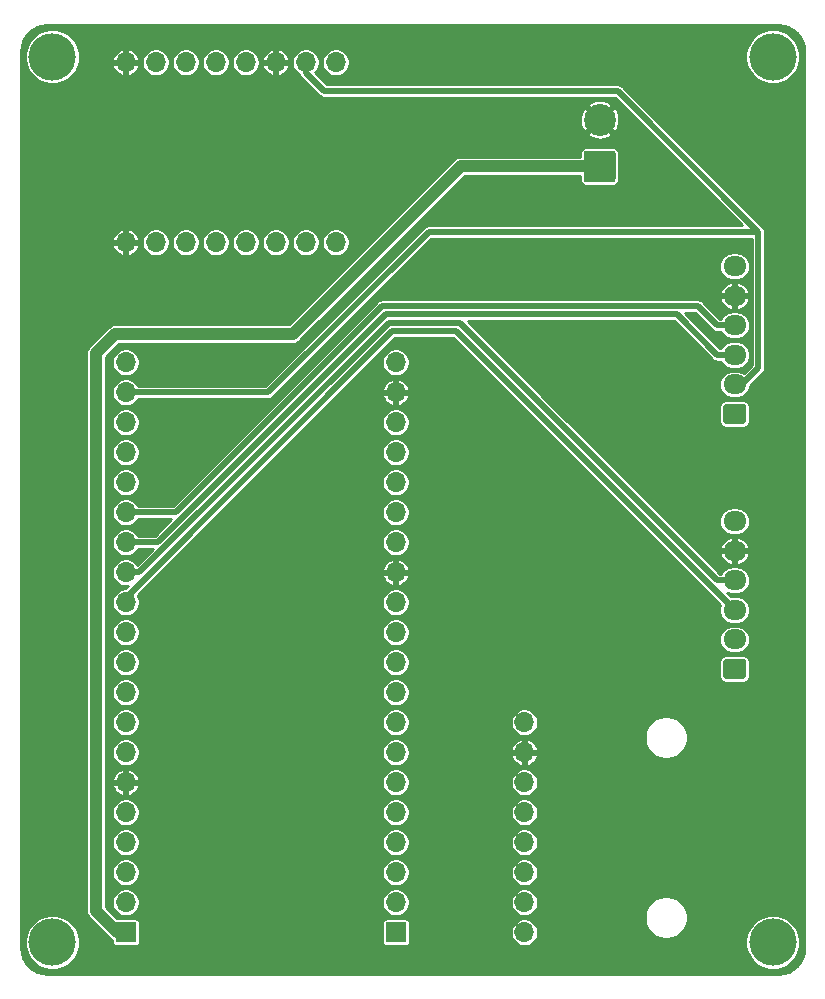
<source format=gbr>
%TF.GenerationSoftware,KiCad,Pcbnew,5.1.9*%
%TF.CreationDate,2021-05-07T09:39:52+08:00*%
%TF.ProjectId,control_board,636f6e74-726f-46c5-9f62-6f6172642e6b,rev?*%
%TF.SameCoordinates,Original*%
%TF.FileFunction,Copper,L1,Top*%
%TF.FilePolarity,Positive*%
%FSLAX46Y46*%
G04 Gerber Fmt 4.6, Leading zero omitted, Abs format (unit mm)*
G04 Created by KiCad (PCBNEW 5.1.9) date 2021-05-07 09:39:52*
%MOMM*%
%LPD*%
G01*
G04 APERTURE LIST*
%TA.AperFunction,ComponentPad*%
%ADD10C,4.000000*%
%TD*%
%TA.AperFunction,ComponentPad*%
%ADD11O,1.700000X1.700000*%
%TD*%
%TA.AperFunction,ComponentPad*%
%ADD12O,1.950000X1.700000*%
%TD*%
%TA.AperFunction,ComponentPad*%
%ADD13C,2.700000*%
%TD*%
%TA.AperFunction,ComponentPad*%
%ADD14R,1.700000X1.700000*%
%TD*%
%TA.AperFunction,Conductor*%
%ADD15C,1.000000*%
%TD*%
%TA.AperFunction,Conductor*%
%ADD16C,0.500000*%
%TD*%
%TA.AperFunction,Conductor*%
%ADD17C,0.254000*%
%TD*%
%TA.AperFunction,Conductor*%
%ADD18C,0.100000*%
%TD*%
G04 APERTURE END LIST*
D10*
%TO.P,REF\u002A\u002A,1*%
%TO.N,N/C*%
X89500000Y-119500000D03*
%TD*%
D11*
%TO.P,U3,1*%
%TO.N,+6V*%
X113490000Y-44990000D03*
%TO.P,U3,2*%
%TO.N,VCC*%
X110950000Y-44990000D03*
%TO.P,U3,3*%
%TO.N,GND*%
X108410000Y-44990000D03*
%TO.P,U3,4*%
%TO.N,/A1*%
X105870000Y-44990000D03*
%TO.P,U3,5*%
%TO.N,/A2*%
X103330000Y-44990000D03*
%TO.P,U3,6*%
%TO.N,/B2*%
X100790000Y-44990000D03*
%TO.P,U3,7*%
%TO.N,/B1*%
X98250000Y-44990000D03*
%TO.P,U3,8*%
%TO.N,GND*%
X95710000Y-44990000D03*
%TO.P,U3,9*%
%TO.N,/P19*%
X113490000Y-60230000D03*
%TO.P,U3,10*%
%TO.N,/P18*%
X110950000Y-60230000D03*
%TO.P,U3,11*%
%TO.N,/P17*%
X108410000Y-60230000D03*
%TO.P,U3,12*%
%TO.N,/P16*%
X105870000Y-60230000D03*
%TO.P,U3,13*%
%TO.N,/P27*%
X103330000Y-60230000D03*
%TO.P,U3,14*%
%TO.N,/P26*%
X100790000Y-60230000D03*
%TO.P,U3,15*%
%TO.N,/P25*%
X98250000Y-60230000D03*
%TO.P,U3,16*%
%TO.N,GND*%
X95710000Y-60230000D03*
%TD*%
D10*
%TO.P,REF\u002A\u002A,1*%
%TO.N,N/C*%
X150500000Y-119500000D03*
%TD*%
%TO.P,REF\u002A\u002A,1*%
%TO.N,N/C*%
X150500000Y-44500000D03*
%TD*%
%TO.P,REF\u002A\u002A,1*%
%TO.N,N/C*%
X89500000Y-44500000D03*
%TD*%
D12*
%TO.P,J2,6*%
%TO.N,/A1*%
X147255000Y-62255000D03*
%TO.P,J2,5*%
%TO.N,GND*%
X147255000Y-64755000D03*
%TO.P,J2,4*%
%TO.N,/P34*%
X147255000Y-67255000D03*
%TO.P,J2,3*%
%TO.N,/P35*%
X147255000Y-69755000D03*
%TO.P,J2,2*%
%TO.N,VCC*%
X147255000Y-72255000D03*
%TO.P,J2,1*%
%TO.N,/A2*%
%TA.AperFunction,ComponentPad*%
G36*
G01*
X147980000Y-75605000D02*
X146530000Y-75605000D01*
G75*
G02*
X146280000Y-75355000I0J250000D01*
G01*
X146280000Y-74155000D01*
G75*
G02*
X146530000Y-73905000I250000J0D01*
G01*
X147980000Y-73905000D01*
G75*
G02*
X148230000Y-74155000I0J-250000D01*
G01*
X148230000Y-75355000D01*
G75*
G02*
X147980000Y-75605000I-250000J0D01*
G01*
G37*
%TD.AperFunction*%
%TD*%
%TO.P,J3,1*%
%TO.N,/B1*%
%TA.AperFunction,ComponentPad*%
G36*
G01*
X147980000Y-97195000D02*
X146530000Y-97195000D01*
G75*
G02*
X146280000Y-96945000I0J250000D01*
G01*
X146280000Y-95745000D01*
G75*
G02*
X146530000Y-95495000I250000J0D01*
G01*
X147980000Y-95495000D01*
G75*
G02*
X148230000Y-95745000I0J-250000D01*
G01*
X148230000Y-96945000D01*
G75*
G02*
X147980000Y-97195000I-250000J0D01*
G01*
G37*
%TD.AperFunction*%
%TO.P,J3,2*%
%TO.N,VCC*%
X147255000Y-93845000D03*
%TO.P,J3,3*%
%TO.N,/P33*%
X147255000Y-91345000D03*
%TO.P,J3,4*%
%TO.N,/P32*%
X147255000Y-88845000D03*
%TO.P,J3,5*%
%TO.N,GND*%
X147255000Y-86345000D03*
%TO.P,J3,6*%
%TO.N,/B2*%
X147255000Y-83845000D03*
%TD*%
%TO.P,J1,1*%
%TO.N,+6V*%
%TA.AperFunction,ComponentPad*%
G36*
G01*
X136924999Y-55150000D02*
X134725001Y-55150000D01*
G75*
G02*
X134475000Y-54899999I0J250001D01*
G01*
X134475000Y-52700001D01*
G75*
G02*
X134725001Y-52450000I250001J0D01*
G01*
X136924999Y-52450000D01*
G75*
G02*
X137175000Y-52700001I0J-250001D01*
G01*
X137175000Y-54899999D01*
G75*
G02*
X136924999Y-55150000I-250001J0D01*
G01*
G37*
%TD.AperFunction*%
D13*
%TO.P,J1,2*%
%TO.N,GND*%
X135825000Y-49840000D03*
%TD*%
D11*
%TO.P,U1,39*%
%TO.N,N/C*%
X118570000Y-70390000D03*
%TO.P,U1,20*%
%TO.N,GND*%
X118570000Y-72930000D03*
%TO.P,U1,21*%
%TO.N,Net-(U1-Pad21)*%
X118570000Y-75470000D03*
%TO.P,U1,22*%
%TO.N,/P22*%
X118570000Y-78010000D03*
%TO.P,U1,23*%
%TO.N,Net-(U1-Pad23)*%
X118570000Y-80550000D03*
%TO.P,U1,24*%
%TO.N,Net-(U1-Pad24)*%
X118570000Y-83090000D03*
%TO.P,U1,25*%
%TO.N,/P21*%
X118570000Y-85630000D03*
%TO.P,U1,20*%
%TO.N,GND*%
X118570000Y-88170000D03*
%TO.P,U1,27*%
%TO.N,/P19*%
X118570000Y-90710000D03*
%TO.P,U1,28*%
%TO.N,/P18*%
X118570000Y-93250000D03*
%TO.P,U1,29*%
%TO.N,Net-(U1-Pad29)*%
X118570000Y-95790000D03*
%TO.P,U1,30*%
%TO.N,/P17*%
X118570000Y-98330000D03*
%TO.P,U1,31*%
%TO.N,/P16*%
X118570000Y-100870000D03*
%TO.P,U1,32*%
%TO.N,Net-(U1-Pad32)*%
X118570000Y-103410000D03*
%TO.P,U1,33*%
%TO.N,Net-(U1-Pad33)*%
X118570000Y-105950000D03*
%TO.P,U1,34*%
%TO.N,Net-(U1-Pad34)*%
X118570000Y-108490000D03*
%TO.P,U1,35*%
%TO.N,Net-(U1-Pad35)*%
X118570000Y-111030000D03*
%TO.P,U1,36*%
%TO.N,Net-(U1-Pad36)*%
X118570000Y-113570000D03*
%TO.P,U1,37*%
%TO.N,Net-(U1-Pad37)*%
X118570000Y-116110000D03*
D14*
%TO.P,U1,38*%
%TO.N,Net-(U1-Pad38)*%
X118570000Y-118650000D03*
D11*
%TO.P,U1,5*%
%TO.N,Net-(U1-Pad5)*%
X95710000Y-108490000D03*
D14*
%TO.P,U1,1*%
%TO.N,+6V*%
X95710000Y-118650000D03*
D11*
%TO.P,U1,7*%
%TO.N,Net-(U1-Pad7)*%
X95710000Y-103410000D03*
%TO.P,U1,12*%
%TO.N,/P33*%
X95710000Y-90710000D03*
%TO.P,U1,17*%
%TO.N,Net-(U1-Pad17)*%
X95710000Y-78010000D03*
%TO.P,U1,20*%
%TO.N,GND*%
X95710000Y-105950000D03*
%TO.P,U1,15*%
%TO.N,/P34*%
X95710000Y-83090000D03*
%TO.P,U1,2*%
%TO.N,Net-(U1-Pad2)*%
X95710000Y-116110000D03*
%TO.P,U1,13*%
%TO.N,/P32*%
X95710000Y-88170000D03*
%TO.P,U1,16*%
%TO.N,Net-(U1-Pad16)*%
X95710000Y-80550000D03*
%TO.P,U1,10*%
%TO.N,/P26*%
X95710000Y-95790000D03*
%TO.P,U1,9*%
%TO.N,/P27*%
X95710000Y-98330000D03*
%TO.P,U1,19*%
%TO.N,VCC*%
X95710000Y-72930000D03*
%TO.P,U1,4*%
%TO.N,Net-(U1-Pad4)*%
X95710000Y-111030000D03*
%TO.P,U1,8*%
%TO.N,Net-(U1-Pad8)*%
X95710000Y-100870000D03*
%TO.P,U1,14*%
%TO.N,/P35*%
X95710000Y-85630000D03*
%TO.P,U1,40*%
%TO.N,N/C*%
X95710000Y-70390000D03*
%TO.P,U1,3*%
%TO.N,Net-(U1-Pad3)*%
X95710000Y-113570000D03*
%TO.P,U1,18*%
%TO.N,Net-(U1-Pad18)*%
X95710000Y-75470000D03*
%TO.P,U1,11*%
%TO.N,/P25*%
X95710000Y-93250000D03*
%TD*%
%TO.P,U2,1*%
%TO.N,VCC*%
X129460000Y-100870000D03*
%TO.P,U2,2*%
%TO.N,GND*%
X129460000Y-103410000D03*
%TO.P,U2,3*%
%TO.N,/P22*%
X129460000Y-105950000D03*
%TO.P,U2,4*%
%TO.N,/P21*%
X129460000Y-108490000D03*
%TO.P,U2,5*%
%TO.N,Net-(U2-Pad5)*%
X129460000Y-111030000D03*
%TO.P,U2,6*%
%TO.N,Net-(U2-Pad6)*%
X129460000Y-113570000D03*
%TO.P,U2,7*%
%TO.N,Net-(U2-Pad7)*%
X129460000Y-116110000D03*
%TO.P,U2,8*%
%TO.N,Net-(U2-Pad8)*%
X129460000Y-118650000D03*
%TD*%
D15*
%TO.N,+6V*%
X95000000Y-118650000D02*
X95710000Y-118650000D01*
X93180000Y-116830000D02*
X95000000Y-118650000D01*
X94810000Y-67980000D02*
X93180000Y-69610000D01*
X109870000Y-67980000D02*
X94810000Y-67980000D01*
X93180000Y-69610000D02*
X93180000Y-116830000D01*
X124050000Y-53800000D02*
X109870000Y-67980000D01*
X135825000Y-53800000D02*
X124050000Y-53800000D01*
D16*
%TO.N,/P33*%
X123640000Y-67730000D02*
X147255000Y-91345000D01*
X118290000Y-67730000D02*
X123640000Y-67730000D01*
X95710000Y-90310000D02*
X118290000Y-67730000D01*
X95710000Y-90710000D02*
X95710000Y-90310000D01*
%TO.N,/P32*%
X118000046Y-67029989D02*
X123964989Y-67029989D01*
X96860036Y-88170000D02*
X118000046Y-67029989D01*
X95710000Y-88170000D02*
X96860036Y-88170000D01*
X145780000Y-88845000D02*
X147255000Y-88845000D01*
X123964989Y-67029989D02*
X145780000Y-88845000D01*
%TO.N,/P35*%
X145780000Y-69755000D02*
X147255000Y-69755000D01*
X117710092Y-66329978D02*
X142354978Y-66329978D01*
X142354978Y-66329978D02*
X145780000Y-69755000D01*
X98410071Y-85630000D02*
X117710092Y-66329978D01*
X95710000Y-85630000D02*
X98410071Y-85630000D01*
%TO.N,/P34*%
X145780000Y-67255000D02*
X147255000Y-67255000D01*
X117420138Y-65629967D02*
X144154967Y-65629967D01*
X99960106Y-83090000D02*
X117420138Y-65629967D01*
X95710000Y-83090000D02*
X99960106Y-83090000D01*
X144154967Y-65629967D02*
X145780000Y-67255000D01*
%TO.N,VCC*%
X147895000Y-72255000D02*
X147255000Y-72255000D01*
X149270000Y-59340000D02*
X149270000Y-70880000D01*
X137360000Y-47430000D02*
X149270000Y-59340000D01*
X112530000Y-47430000D02*
X137360000Y-47430000D01*
X149270000Y-70880000D02*
X147895000Y-72255000D01*
X110950000Y-45850000D02*
X112530000Y-47430000D01*
X110950000Y-44990000D02*
X110950000Y-45850000D01*
X95710000Y-72930000D02*
X107760000Y-72930000D01*
X121350000Y-59340000D02*
X149270000Y-59340000D01*
X107760000Y-72930000D02*
X121350000Y-59340000D01*
%TD*%
D17*
%TO.N,GND*%
X151416890Y-41894564D02*
X151817893Y-42015635D01*
X152187752Y-42212292D01*
X152512366Y-42477040D01*
X152779374Y-42799799D01*
X152978606Y-43168270D01*
X153102474Y-43568422D01*
X153148000Y-44001578D01*
X153148001Y-119982775D01*
X153105436Y-120416885D01*
X152984365Y-120817896D01*
X152787706Y-121187755D01*
X152522960Y-121512365D01*
X152200201Y-121779374D01*
X151831730Y-121978606D01*
X151431578Y-122102474D01*
X150998422Y-122148000D01*
X89017215Y-122148000D01*
X88583115Y-122105436D01*
X88182104Y-121984365D01*
X87812245Y-121787706D01*
X87487635Y-121522960D01*
X87220626Y-121200201D01*
X87021394Y-120831730D01*
X86897526Y-120431578D01*
X86852000Y-119998422D01*
X86852000Y-119270811D01*
X87173000Y-119270811D01*
X87173000Y-119729189D01*
X87262426Y-120178761D01*
X87437840Y-120602248D01*
X87692501Y-120983376D01*
X88016624Y-121307499D01*
X88397752Y-121562160D01*
X88821239Y-121737574D01*
X89270811Y-121827000D01*
X89729189Y-121827000D01*
X90178761Y-121737574D01*
X90602248Y-121562160D01*
X90983376Y-121307499D01*
X91307499Y-120983376D01*
X91562160Y-120602248D01*
X91737574Y-120178761D01*
X91827000Y-119729189D01*
X91827000Y-119270811D01*
X91737574Y-118821239D01*
X91562160Y-118397752D01*
X91307499Y-118016624D01*
X90983376Y-117692501D01*
X90602248Y-117437840D01*
X90178761Y-117262426D01*
X89729189Y-117173000D01*
X89270811Y-117173000D01*
X88821239Y-117262426D01*
X88397752Y-117437840D01*
X88016624Y-117692501D01*
X87692501Y-118016624D01*
X87437840Y-118397752D01*
X87262426Y-118821239D01*
X87173000Y-119270811D01*
X86852000Y-119270811D01*
X86852000Y-69610000D01*
X92349000Y-69610000D01*
X92353000Y-69650614D01*
X92353001Y-116789376D01*
X92349000Y-116830000D01*
X92364967Y-116992120D01*
X92412256Y-117148010D01*
X92489048Y-117291679D01*
X92566498Y-117386051D01*
X92592395Y-117417606D01*
X92623948Y-117443501D01*
X94386503Y-119206058D01*
X94412394Y-119237606D01*
X94443941Y-119263496D01*
X94443948Y-119263503D01*
X94531418Y-119335288D01*
X94531418Y-119500000D01*
X94537732Y-119564103D01*
X94556430Y-119625743D01*
X94586794Y-119682550D01*
X94627657Y-119732343D01*
X94677450Y-119773206D01*
X94734257Y-119803570D01*
X94795897Y-119822268D01*
X94860000Y-119828582D01*
X96560000Y-119828582D01*
X96624103Y-119822268D01*
X96685743Y-119803570D01*
X96742550Y-119773206D01*
X96792343Y-119732343D01*
X96833206Y-119682550D01*
X96863570Y-119625743D01*
X96882268Y-119564103D01*
X96888582Y-119500000D01*
X96888582Y-117800000D01*
X117391418Y-117800000D01*
X117391418Y-119500000D01*
X117397732Y-119564103D01*
X117416430Y-119625743D01*
X117446794Y-119682550D01*
X117487657Y-119732343D01*
X117537450Y-119773206D01*
X117594257Y-119803570D01*
X117655897Y-119822268D01*
X117720000Y-119828582D01*
X119420000Y-119828582D01*
X119484103Y-119822268D01*
X119545743Y-119803570D01*
X119602550Y-119773206D01*
X119652343Y-119732343D01*
X119693206Y-119682550D01*
X119723570Y-119625743D01*
X119742268Y-119564103D01*
X119748582Y-119500000D01*
X119748582Y-118534076D01*
X128283000Y-118534076D01*
X128283000Y-118765924D01*
X128328231Y-118993318D01*
X128416956Y-119207519D01*
X128545764Y-119400294D01*
X128709706Y-119564236D01*
X128902481Y-119693044D01*
X129116682Y-119781769D01*
X129344076Y-119827000D01*
X129575924Y-119827000D01*
X129803318Y-119781769D01*
X130017519Y-119693044D01*
X130210294Y-119564236D01*
X130374236Y-119400294D01*
X130460753Y-119270811D01*
X148173000Y-119270811D01*
X148173000Y-119729189D01*
X148262426Y-120178761D01*
X148437840Y-120602248D01*
X148692501Y-120983376D01*
X149016624Y-121307499D01*
X149397752Y-121562160D01*
X149821239Y-121737574D01*
X150270811Y-121827000D01*
X150729189Y-121827000D01*
X151178761Y-121737574D01*
X151602248Y-121562160D01*
X151983376Y-121307499D01*
X152307499Y-120983376D01*
X152562160Y-120602248D01*
X152737574Y-120178761D01*
X152827000Y-119729189D01*
X152827000Y-119270811D01*
X152737574Y-118821239D01*
X152562160Y-118397752D01*
X152307499Y-118016624D01*
X151983376Y-117692501D01*
X151602248Y-117437840D01*
X151178761Y-117262426D01*
X150729189Y-117173000D01*
X150270811Y-117173000D01*
X149821239Y-117262426D01*
X149397752Y-117437840D01*
X149016624Y-117692501D01*
X148692501Y-118016624D01*
X148437840Y-118397752D01*
X148262426Y-118821239D01*
X148173000Y-119270811D01*
X130460753Y-119270811D01*
X130503044Y-119207519D01*
X130591769Y-118993318D01*
X130637000Y-118765924D01*
X130637000Y-118534076D01*
X130591769Y-118306682D01*
X130503044Y-118092481D01*
X130374236Y-117899706D01*
X130210294Y-117735764D01*
X130017519Y-117606956D01*
X129803318Y-117518231D01*
X129575924Y-117473000D01*
X129344076Y-117473000D01*
X129116682Y-117518231D01*
X128902481Y-117606956D01*
X128709706Y-117735764D01*
X128545764Y-117899706D01*
X128416956Y-118092481D01*
X128328231Y-118306682D01*
X128283000Y-118534076D01*
X119748582Y-118534076D01*
X119748582Y-117800000D01*
X119742268Y-117735897D01*
X119723570Y-117674257D01*
X119693206Y-117617450D01*
X119652343Y-117567657D01*
X119602550Y-117526794D01*
X119545743Y-117496430D01*
X119484103Y-117477732D01*
X119420000Y-117471418D01*
X117720000Y-117471418D01*
X117655897Y-117477732D01*
X117594257Y-117496430D01*
X117537450Y-117526794D01*
X117487657Y-117567657D01*
X117446794Y-117617450D01*
X117416430Y-117674257D01*
X117397732Y-117735897D01*
X117391418Y-117800000D01*
X96888582Y-117800000D01*
X96882268Y-117735897D01*
X96863570Y-117674257D01*
X96833206Y-117617450D01*
X96792343Y-117567657D01*
X96742550Y-117526794D01*
X96685743Y-117496430D01*
X96624103Y-117477732D01*
X96560000Y-117471418D01*
X94990972Y-117471418D01*
X94007000Y-116487447D01*
X94007000Y-115994076D01*
X94533000Y-115994076D01*
X94533000Y-116225924D01*
X94578231Y-116453318D01*
X94666956Y-116667519D01*
X94795764Y-116860294D01*
X94959706Y-117024236D01*
X95152481Y-117153044D01*
X95366682Y-117241769D01*
X95594076Y-117287000D01*
X95825924Y-117287000D01*
X96053318Y-117241769D01*
X96267519Y-117153044D01*
X96460294Y-117024236D01*
X96624236Y-116860294D01*
X96753044Y-116667519D01*
X96841769Y-116453318D01*
X96887000Y-116225924D01*
X96887000Y-115994076D01*
X117393000Y-115994076D01*
X117393000Y-116225924D01*
X117438231Y-116453318D01*
X117526956Y-116667519D01*
X117655764Y-116860294D01*
X117819706Y-117024236D01*
X118012481Y-117153044D01*
X118226682Y-117241769D01*
X118454076Y-117287000D01*
X118685924Y-117287000D01*
X118913318Y-117241769D01*
X119127519Y-117153044D01*
X119320294Y-117024236D01*
X119484236Y-116860294D01*
X119613044Y-116667519D01*
X119701769Y-116453318D01*
X119747000Y-116225924D01*
X119747000Y-115994076D01*
X128283000Y-115994076D01*
X128283000Y-116225924D01*
X128328231Y-116453318D01*
X128416956Y-116667519D01*
X128545764Y-116860294D01*
X128709706Y-117024236D01*
X128902481Y-117153044D01*
X129116682Y-117241769D01*
X129344076Y-117287000D01*
X129575924Y-117287000D01*
X129803318Y-117241769D01*
X129904022Y-117200056D01*
X139633000Y-117200056D01*
X139633000Y-117559944D01*
X139703211Y-117912916D01*
X139840934Y-118245409D01*
X140040876Y-118544645D01*
X140295355Y-118799124D01*
X140594591Y-118999066D01*
X140927084Y-119136789D01*
X141280056Y-119207000D01*
X141639944Y-119207000D01*
X141992916Y-119136789D01*
X142325409Y-118999066D01*
X142624645Y-118799124D01*
X142879124Y-118544645D01*
X143079066Y-118245409D01*
X143216789Y-117912916D01*
X143287000Y-117559944D01*
X143287000Y-117200056D01*
X143216789Y-116847084D01*
X143079066Y-116514591D01*
X142879124Y-116215355D01*
X142624645Y-115960876D01*
X142325409Y-115760934D01*
X141992916Y-115623211D01*
X141639944Y-115553000D01*
X141280056Y-115553000D01*
X140927084Y-115623211D01*
X140594591Y-115760934D01*
X140295355Y-115960876D01*
X140040876Y-116215355D01*
X139840934Y-116514591D01*
X139703211Y-116847084D01*
X139633000Y-117200056D01*
X129904022Y-117200056D01*
X130017519Y-117153044D01*
X130210294Y-117024236D01*
X130374236Y-116860294D01*
X130503044Y-116667519D01*
X130591769Y-116453318D01*
X130637000Y-116225924D01*
X130637000Y-115994076D01*
X130591769Y-115766682D01*
X130503044Y-115552481D01*
X130374236Y-115359706D01*
X130210294Y-115195764D01*
X130017519Y-115066956D01*
X129803318Y-114978231D01*
X129575924Y-114933000D01*
X129344076Y-114933000D01*
X129116682Y-114978231D01*
X128902481Y-115066956D01*
X128709706Y-115195764D01*
X128545764Y-115359706D01*
X128416956Y-115552481D01*
X128328231Y-115766682D01*
X128283000Y-115994076D01*
X119747000Y-115994076D01*
X119701769Y-115766682D01*
X119613044Y-115552481D01*
X119484236Y-115359706D01*
X119320294Y-115195764D01*
X119127519Y-115066956D01*
X118913318Y-114978231D01*
X118685924Y-114933000D01*
X118454076Y-114933000D01*
X118226682Y-114978231D01*
X118012481Y-115066956D01*
X117819706Y-115195764D01*
X117655764Y-115359706D01*
X117526956Y-115552481D01*
X117438231Y-115766682D01*
X117393000Y-115994076D01*
X96887000Y-115994076D01*
X96841769Y-115766682D01*
X96753044Y-115552481D01*
X96624236Y-115359706D01*
X96460294Y-115195764D01*
X96267519Y-115066956D01*
X96053318Y-114978231D01*
X95825924Y-114933000D01*
X95594076Y-114933000D01*
X95366682Y-114978231D01*
X95152481Y-115066956D01*
X94959706Y-115195764D01*
X94795764Y-115359706D01*
X94666956Y-115552481D01*
X94578231Y-115766682D01*
X94533000Y-115994076D01*
X94007000Y-115994076D01*
X94007000Y-113454076D01*
X94533000Y-113454076D01*
X94533000Y-113685924D01*
X94578231Y-113913318D01*
X94666956Y-114127519D01*
X94795764Y-114320294D01*
X94959706Y-114484236D01*
X95152481Y-114613044D01*
X95366682Y-114701769D01*
X95594076Y-114747000D01*
X95825924Y-114747000D01*
X96053318Y-114701769D01*
X96267519Y-114613044D01*
X96460294Y-114484236D01*
X96624236Y-114320294D01*
X96753044Y-114127519D01*
X96841769Y-113913318D01*
X96887000Y-113685924D01*
X96887000Y-113454076D01*
X117393000Y-113454076D01*
X117393000Y-113685924D01*
X117438231Y-113913318D01*
X117526956Y-114127519D01*
X117655764Y-114320294D01*
X117819706Y-114484236D01*
X118012481Y-114613044D01*
X118226682Y-114701769D01*
X118454076Y-114747000D01*
X118685924Y-114747000D01*
X118913318Y-114701769D01*
X119127519Y-114613044D01*
X119320294Y-114484236D01*
X119484236Y-114320294D01*
X119613044Y-114127519D01*
X119701769Y-113913318D01*
X119747000Y-113685924D01*
X119747000Y-113454076D01*
X128283000Y-113454076D01*
X128283000Y-113685924D01*
X128328231Y-113913318D01*
X128416956Y-114127519D01*
X128545764Y-114320294D01*
X128709706Y-114484236D01*
X128902481Y-114613044D01*
X129116682Y-114701769D01*
X129344076Y-114747000D01*
X129575924Y-114747000D01*
X129803318Y-114701769D01*
X130017519Y-114613044D01*
X130210294Y-114484236D01*
X130374236Y-114320294D01*
X130503044Y-114127519D01*
X130591769Y-113913318D01*
X130637000Y-113685924D01*
X130637000Y-113454076D01*
X130591769Y-113226682D01*
X130503044Y-113012481D01*
X130374236Y-112819706D01*
X130210294Y-112655764D01*
X130017519Y-112526956D01*
X129803318Y-112438231D01*
X129575924Y-112393000D01*
X129344076Y-112393000D01*
X129116682Y-112438231D01*
X128902481Y-112526956D01*
X128709706Y-112655764D01*
X128545764Y-112819706D01*
X128416956Y-113012481D01*
X128328231Y-113226682D01*
X128283000Y-113454076D01*
X119747000Y-113454076D01*
X119701769Y-113226682D01*
X119613044Y-113012481D01*
X119484236Y-112819706D01*
X119320294Y-112655764D01*
X119127519Y-112526956D01*
X118913318Y-112438231D01*
X118685924Y-112393000D01*
X118454076Y-112393000D01*
X118226682Y-112438231D01*
X118012481Y-112526956D01*
X117819706Y-112655764D01*
X117655764Y-112819706D01*
X117526956Y-113012481D01*
X117438231Y-113226682D01*
X117393000Y-113454076D01*
X96887000Y-113454076D01*
X96841769Y-113226682D01*
X96753044Y-113012481D01*
X96624236Y-112819706D01*
X96460294Y-112655764D01*
X96267519Y-112526956D01*
X96053318Y-112438231D01*
X95825924Y-112393000D01*
X95594076Y-112393000D01*
X95366682Y-112438231D01*
X95152481Y-112526956D01*
X94959706Y-112655764D01*
X94795764Y-112819706D01*
X94666956Y-113012481D01*
X94578231Y-113226682D01*
X94533000Y-113454076D01*
X94007000Y-113454076D01*
X94007000Y-110914076D01*
X94533000Y-110914076D01*
X94533000Y-111145924D01*
X94578231Y-111373318D01*
X94666956Y-111587519D01*
X94795764Y-111780294D01*
X94959706Y-111944236D01*
X95152481Y-112073044D01*
X95366682Y-112161769D01*
X95594076Y-112207000D01*
X95825924Y-112207000D01*
X96053318Y-112161769D01*
X96267519Y-112073044D01*
X96460294Y-111944236D01*
X96624236Y-111780294D01*
X96753044Y-111587519D01*
X96841769Y-111373318D01*
X96887000Y-111145924D01*
X96887000Y-110914076D01*
X117393000Y-110914076D01*
X117393000Y-111145924D01*
X117438231Y-111373318D01*
X117526956Y-111587519D01*
X117655764Y-111780294D01*
X117819706Y-111944236D01*
X118012481Y-112073044D01*
X118226682Y-112161769D01*
X118454076Y-112207000D01*
X118685924Y-112207000D01*
X118913318Y-112161769D01*
X119127519Y-112073044D01*
X119320294Y-111944236D01*
X119484236Y-111780294D01*
X119613044Y-111587519D01*
X119701769Y-111373318D01*
X119747000Y-111145924D01*
X119747000Y-110914076D01*
X128283000Y-110914076D01*
X128283000Y-111145924D01*
X128328231Y-111373318D01*
X128416956Y-111587519D01*
X128545764Y-111780294D01*
X128709706Y-111944236D01*
X128902481Y-112073044D01*
X129116682Y-112161769D01*
X129344076Y-112207000D01*
X129575924Y-112207000D01*
X129803318Y-112161769D01*
X130017519Y-112073044D01*
X130210294Y-111944236D01*
X130374236Y-111780294D01*
X130503044Y-111587519D01*
X130591769Y-111373318D01*
X130637000Y-111145924D01*
X130637000Y-110914076D01*
X130591769Y-110686682D01*
X130503044Y-110472481D01*
X130374236Y-110279706D01*
X130210294Y-110115764D01*
X130017519Y-109986956D01*
X129803318Y-109898231D01*
X129575924Y-109853000D01*
X129344076Y-109853000D01*
X129116682Y-109898231D01*
X128902481Y-109986956D01*
X128709706Y-110115764D01*
X128545764Y-110279706D01*
X128416956Y-110472481D01*
X128328231Y-110686682D01*
X128283000Y-110914076D01*
X119747000Y-110914076D01*
X119701769Y-110686682D01*
X119613044Y-110472481D01*
X119484236Y-110279706D01*
X119320294Y-110115764D01*
X119127519Y-109986956D01*
X118913318Y-109898231D01*
X118685924Y-109853000D01*
X118454076Y-109853000D01*
X118226682Y-109898231D01*
X118012481Y-109986956D01*
X117819706Y-110115764D01*
X117655764Y-110279706D01*
X117526956Y-110472481D01*
X117438231Y-110686682D01*
X117393000Y-110914076D01*
X96887000Y-110914076D01*
X96841769Y-110686682D01*
X96753044Y-110472481D01*
X96624236Y-110279706D01*
X96460294Y-110115764D01*
X96267519Y-109986956D01*
X96053318Y-109898231D01*
X95825924Y-109853000D01*
X95594076Y-109853000D01*
X95366682Y-109898231D01*
X95152481Y-109986956D01*
X94959706Y-110115764D01*
X94795764Y-110279706D01*
X94666956Y-110472481D01*
X94578231Y-110686682D01*
X94533000Y-110914076D01*
X94007000Y-110914076D01*
X94007000Y-108374076D01*
X94533000Y-108374076D01*
X94533000Y-108605924D01*
X94578231Y-108833318D01*
X94666956Y-109047519D01*
X94795764Y-109240294D01*
X94959706Y-109404236D01*
X95152481Y-109533044D01*
X95366682Y-109621769D01*
X95594076Y-109667000D01*
X95825924Y-109667000D01*
X96053318Y-109621769D01*
X96267519Y-109533044D01*
X96460294Y-109404236D01*
X96624236Y-109240294D01*
X96753044Y-109047519D01*
X96841769Y-108833318D01*
X96887000Y-108605924D01*
X96887000Y-108374076D01*
X117393000Y-108374076D01*
X117393000Y-108605924D01*
X117438231Y-108833318D01*
X117526956Y-109047519D01*
X117655764Y-109240294D01*
X117819706Y-109404236D01*
X118012481Y-109533044D01*
X118226682Y-109621769D01*
X118454076Y-109667000D01*
X118685924Y-109667000D01*
X118913318Y-109621769D01*
X119127519Y-109533044D01*
X119320294Y-109404236D01*
X119484236Y-109240294D01*
X119613044Y-109047519D01*
X119701769Y-108833318D01*
X119747000Y-108605924D01*
X119747000Y-108374076D01*
X128283000Y-108374076D01*
X128283000Y-108605924D01*
X128328231Y-108833318D01*
X128416956Y-109047519D01*
X128545764Y-109240294D01*
X128709706Y-109404236D01*
X128902481Y-109533044D01*
X129116682Y-109621769D01*
X129344076Y-109667000D01*
X129575924Y-109667000D01*
X129803318Y-109621769D01*
X130017519Y-109533044D01*
X130210294Y-109404236D01*
X130374236Y-109240294D01*
X130503044Y-109047519D01*
X130591769Y-108833318D01*
X130637000Y-108605924D01*
X130637000Y-108374076D01*
X130591769Y-108146682D01*
X130503044Y-107932481D01*
X130374236Y-107739706D01*
X130210294Y-107575764D01*
X130017519Y-107446956D01*
X129803318Y-107358231D01*
X129575924Y-107313000D01*
X129344076Y-107313000D01*
X129116682Y-107358231D01*
X128902481Y-107446956D01*
X128709706Y-107575764D01*
X128545764Y-107739706D01*
X128416956Y-107932481D01*
X128328231Y-108146682D01*
X128283000Y-108374076D01*
X119747000Y-108374076D01*
X119701769Y-108146682D01*
X119613044Y-107932481D01*
X119484236Y-107739706D01*
X119320294Y-107575764D01*
X119127519Y-107446956D01*
X118913318Y-107358231D01*
X118685924Y-107313000D01*
X118454076Y-107313000D01*
X118226682Y-107358231D01*
X118012481Y-107446956D01*
X117819706Y-107575764D01*
X117655764Y-107739706D01*
X117526956Y-107932481D01*
X117438231Y-108146682D01*
X117393000Y-108374076D01*
X96887000Y-108374076D01*
X96841769Y-108146682D01*
X96753044Y-107932481D01*
X96624236Y-107739706D01*
X96460294Y-107575764D01*
X96267519Y-107446956D01*
X96053318Y-107358231D01*
X95825924Y-107313000D01*
X95594076Y-107313000D01*
X95366682Y-107358231D01*
X95152481Y-107446956D01*
X94959706Y-107575764D01*
X94795764Y-107739706D01*
X94666956Y-107932481D01*
X94578231Y-108146682D01*
X94533000Y-108374076D01*
X94007000Y-108374076D01*
X94007000Y-106258485D01*
X94574145Y-106258485D01*
X94594181Y-106324553D01*
X94688693Y-106535042D01*
X94822453Y-106723048D01*
X94990321Y-106881346D01*
X95185846Y-107003853D01*
X95401514Y-107085861D01*
X95583000Y-107038384D01*
X95583000Y-106077000D01*
X95837000Y-106077000D01*
X95837000Y-107038384D01*
X96018486Y-107085861D01*
X96234154Y-107003853D01*
X96429679Y-106881346D01*
X96597547Y-106723048D01*
X96731307Y-106535042D01*
X96825819Y-106324553D01*
X96845855Y-106258485D01*
X96797862Y-106077000D01*
X95837000Y-106077000D01*
X95583000Y-106077000D01*
X94622138Y-106077000D01*
X94574145Y-106258485D01*
X94007000Y-106258485D01*
X94007000Y-105834076D01*
X117393000Y-105834076D01*
X117393000Y-106065924D01*
X117438231Y-106293318D01*
X117526956Y-106507519D01*
X117655764Y-106700294D01*
X117819706Y-106864236D01*
X118012481Y-106993044D01*
X118226682Y-107081769D01*
X118454076Y-107127000D01*
X118685924Y-107127000D01*
X118913318Y-107081769D01*
X119127519Y-106993044D01*
X119320294Y-106864236D01*
X119484236Y-106700294D01*
X119613044Y-106507519D01*
X119701769Y-106293318D01*
X119747000Y-106065924D01*
X119747000Y-105834076D01*
X128283000Y-105834076D01*
X128283000Y-106065924D01*
X128328231Y-106293318D01*
X128416956Y-106507519D01*
X128545764Y-106700294D01*
X128709706Y-106864236D01*
X128902481Y-106993044D01*
X129116682Y-107081769D01*
X129344076Y-107127000D01*
X129575924Y-107127000D01*
X129803318Y-107081769D01*
X130017519Y-106993044D01*
X130210294Y-106864236D01*
X130374236Y-106700294D01*
X130503044Y-106507519D01*
X130591769Y-106293318D01*
X130637000Y-106065924D01*
X130637000Y-105834076D01*
X130591769Y-105606682D01*
X130503044Y-105392481D01*
X130374236Y-105199706D01*
X130210294Y-105035764D01*
X130017519Y-104906956D01*
X129803318Y-104818231D01*
X129575924Y-104773000D01*
X129344076Y-104773000D01*
X129116682Y-104818231D01*
X128902481Y-104906956D01*
X128709706Y-105035764D01*
X128545764Y-105199706D01*
X128416956Y-105392481D01*
X128328231Y-105606682D01*
X128283000Y-105834076D01*
X119747000Y-105834076D01*
X119701769Y-105606682D01*
X119613044Y-105392481D01*
X119484236Y-105199706D01*
X119320294Y-105035764D01*
X119127519Y-104906956D01*
X118913318Y-104818231D01*
X118685924Y-104773000D01*
X118454076Y-104773000D01*
X118226682Y-104818231D01*
X118012481Y-104906956D01*
X117819706Y-105035764D01*
X117655764Y-105199706D01*
X117526956Y-105392481D01*
X117438231Y-105606682D01*
X117393000Y-105834076D01*
X94007000Y-105834076D01*
X94007000Y-105641515D01*
X94574145Y-105641515D01*
X94622138Y-105823000D01*
X95583000Y-105823000D01*
X95583000Y-104861616D01*
X95837000Y-104861616D01*
X95837000Y-105823000D01*
X96797862Y-105823000D01*
X96845855Y-105641515D01*
X96825819Y-105575447D01*
X96731307Y-105364958D01*
X96597547Y-105176952D01*
X96429679Y-105018654D01*
X96234154Y-104896147D01*
X96018486Y-104814139D01*
X95837000Y-104861616D01*
X95583000Y-104861616D01*
X95401514Y-104814139D01*
X95185846Y-104896147D01*
X94990321Y-105018654D01*
X94822453Y-105176952D01*
X94688693Y-105364958D01*
X94594181Y-105575447D01*
X94574145Y-105641515D01*
X94007000Y-105641515D01*
X94007000Y-103294076D01*
X94533000Y-103294076D01*
X94533000Y-103525924D01*
X94578231Y-103753318D01*
X94666956Y-103967519D01*
X94795764Y-104160294D01*
X94959706Y-104324236D01*
X95152481Y-104453044D01*
X95366682Y-104541769D01*
X95594076Y-104587000D01*
X95825924Y-104587000D01*
X96053318Y-104541769D01*
X96267519Y-104453044D01*
X96460294Y-104324236D01*
X96624236Y-104160294D01*
X96753044Y-103967519D01*
X96841769Y-103753318D01*
X96887000Y-103525924D01*
X96887000Y-103294076D01*
X117393000Y-103294076D01*
X117393000Y-103525924D01*
X117438231Y-103753318D01*
X117526956Y-103967519D01*
X117655764Y-104160294D01*
X117819706Y-104324236D01*
X118012481Y-104453044D01*
X118226682Y-104541769D01*
X118454076Y-104587000D01*
X118685924Y-104587000D01*
X118913318Y-104541769D01*
X119127519Y-104453044D01*
X119320294Y-104324236D01*
X119484236Y-104160294D01*
X119613044Y-103967519D01*
X119701769Y-103753318D01*
X119708697Y-103718485D01*
X128324145Y-103718485D01*
X128344181Y-103784553D01*
X128438693Y-103995042D01*
X128572453Y-104183048D01*
X128740321Y-104341346D01*
X128935846Y-104463853D01*
X129151514Y-104545861D01*
X129333000Y-104498384D01*
X129333000Y-103537000D01*
X129587000Y-103537000D01*
X129587000Y-104498384D01*
X129768486Y-104545861D01*
X129984154Y-104463853D01*
X130179679Y-104341346D01*
X130347547Y-104183048D01*
X130481307Y-103995042D01*
X130575819Y-103784553D01*
X130595855Y-103718485D01*
X130547862Y-103537000D01*
X129587000Y-103537000D01*
X129333000Y-103537000D01*
X128372138Y-103537000D01*
X128324145Y-103718485D01*
X119708697Y-103718485D01*
X119747000Y-103525924D01*
X119747000Y-103294076D01*
X119708698Y-103101515D01*
X128324145Y-103101515D01*
X128372138Y-103283000D01*
X129333000Y-103283000D01*
X129333000Y-102321616D01*
X129587000Y-102321616D01*
X129587000Y-103283000D01*
X130547862Y-103283000D01*
X130595855Y-103101515D01*
X130575819Y-103035447D01*
X130481307Y-102824958D01*
X130347547Y-102636952D01*
X130179679Y-102478654D01*
X129984154Y-102356147D01*
X129768486Y-102274139D01*
X129587000Y-102321616D01*
X129333000Y-102321616D01*
X129151514Y-102274139D01*
X128935846Y-102356147D01*
X128740321Y-102478654D01*
X128572453Y-102636952D01*
X128438693Y-102824958D01*
X128344181Y-103035447D01*
X128324145Y-103101515D01*
X119708698Y-103101515D01*
X119701769Y-103066682D01*
X119613044Y-102852481D01*
X119484236Y-102659706D01*
X119320294Y-102495764D01*
X119127519Y-102366956D01*
X118913318Y-102278231D01*
X118685924Y-102233000D01*
X118454076Y-102233000D01*
X118226682Y-102278231D01*
X118012481Y-102366956D01*
X117819706Y-102495764D01*
X117655764Y-102659706D01*
X117526956Y-102852481D01*
X117438231Y-103066682D01*
X117393000Y-103294076D01*
X96887000Y-103294076D01*
X96841769Y-103066682D01*
X96753044Y-102852481D01*
X96624236Y-102659706D01*
X96460294Y-102495764D01*
X96267519Y-102366956D01*
X96053318Y-102278231D01*
X95825924Y-102233000D01*
X95594076Y-102233000D01*
X95366682Y-102278231D01*
X95152481Y-102366956D01*
X94959706Y-102495764D01*
X94795764Y-102659706D01*
X94666956Y-102852481D01*
X94578231Y-103066682D01*
X94533000Y-103294076D01*
X94007000Y-103294076D01*
X94007000Y-100754076D01*
X94533000Y-100754076D01*
X94533000Y-100985924D01*
X94578231Y-101213318D01*
X94666956Y-101427519D01*
X94795764Y-101620294D01*
X94959706Y-101784236D01*
X95152481Y-101913044D01*
X95366682Y-102001769D01*
X95594076Y-102047000D01*
X95825924Y-102047000D01*
X96053318Y-102001769D01*
X96267519Y-101913044D01*
X96460294Y-101784236D01*
X96624236Y-101620294D01*
X96753044Y-101427519D01*
X96841769Y-101213318D01*
X96887000Y-100985924D01*
X96887000Y-100754076D01*
X117393000Y-100754076D01*
X117393000Y-100985924D01*
X117438231Y-101213318D01*
X117526956Y-101427519D01*
X117655764Y-101620294D01*
X117819706Y-101784236D01*
X118012481Y-101913044D01*
X118226682Y-102001769D01*
X118454076Y-102047000D01*
X118685924Y-102047000D01*
X118913318Y-102001769D01*
X119127519Y-101913044D01*
X119320294Y-101784236D01*
X119484236Y-101620294D01*
X119613044Y-101427519D01*
X119701769Y-101213318D01*
X119747000Y-100985924D01*
X119747000Y-100754076D01*
X128283000Y-100754076D01*
X128283000Y-100985924D01*
X128328231Y-101213318D01*
X128416956Y-101427519D01*
X128545764Y-101620294D01*
X128709706Y-101784236D01*
X128902481Y-101913044D01*
X129116682Y-102001769D01*
X129344076Y-102047000D01*
X129575924Y-102047000D01*
X129803318Y-102001769D01*
X129904022Y-101960056D01*
X139633000Y-101960056D01*
X139633000Y-102319944D01*
X139703211Y-102672916D01*
X139840934Y-103005409D01*
X140040876Y-103304645D01*
X140295355Y-103559124D01*
X140594591Y-103759066D01*
X140927084Y-103896789D01*
X141280056Y-103967000D01*
X141639944Y-103967000D01*
X141992916Y-103896789D01*
X142325409Y-103759066D01*
X142624645Y-103559124D01*
X142879124Y-103304645D01*
X143079066Y-103005409D01*
X143216789Y-102672916D01*
X143287000Y-102319944D01*
X143287000Y-101960056D01*
X143216789Y-101607084D01*
X143079066Y-101274591D01*
X142879124Y-100975355D01*
X142624645Y-100720876D01*
X142325409Y-100520934D01*
X141992916Y-100383211D01*
X141639944Y-100313000D01*
X141280056Y-100313000D01*
X140927084Y-100383211D01*
X140594591Y-100520934D01*
X140295355Y-100720876D01*
X140040876Y-100975355D01*
X139840934Y-101274591D01*
X139703211Y-101607084D01*
X139633000Y-101960056D01*
X129904022Y-101960056D01*
X130017519Y-101913044D01*
X130210294Y-101784236D01*
X130374236Y-101620294D01*
X130503044Y-101427519D01*
X130591769Y-101213318D01*
X130637000Y-100985924D01*
X130637000Y-100754076D01*
X130591769Y-100526682D01*
X130503044Y-100312481D01*
X130374236Y-100119706D01*
X130210294Y-99955764D01*
X130017519Y-99826956D01*
X129803318Y-99738231D01*
X129575924Y-99693000D01*
X129344076Y-99693000D01*
X129116682Y-99738231D01*
X128902481Y-99826956D01*
X128709706Y-99955764D01*
X128545764Y-100119706D01*
X128416956Y-100312481D01*
X128328231Y-100526682D01*
X128283000Y-100754076D01*
X119747000Y-100754076D01*
X119701769Y-100526682D01*
X119613044Y-100312481D01*
X119484236Y-100119706D01*
X119320294Y-99955764D01*
X119127519Y-99826956D01*
X118913318Y-99738231D01*
X118685924Y-99693000D01*
X118454076Y-99693000D01*
X118226682Y-99738231D01*
X118012481Y-99826956D01*
X117819706Y-99955764D01*
X117655764Y-100119706D01*
X117526956Y-100312481D01*
X117438231Y-100526682D01*
X117393000Y-100754076D01*
X96887000Y-100754076D01*
X96841769Y-100526682D01*
X96753044Y-100312481D01*
X96624236Y-100119706D01*
X96460294Y-99955764D01*
X96267519Y-99826956D01*
X96053318Y-99738231D01*
X95825924Y-99693000D01*
X95594076Y-99693000D01*
X95366682Y-99738231D01*
X95152481Y-99826956D01*
X94959706Y-99955764D01*
X94795764Y-100119706D01*
X94666956Y-100312481D01*
X94578231Y-100526682D01*
X94533000Y-100754076D01*
X94007000Y-100754076D01*
X94007000Y-98214076D01*
X94533000Y-98214076D01*
X94533000Y-98445924D01*
X94578231Y-98673318D01*
X94666956Y-98887519D01*
X94795764Y-99080294D01*
X94959706Y-99244236D01*
X95152481Y-99373044D01*
X95366682Y-99461769D01*
X95594076Y-99507000D01*
X95825924Y-99507000D01*
X96053318Y-99461769D01*
X96267519Y-99373044D01*
X96460294Y-99244236D01*
X96624236Y-99080294D01*
X96753044Y-98887519D01*
X96841769Y-98673318D01*
X96887000Y-98445924D01*
X96887000Y-98214076D01*
X117393000Y-98214076D01*
X117393000Y-98445924D01*
X117438231Y-98673318D01*
X117526956Y-98887519D01*
X117655764Y-99080294D01*
X117819706Y-99244236D01*
X118012481Y-99373044D01*
X118226682Y-99461769D01*
X118454076Y-99507000D01*
X118685924Y-99507000D01*
X118913318Y-99461769D01*
X119127519Y-99373044D01*
X119320294Y-99244236D01*
X119484236Y-99080294D01*
X119613044Y-98887519D01*
X119701769Y-98673318D01*
X119747000Y-98445924D01*
X119747000Y-98214076D01*
X119701769Y-97986682D01*
X119613044Y-97772481D01*
X119484236Y-97579706D01*
X119320294Y-97415764D01*
X119127519Y-97286956D01*
X118913318Y-97198231D01*
X118685924Y-97153000D01*
X118454076Y-97153000D01*
X118226682Y-97198231D01*
X118012481Y-97286956D01*
X117819706Y-97415764D01*
X117655764Y-97579706D01*
X117526956Y-97772481D01*
X117438231Y-97986682D01*
X117393000Y-98214076D01*
X96887000Y-98214076D01*
X96841769Y-97986682D01*
X96753044Y-97772481D01*
X96624236Y-97579706D01*
X96460294Y-97415764D01*
X96267519Y-97286956D01*
X96053318Y-97198231D01*
X95825924Y-97153000D01*
X95594076Y-97153000D01*
X95366682Y-97198231D01*
X95152481Y-97286956D01*
X94959706Y-97415764D01*
X94795764Y-97579706D01*
X94666956Y-97772481D01*
X94578231Y-97986682D01*
X94533000Y-98214076D01*
X94007000Y-98214076D01*
X94007000Y-95674076D01*
X94533000Y-95674076D01*
X94533000Y-95905924D01*
X94578231Y-96133318D01*
X94666956Y-96347519D01*
X94795764Y-96540294D01*
X94959706Y-96704236D01*
X95152481Y-96833044D01*
X95366682Y-96921769D01*
X95594076Y-96967000D01*
X95825924Y-96967000D01*
X96053318Y-96921769D01*
X96267519Y-96833044D01*
X96460294Y-96704236D01*
X96624236Y-96540294D01*
X96753044Y-96347519D01*
X96841769Y-96133318D01*
X96887000Y-95905924D01*
X96887000Y-95674076D01*
X117393000Y-95674076D01*
X117393000Y-95905924D01*
X117438231Y-96133318D01*
X117526956Y-96347519D01*
X117655764Y-96540294D01*
X117819706Y-96704236D01*
X118012481Y-96833044D01*
X118226682Y-96921769D01*
X118454076Y-96967000D01*
X118685924Y-96967000D01*
X118913318Y-96921769D01*
X119127519Y-96833044D01*
X119320294Y-96704236D01*
X119484236Y-96540294D01*
X119613044Y-96347519D01*
X119701769Y-96133318D01*
X119747000Y-95905924D01*
X119747000Y-95745000D01*
X145951418Y-95745000D01*
X145951418Y-96945000D01*
X145962535Y-97057876D01*
X145995460Y-97166414D01*
X146048927Y-97266443D01*
X146120881Y-97354119D01*
X146208557Y-97426073D01*
X146308586Y-97479540D01*
X146417124Y-97512465D01*
X146530000Y-97523582D01*
X147980000Y-97523582D01*
X148092876Y-97512465D01*
X148201414Y-97479540D01*
X148301443Y-97426073D01*
X148389119Y-97354119D01*
X148461073Y-97266443D01*
X148514540Y-97166414D01*
X148547465Y-97057876D01*
X148558582Y-96945000D01*
X148558582Y-95745000D01*
X148547465Y-95632124D01*
X148514540Y-95523586D01*
X148461073Y-95423557D01*
X148389119Y-95335881D01*
X148301443Y-95263927D01*
X148201414Y-95210460D01*
X148092876Y-95177535D01*
X147980000Y-95166418D01*
X146530000Y-95166418D01*
X146417124Y-95177535D01*
X146308586Y-95210460D01*
X146208557Y-95263927D01*
X146120881Y-95335881D01*
X146048927Y-95423557D01*
X145995460Y-95523586D01*
X145962535Y-95632124D01*
X145951418Y-95745000D01*
X119747000Y-95745000D01*
X119747000Y-95674076D01*
X119701769Y-95446682D01*
X119613044Y-95232481D01*
X119484236Y-95039706D01*
X119320294Y-94875764D01*
X119127519Y-94746956D01*
X118913318Y-94658231D01*
X118685924Y-94613000D01*
X118454076Y-94613000D01*
X118226682Y-94658231D01*
X118012481Y-94746956D01*
X117819706Y-94875764D01*
X117655764Y-95039706D01*
X117526956Y-95232481D01*
X117438231Y-95446682D01*
X117393000Y-95674076D01*
X96887000Y-95674076D01*
X96841769Y-95446682D01*
X96753044Y-95232481D01*
X96624236Y-95039706D01*
X96460294Y-94875764D01*
X96267519Y-94746956D01*
X96053318Y-94658231D01*
X95825924Y-94613000D01*
X95594076Y-94613000D01*
X95366682Y-94658231D01*
X95152481Y-94746956D01*
X94959706Y-94875764D01*
X94795764Y-95039706D01*
X94666956Y-95232481D01*
X94578231Y-95446682D01*
X94533000Y-95674076D01*
X94007000Y-95674076D01*
X94007000Y-93134076D01*
X94533000Y-93134076D01*
X94533000Y-93365924D01*
X94578231Y-93593318D01*
X94666956Y-93807519D01*
X94795764Y-94000294D01*
X94959706Y-94164236D01*
X95152481Y-94293044D01*
X95366682Y-94381769D01*
X95594076Y-94427000D01*
X95825924Y-94427000D01*
X96053318Y-94381769D01*
X96267519Y-94293044D01*
X96460294Y-94164236D01*
X96624236Y-94000294D01*
X96753044Y-93807519D01*
X96841769Y-93593318D01*
X96887000Y-93365924D01*
X96887000Y-93134076D01*
X117393000Y-93134076D01*
X117393000Y-93365924D01*
X117438231Y-93593318D01*
X117526956Y-93807519D01*
X117655764Y-94000294D01*
X117819706Y-94164236D01*
X118012481Y-94293044D01*
X118226682Y-94381769D01*
X118454076Y-94427000D01*
X118685924Y-94427000D01*
X118913318Y-94381769D01*
X119127519Y-94293044D01*
X119320294Y-94164236D01*
X119484236Y-94000294D01*
X119588000Y-93845000D01*
X145947306Y-93845000D01*
X145970031Y-94075732D01*
X146037333Y-94297597D01*
X146146626Y-94502070D01*
X146293709Y-94681291D01*
X146472930Y-94828374D01*
X146677403Y-94937667D01*
X146899268Y-95004969D01*
X147072188Y-95022000D01*
X147437812Y-95022000D01*
X147610732Y-95004969D01*
X147832597Y-94937667D01*
X148037070Y-94828374D01*
X148216291Y-94681291D01*
X148363374Y-94502070D01*
X148472667Y-94297597D01*
X148539969Y-94075732D01*
X148562694Y-93845000D01*
X148539969Y-93614268D01*
X148472667Y-93392403D01*
X148363374Y-93187930D01*
X148216291Y-93008709D01*
X148037070Y-92861626D01*
X147832597Y-92752333D01*
X147610732Y-92685031D01*
X147437812Y-92668000D01*
X147072188Y-92668000D01*
X146899268Y-92685031D01*
X146677403Y-92752333D01*
X146472930Y-92861626D01*
X146293709Y-93008709D01*
X146146626Y-93187930D01*
X146037333Y-93392403D01*
X145970031Y-93614268D01*
X145947306Y-93845000D01*
X119588000Y-93845000D01*
X119613044Y-93807519D01*
X119701769Y-93593318D01*
X119747000Y-93365924D01*
X119747000Y-93134076D01*
X119701769Y-92906682D01*
X119613044Y-92692481D01*
X119484236Y-92499706D01*
X119320294Y-92335764D01*
X119127519Y-92206956D01*
X118913318Y-92118231D01*
X118685924Y-92073000D01*
X118454076Y-92073000D01*
X118226682Y-92118231D01*
X118012481Y-92206956D01*
X117819706Y-92335764D01*
X117655764Y-92499706D01*
X117526956Y-92692481D01*
X117438231Y-92906682D01*
X117393000Y-93134076D01*
X96887000Y-93134076D01*
X96841769Y-92906682D01*
X96753044Y-92692481D01*
X96624236Y-92499706D01*
X96460294Y-92335764D01*
X96267519Y-92206956D01*
X96053318Y-92118231D01*
X95825924Y-92073000D01*
X95594076Y-92073000D01*
X95366682Y-92118231D01*
X95152481Y-92206956D01*
X94959706Y-92335764D01*
X94795764Y-92499706D01*
X94666956Y-92692481D01*
X94578231Y-92906682D01*
X94533000Y-93134076D01*
X94007000Y-93134076D01*
X94007000Y-82974076D01*
X94533000Y-82974076D01*
X94533000Y-83205924D01*
X94578231Y-83433318D01*
X94666956Y-83647519D01*
X94795764Y-83840294D01*
X94959706Y-84004236D01*
X95152481Y-84133044D01*
X95366682Y-84221769D01*
X95594076Y-84267000D01*
X95825924Y-84267000D01*
X96053318Y-84221769D01*
X96267519Y-84133044D01*
X96460294Y-84004236D01*
X96624236Y-83840294D01*
X96740027Y-83667000D01*
X99557070Y-83667000D01*
X98171070Y-85053000D01*
X96740027Y-85053000D01*
X96624236Y-84879706D01*
X96460294Y-84715764D01*
X96267519Y-84586956D01*
X96053318Y-84498231D01*
X95825924Y-84453000D01*
X95594076Y-84453000D01*
X95366682Y-84498231D01*
X95152481Y-84586956D01*
X94959706Y-84715764D01*
X94795764Y-84879706D01*
X94666956Y-85072481D01*
X94578231Y-85286682D01*
X94533000Y-85514076D01*
X94533000Y-85745924D01*
X94578231Y-85973318D01*
X94666956Y-86187519D01*
X94795764Y-86380294D01*
X94959706Y-86544236D01*
X95152481Y-86673044D01*
X95366682Y-86761769D01*
X95594076Y-86807000D01*
X95825924Y-86807000D01*
X96053318Y-86761769D01*
X96267519Y-86673044D01*
X96460294Y-86544236D01*
X96624236Y-86380294D01*
X96740027Y-86207000D01*
X98007035Y-86207000D01*
X96692366Y-87521669D01*
X96624236Y-87419706D01*
X96460294Y-87255764D01*
X96267519Y-87126956D01*
X96053318Y-87038231D01*
X95825924Y-86993000D01*
X95594076Y-86993000D01*
X95366682Y-87038231D01*
X95152481Y-87126956D01*
X94959706Y-87255764D01*
X94795764Y-87419706D01*
X94666956Y-87612481D01*
X94578231Y-87826682D01*
X94533000Y-88054076D01*
X94533000Y-88285924D01*
X94578231Y-88513318D01*
X94666956Y-88727519D01*
X94795764Y-88920294D01*
X94959706Y-89084236D01*
X95152481Y-89213044D01*
X95366682Y-89301769D01*
X95594076Y-89347000D01*
X95825924Y-89347000D01*
X95864715Y-89339284D01*
X95670999Y-89533000D01*
X95594076Y-89533000D01*
X95366682Y-89578231D01*
X95152481Y-89666956D01*
X94959706Y-89795764D01*
X94795764Y-89959706D01*
X94666956Y-90152481D01*
X94578231Y-90366682D01*
X94533000Y-90594076D01*
X94533000Y-90825924D01*
X94578231Y-91053318D01*
X94666956Y-91267519D01*
X94795764Y-91460294D01*
X94959706Y-91624236D01*
X95152481Y-91753044D01*
X95366682Y-91841769D01*
X95594076Y-91887000D01*
X95825924Y-91887000D01*
X96053318Y-91841769D01*
X96267519Y-91753044D01*
X96460294Y-91624236D01*
X96624236Y-91460294D01*
X96753044Y-91267519D01*
X96841769Y-91053318D01*
X96887000Y-90825924D01*
X96887000Y-90594076D01*
X117393000Y-90594076D01*
X117393000Y-90825924D01*
X117438231Y-91053318D01*
X117526956Y-91267519D01*
X117655764Y-91460294D01*
X117819706Y-91624236D01*
X118012481Y-91753044D01*
X118226682Y-91841769D01*
X118454076Y-91887000D01*
X118685924Y-91887000D01*
X118913318Y-91841769D01*
X119127519Y-91753044D01*
X119320294Y-91624236D01*
X119484236Y-91460294D01*
X119613044Y-91267519D01*
X119701769Y-91053318D01*
X119747000Y-90825924D01*
X119747000Y-90594076D01*
X119701769Y-90366682D01*
X119613044Y-90152481D01*
X119484236Y-89959706D01*
X119320294Y-89795764D01*
X119127519Y-89666956D01*
X118913318Y-89578231D01*
X118685924Y-89533000D01*
X118454076Y-89533000D01*
X118226682Y-89578231D01*
X118012481Y-89666956D01*
X117819706Y-89795764D01*
X117655764Y-89959706D01*
X117526956Y-90152481D01*
X117438231Y-90366682D01*
X117393000Y-90594076D01*
X96887000Y-90594076D01*
X96841769Y-90366682D01*
X96753044Y-90152481D01*
X96725197Y-90110804D01*
X98357516Y-88478485D01*
X117434145Y-88478485D01*
X117454181Y-88544553D01*
X117548693Y-88755042D01*
X117682453Y-88943048D01*
X117850321Y-89101346D01*
X118045846Y-89223853D01*
X118261514Y-89305861D01*
X118443000Y-89258384D01*
X118443000Y-88297000D01*
X118697000Y-88297000D01*
X118697000Y-89258384D01*
X118878486Y-89305861D01*
X119094154Y-89223853D01*
X119289679Y-89101346D01*
X119457547Y-88943048D01*
X119591307Y-88755042D01*
X119685819Y-88544553D01*
X119705855Y-88478485D01*
X119657862Y-88297000D01*
X118697000Y-88297000D01*
X118443000Y-88297000D01*
X117482138Y-88297000D01*
X117434145Y-88478485D01*
X98357516Y-88478485D01*
X98974486Y-87861515D01*
X117434145Y-87861515D01*
X117482138Y-88043000D01*
X118443000Y-88043000D01*
X118443000Y-87081616D01*
X118697000Y-87081616D01*
X118697000Y-88043000D01*
X119657862Y-88043000D01*
X119705855Y-87861515D01*
X119685819Y-87795447D01*
X119591307Y-87584958D01*
X119457547Y-87396952D01*
X119289679Y-87238654D01*
X119094154Y-87116147D01*
X118878486Y-87034139D01*
X118697000Y-87081616D01*
X118443000Y-87081616D01*
X118261514Y-87034139D01*
X118045846Y-87116147D01*
X117850321Y-87238654D01*
X117682453Y-87396952D01*
X117548693Y-87584958D01*
X117454181Y-87795447D01*
X117434145Y-87861515D01*
X98974486Y-87861515D01*
X101321925Y-85514076D01*
X117393000Y-85514076D01*
X117393000Y-85745924D01*
X117438231Y-85973318D01*
X117526956Y-86187519D01*
X117655764Y-86380294D01*
X117819706Y-86544236D01*
X118012481Y-86673044D01*
X118226682Y-86761769D01*
X118454076Y-86807000D01*
X118685924Y-86807000D01*
X118913318Y-86761769D01*
X119127519Y-86673044D01*
X119320294Y-86544236D01*
X119484236Y-86380294D01*
X119613044Y-86187519D01*
X119701769Y-85973318D01*
X119747000Y-85745924D01*
X119747000Y-85514076D01*
X119701769Y-85286682D01*
X119613044Y-85072481D01*
X119484236Y-84879706D01*
X119320294Y-84715764D01*
X119127519Y-84586956D01*
X118913318Y-84498231D01*
X118685924Y-84453000D01*
X118454076Y-84453000D01*
X118226682Y-84498231D01*
X118012481Y-84586956D01*
X117819706Y-84715764D01*
X117655764Y-84879706D01*
X117526956Y-85072481D01*
X117438231Y-85286682D01*
X117393000Y-85514076D01*
X101321925Y-85514076D01*
X103861925Y-82974076D01*
X117393000Y-82974076D01*
X117393000Y-83205924D01*
X117438231Y-83433318D01*
X117526956Y-83647519D01*
X117655764Y-83840294D01*
X117819706Y-84004236D01*
X118012481Y-84133044D01*
X118226682Y-84221769D01*
X118454076Y-84267000D01*
X118685924Y-84267000D01*
X118913318Y-84221769D01*
X119127519Y-84133044D01*
X119320294Y-84004236D01*
X119484236Y-83840294D01*
X119613044Y-83647519D01*
X119701769Y-83433318D01*
X119747000Y-83205924D01*
X119747000Y-82974076D01*
X119701769Y-82746682D01*
X119613044Y-82532481D01*
X119484236Y-82339706D01*
X119320294Y-82175764D01*
X119127519Y-82046956D01*
X118913318Y-81958231D01*
X118685924Y-81913000D01*
X118454076Y-81913000D01*
X118226682Y-81958231D01*
X118012481Y-82046956D01*
X117819706Y-82175764D01*
X117655764Y-82339706D01*
X117526956Y-82532481D01*
X117438231Y-82746682D01*
X117393000Y-82974076D01*
X103861925Y-82974076D01*
X106401925Y-80434076D01*
X117393000Y-80434076D01*
X117393000Y-80665924D01*
X117438231Y-80893318D01*
X117526956Y-81107519D01*
X117655764Y-81300294D01*
X117819706Y-81464236D01*
X118012481Y-81593044D01*
X118226682Y-81681769D01*
X118454076Y-81727000D01*
X118685924Y-81727000D01*
X118913318Y-81681769D01*
X119127519Y-81593044D01*
X119320294Y-81464236D01*
X119484236Y-81300294D01*
X119613044Y-81107519D01*
X119701769Y-80893318D01*
X119747000Y-80665924D01*
X119747000Y-80434076D01*
X119701769Y-80206682D01*
X119613044Y-79992481D01*
X119484236Y-79799706D01*
X119320294Y-79635764D01*
X119127519Y-79506956D01*
X118913318Y-79418231D01*
X118685924Y-79373000D01*
X118454076Y-79373000D01*
X118226682Y-79418231D01*
X118012481Y-79506956D01*
X117819706Y-79635764D01*
X117655764Y-79799706D01*
X117526956Y-79992481D01*
X117438231Y-80206682D01*
X117393000Y-80434076D01*
X106401925Y-80434076D01*
X108941925Y-77894076D01*
X117393000Y-77894076D01*
X117393000Y-78125924D01*
X117438231Y-78353318D01*
X117526956Y-78567519D01*
X117655764Y-78760294D01*
X117819706Y-78924236D01*
X118012481Y-79053044D01*
X118226682Y-79141769D01*
X118454076Y-79187000D01*
X118685924Y-79187000D01*
X118913318Y-79141769D01*
X119127519Y-79053044D01*
X119320294Y-78924236D01*
X119484236Y-78760294D01*
X119613044Y-78567519D01*
X119701769Y-78353318D01*
X119747000Y-78125924D01*
X119747000Y-77894076D01*
X119701769Y-77666682D01*
X119613044Y-77452481D01*
X119484236Y-77259706D01*
X119320294Y-77095764D01*
X119127519Y-76966956D01*
X118913318Y-76878231D01*
X118685924Y-76833000D01*
X118454076Y-76833000D01*
X118226682Y-76878231D01*
X118012481Y-76966956D01*
X117819706Y-77095764D01*
X117655764Y-77259706D01*
X117526956Y-77452481D01*
X117438231Y-77666682D01*
X117393000Y-77894076D01*
X108941925Y-77894076D01*
X111481925Y-75354076D01*
X117393000Y-75354076D01*
X117393000Y-75585924D01*
X117438231Y-75813318D01*
X117526956Y-76027519D01*
X117655764Y-76220294D01*
X117819706Y-76384236D01*
X118012481Y-76513044D01*
X118226682Y-76601769D01*
X118454076Y-76647000D01*
X118685924Y-76647000D01*
X118913318Y-76601769D01*
X119127519Y-76513044D01*
X119320294Y-76384236D01*
X119484236Y-76220294D01*
X119613044Y-76027519D01*
X119701769Y-75813318D01*
X119747000Y-75585924D01*
X119747000Y-75354076D01*
X119701769Y-75126682D01*
X119613044Y-74912481D01*
X119484236Y-74719706D01*
X119320294Y-74555764D01*
X119127519Y-74426956D01*
X118913318Y-74338231D01*
X118685924Y-74293000D01*
X118454076Y-74293000D01*
X118226682Y-74338231D01*
X118012481Y-74426956D01*
X117819706Y-74555764D01*
X117655764Y-74719706D01*
X117526956Y-74912481D01*
X117438231Y-75126682D01*
X117393000Y-75354076D01*
X111481925Y-75354076D01*
X113597516Y-73238485D01*
X117434145Y-73238485D01*
X117454181Y-73304553D01*
X117548693Y-73515042D01*
X117682453Y-73703048D01*
X117850321Y-73861346D01*
X118045846Y-73983853D01*
X118261514Y-74065861D01*
X118443000Y-74018384D01*
X118443000Y-73057000D01*
X118697000Y-73057000D01*
X118697000Y-74018384D01*
X118878486Y-74065861D01*
X119094154Y-73983853D01*
X119289679Y-73861346D01*
X119457547Y-73703048D01*
X119591307Y-73515042D01*
X119685819Y-73304553D01*
X119705855Y-73238485D01*
X119657862Y-73057000D01*
X118697000Y-73057000D01*
X118443000Y-73057000D01*
X117482138Y-73057000D01*
X117434145Y-73238485D01*
X113597516Y-73238485D01*
X114214486Y-72621515D01*
X117434145Y-72621515D01*
X117482138Y-72803000D01*
X118443000Y-72803000D01*
X118443000Y-71841616D01*
X118697000Y-71841616D01*
X118697000Y-72803000D01*
X119657862Y-72803000D01*
X119705855Y-72621515D01*
X119685819Y-72555447D01*
X119591307Y-72344958D01*
X119457547Y-72156952D01*
X119289679Y-71998654D01*
X119094154Y-71876147D01*
X118878486Y-71794139D01*
X118697000Y-71841616D01*
X118443000Y-71841616D01*
X118261514Y-71794139D01*
X118045846Y-71876147D01*
X117850321Y-71998654D01*
X117682453Y-72156952D01*
X117548693Y-72344958D01*
X117454181Y-72555447D01*
X117434145Y-72621515D01*
X114214486Y-72621515D01*
X116561925Y-70274076D01*
X117393000Y-70274076D01*
X117393000Y-70505924D01*
X117438231Y-70733318D01*
X117526956Y-70947519D01*
X117655764Y-71140294D01*
X117819706Y-71304236D01*
X118012481Y-71433044D01*
X118226682Y-71521769D01*
X118454076Y-71567000D01*
X118685924Y-71567000D01*
X118913318Y-71521769D01*
X119127519Y-71433044D01*
X119320294Y-71304236D01*
X119484236Y-71140294D01*
X119613044Y-70947519D01*
X119701769Y-70733318D01*
X119747000Y-70505924D01*
X119747000Y-70274076D01*
X119701769Y-70046682D01*
X119613044Y-69832481D01*
X119484236Y-69639706D01*
X119320294Y-69475764D01*
X119127519Y-69346956D01*
X118913318Y-69258231D01*
X118685924Y-69213000D01*
X118454076Y-69213000D01*
X118226682Y-69258231D01*
X118012481Y-69346956D01*
X117819706Y-69475764D01*
X117655764Y-69639706D01*
X117526956Y-69832481D01*
X117438231Y-70046682D01*
X117393000Y-70274076D01*
X116561925Y-70274076D01*
X118529002Y-68307000D01*
X123400999Y-68307000D01*
X146025479Y-90931480D01*
X145970031Y-91114268D01*
X145947306Y-91345000D01*
X145970031Y-91575732D01*
X146037333Y-91797597D01*
X146146626Y-92002070D01*
X146293709Y-92181291D01*
X146472930Y-92328374D01*
X146677403Y-92437667D01*
X146899268Y-92504969D01*
X147072188Y-92522000D01*
X147437812Y-92522000D01*
X147610732Y-92504969D01*
X147832597Y-92437667D01*
X148037070Y-92328374D01*
X148216291Y-92181291D01*
X148363374Y-92002070D01*
X148472667Y-91797597D01*
X148539969Y-91575732D01*
X148562694Y-91345000D01*
X148539969Y-91114268D01*
X148472667Y-90892403D01*
X148363374Y-90687930D01*
X148216291Y-90508709D01*
X148037070Y-90361626D01*
X147832597Y-90252333D01*
X147610732Y-90185031D01*
X147437812Y-90168000D01*
X147072188Y-90168000D01*
X146909977Y-90183976D01*
X146647896Y-89921895D01*
X146677403Y-89937667D01*
X146899268Y-90004969D01*
X147072188Y-90022000D01*
X147437812Y-90022000D01*
X147610732Y-90004969D01*
X147832597Y-89937667D01*
X148037070Y-89828374D01*
X148216291Y-89681291D01*
X148363374Y-89502070D01*
X148472667Y-89297597D01*
X148539969Y-89075732D01*
X148562694Y-88845000D01*
X148539969Y-88614268D01*
X148472667Y-88392403D01*
X148363374Y-88187930D01*
X148216291Y-88008709D01*
X148037070Y-87861626D01*
X147832597Y-87752333D01*
X147610732Y-87685031D01*
X147437812Y-87668000D01*
X147072188Y-87668000D01*
X146899268Y-87685031D01*
X146677403Y-87752333D01*
X146472930Y-87861626D01*
X146293709Y-88008709D01*
X146146626Y-88187930D01*
X146103828Y-88268000D01*
X146019001Y-88268000D01*
X144404486Y-86653485D01*
X145994145Y-86653485D01*
X146060376Y-86835901D01*
X146176699Y-87035142D01*
X146329656Y-87207861D01*
X146513370Y-87347421D01*
X146720781Y-87448458D01*
X146943918Y-87507090D01*
X147128000Y-87440142D01*
X147128000Y-86472000D01*
X147382000Y-86472000D01*
X147382000Y-87440142D01*
X147566082Y-87507090D01*
X147789219Y-87448458D01*
X147996630Y-87347421D01*
X148180344Y-87207861D01*
X148333301Y-87035142D01*
X148449624Y-86835901D01*
X148515855Y-86653485D01*
X148467862Y-86472000D01*
X147382000Y-86472000D01*
X147128000Y-86472000D01*
X146042138Y-86472000D01*
X145994145Y-86653485D01*
X144404486Y-86653485D01*
X143787516Y-86036515D01*
X145994145Y-86036515D01*
X146042138Y-86218000D01*
X147128000Y-86218000D01*
X147128000Y-85249858D01*
X147382000Y-85249858D01*
X147382000Y-86218000D01*
X148467862Y-86218000D01*
X148515855Y-86036515D01*
X148449624Y-85854099D01*
X148333301Y-85654858D01*
X148180344Y-85482139D01*
X147996630Y-85342579D01*
X147789219Y-85241542D01*
X147566082Y-85182910D01*
X147382000Y-85249858D01*
X147128000Y-85249858D01*
X146943918Y-85182910D01*
X146720781Y-85241542D01*
X146513370Y-85342579D01*
X146329656Y-85482139D01*
X146176699Y-85654858D01*
X146060376Y-85854099D01*
X145994145Y-86036515D01*
X143787516Y-86036515D01*
X141596001Y-83845000D01*
X145947306Y-83845000D01*
X145970031Y-84075732D01*
X146037333Y-84297597D01*
X146146626Y-84502070D01*
X146293709Y-84681291D01*
X146472930Y-84828374D01*
X146677403Y-84937667D01*
X146899268Y-85004969D01*
X147072188Y-85022000D01*
X147437812Y-85022000D01*
X147610732Y-85004969D01*
X147832597Y-84937667D01*
X148037070Y-84828374D01*
X148216291Y-84681291D01*
X148363374Y-84502070D01*
X148472667Y-84297597D01*
X148539969Y-84075732D01*
X148562694Y-83845000D01*
X148539969Y-83614268D01*
X148472667Y-83392403D01*
X148363374Y-83187930D01*
X148216291Y-83008709D01*
X148037070Y-82861626D01*
X147832597Y-82752333D01*
X147610732Y-82685031D01*
X147437812Y-82668000D01*
X147072188Y-82668000D01*
X146899268Y-82685031D01*
X146677403Y-82752333D01*
X146472930Y-82861626D01*
X146293709Y-83008709D01*
X146146626Y-83187930D01*
X146037333Y-83392403D01*
X145970031Y-83614268D01*
X145947306Y-83845000D01*
X141596001Y-83845000D01*
X131906001Y-74155000D01*
X145951418Y-74155000D01*
X145951418Y-75355000D01*
X145962535Y-75467876D01*
X145995460Y-75576414D01*
X146048927Y-75676443D01*
X146120881Y-75764119D01*
X146208557Y-75836073D01*
X146308586Y-75889540D01*
X146417124Y-75922465D01*
X146530000Y-75933582D01*
X147980000Y-75933582D01*
X148092876Y-75922465D01*
X148201414Y-75889540D01*
X148301443Y-75836073D01*
X148389119Y-75764119D01*
X148461073Y-75676443D01*
X148514540Y-75576414D01*
X148547465Y-75467876D01*
X148558582Y-75355000D01*
X148558582Y-74155000D01*
X148547465Y-74042124D01*
X148514540Y-73933586D01*
X148461073Y-73833557D01*
X148389119Y-73745881D01*
X148301443Y-73673927D01*
X148201414Y-73620460D01*
X148092876Y-73587535D01*
X147980000Y-73576418D01*
X146530000Y-73576418D01*
X146417124Y-73587535D01*
X146308586Y-73620460D01*
X146208557Y-73673927D01*
X146120881Y-73745881D01*
X146048927Y-73833557D01*
X145995460Y-73933586D01*
X145962535Y-74042124D01*
X145951418Y-74155000D01*
X131906001Y-74155000D01*
X124657979Y-66906978D01*
X142115977Y-66906978D01*
X145351961Y-70142962D01*
X145370026Y-70164974D01*
X145457885Y-70237079D01*
X145527103Y-70274076D01*
X145558123Y-70290657D01*
X145666888Y-70323651D01*
X145780000Y-70334791D01*
X145808339Y-70332000D01*
X146103828Y-70332000D01*
X146146626Y-70412070D01*
X146293709Y-70591291D01*
X146472930Y-70738374D01*
X146677403Y-70847667D01*
X146899268Y-70914969D01*
X147072188Y-70932000D01*
X147437812Y-70932000D01*
X147610732Y-70914969D01*
X147832597Y-70847667D01*
X148037070Y-70738374D01*
X148216291Y-70591291D01*
X148363374Y-70412070D01*
X148472667Y-70207597D01*
X148539969Y-69985732D01*
X148562694Y-69755000D01*
X148539969Y-69524268D01*
X148472667Y-69302403D01*
X148363374Y-69097930D01*
X148216291Y-68918709D01*
X148037070Y-68771626D01*
X147832597Y-68662333D01*
X147610732Y-68595031D01*
X147437812Y-68578000D01*
X147072188Y-68578000D01*
X146899268Y-68595031D01*
X146677403Y-68662333D01*
X146472930Y-68771626D01*
X146293709Y-68918709D01*
X146146626Y-69097930D01*
X146103828Y-69178000D01*
X146019001Y-69178000D01*
X143047968Y-66206967D01*
X143915966Y-66206967D01*
X145351961Y-67642962D01*
X145370026Y-67664974D01*
X145457885Y-67737079D01*
X145558124Y-67790657D01*
X145602782Y-67804204D01*
X145666888Y-67823651D01*
X145724886Y-67829363D01*
X145751664Y-67832000D01*
X145751669Y-67832000D01*
X145780000Y-67834790D01*
X145808331Y-67832000D01*
X146103828Y-67832000D01*
X146146626Y-67912070D01*
X146293709Y-68091291D01*
X146472930Y-68238374D01*
X146677403Y-68347667D01*
X146899268Y-68414969D01*
X147072188Y-68432000D01*
X147437812Y-68432000D01*
X147610732Y-68414969D01*
X147832597Y-68347667D01*
X148037070Y-68238374D01*
X148216291Y-68091291D01*
X148363374Y-67912070D01*
X148472667Y-67707597D01*
X148539969Y-67485732D01*
X148562694Y-67255000D01*
X148539969Y-67024268D01*
X148472667Y-66802403D01*
X148363374Y-66597930D01*
X148216291Y-66418709D01*
X148037070Y-66271626D01*
X147832597Y-66162333D01*
X147610732Y-66095031D01*
X147437812Y-66078000D01*
X147072188Y-66078000D01*
X146899268Y-66095031D01*
X146677403Y-66162333D01*
X146472930Y-66271626D01*
X146293709Y-66418709D01*
X146146626Y-66597930D01*
X146103828Y-66678000D01*
X146019001Y-66678000D01*
X144583006Y-65242005D01*
X144564941Y-65219993D01*
X144477082Y-65147888D01*
X144376843Y-65094310D01*
X144312737Y-65074864D01*
X144275228Y-65063485D01*
X145994145Y-65063485D01*
X146060376Y-65245901D01*
X146176699Y-65445142D01*
X146329656Y-65617861D01*
X146513370Y-65757421D01*
X146720781Y-65858458D01*
X146943918Y-65917090D01*
X147128000Y-65850142D01*
X147128000Y-64882000D01*
X147382000Y-64882000D01*
X147382000Y-65850142D01*
X147566082Y-65917090D01*
X147789219Y-65858458D01*
X147996630Y-65757421D01*
X148180344Y-65617861D01*
X148333301Y-65445142D01*
X148449624Y-65245901D01*
X148515855Y-65063485D01*
X148467862Y-64882000D01*
X147382000Y-64882000D01*
X147128000Y-64882000D01*
X146042138Y-64882000D01*
X145994145Y-65063485D01*
X144275228Y-65063485D01*
X144268078Y-65061316D01*
X144213012Y-65055893D01*
X144183303Y-65052967D01*
X144183298Y-65052967D01*
X144154967Y-65050177D01*
X144126636Y-65052967D01*
X117448469Y-65052967D01*
X117420138Y-65050177D01*
X117391807Y-65052967D01*
X117391802Y-65052967D01*
X117365024Y-65055604D01*
X117307026Y-65061316D01*
X117242920Y-65080763D01*
X117198262Y-65094310D01*
X117098023Y-65147888D01*
X117010164Y-65219993D01*
X116992099Y-65242005D01*
X99721105Y-82513000D01*
X96740027Y-82513000D01*
X96624236Y-82339706D01*
X96460294Y-82175764D01*
X96267519Y-82046956D01*
X96053318Y-81958231D01*
X95825924Y-81913000D01*
X95594076Y-81913000D01*
X95366682Y-81958231D01*
X95152481Y-82046956D01*
X94959706Y-82175764D01*
X94795764Y-82339706D01*
X94666956Y-82532481D01*
X94578231Y-82746682D01*
X94533000Y-82974076D01*
X94007000Y-82974076D01*
X94007000Y-80434076D01*
X94533000Y-80434076D01*
X94533000Y-80665924D01*
X94578231Y-80893318D01*
X94666956Y-81107519D01*
X94795764Y-81300294D01*
X94959706Y-81464236D01*
X95152481Y-81593044D01*
X95366682Y-81681769D01*
X95594076Y-81727000D01*
X95825924Y-81727000D01*
X96053318Y-81681769D01*
X96267519Y-81593044D01*
X96460294Y-81464236D01*
X96624236Y-81300294D01*
X96753044Y-81107519D01*
X96841769Y-80893318D01*
X96887000Y-80665924D01*
X96887000Y-80434076D01*
X96841769Y-80206682D01*
X96753044Y-79992481D01*
X96624236Y-79799706D01*
X96460294Y-79635764D01*
X96267519Y-79506956D01*
X96053318Y-79418231D01*
X95825924Y-79373000D01*
X95594076Y-79373000D01*
X95366682Y-79418231D01*
X95152481Y-79506956D01*
X94959706Y-79635764D01*
X94795764Y-79799706D01*
X94666956Y-79992481D01*
X94578231Y-80206682D01*
X94533000Y-80434076D01*
X94007000Y-80434076D01*
X94007000Y-77894076D01*
X94533000Y-77894076D01*
X94533000Y-78125924D01*
X94578231Y-78353318D01*
X94666956Y-78567519D01*
X94795764Y-78760294D01*
X94959706Y-78924236D01*
X95152481Y-79053044D01*
X95366682Y-79141769D01*
X95594076Y-79187000D01*
X95825924Y-79187000D01*
X96053318Y-79141769D01*
X96267519Y-79053044D01*
X96460294Y-78924236D01*
X96624236Y-78760294D01*
X96753044Y-78567519D01*
X96841769Y-78353318D01*
X96887000Y-78125924D01*
X96887000Y-77894076D01*
X96841769Y-77666682D01*
X96753044Y-77452481D01*
X96624236Y-77259706D01*
X96460294Y-77095764D01*
X96267519Y-76966956D01*
X96053318Y-76878231D01*
X95825924Y-76833000D01*
X95594076Y-76833000D01*
X95366682Y-76878231D01*
X95152481Y-76966956D01*
X94959706Y-77095764D01*
X94795764Y-77259706D01*
X94666956Y-77452481D01*
X94578231Y-77666682D01*
X94533000Y-77894076D01*
X94007000Y-77894076D01*
X94007000Y-75354076D01*
X94533000Y-75354076D01*
X94533000Y-75585924D01*
X94578231Y-75813318D01*
X94666956Y-76027519D01*
X94795764Y-76220294D01*
X94959706Y-76384236D01*
X95152481Y-76513044D01*
X95366682Y-76601769D01*
X95594076Y-76647000D01*
X95825924Y-76647000D01*
X96053318Y-76601769D01*
X96267519Y-76513044D01*
X96460294Y-76384236D01*
X96624236Y-76220294D01*
X96753044Y-76027519D01*
X96841769Y-75813318D01*
X96887000Y-75585924D01*
X96887000Y-75354076D01*
X96841769Y-75126682D01*
X96753044Y-74912481D01*
X96624236Y-74719706D01*
X96460294Y-74555764D01*
X96267519Y-74426956D01*
X96053318Y-74338231D01*
X95825924Y-74293000D01*
X95594076Y-74293000D01*
X95366682Y-74338231D01*
X95152481Y-74426956D01*
X94959706Y-74555764D01*
X94795764Y-74719706D01*
X94666956Y-74912481D01*
X94578231Y-75126682D01*
X94533000Y-75354076D01*
X94007000Y-75354076D01*
X94007000Y-72814076D01*
X94533000Y-72814076D01*
X94533000Y-73045924D01*
X94578231Y-73273318D01*
X94666956Y-73487519D01*
X94795764Y-73680294D01*
X94959706Y-73844236D01*
X95152481Y-73973044D01*
X95366682Y-74061769D01*
X95594076Y-74107000D01*
X95825924Y-74107000D01*
X96053318Y-74061769D01*
X96267519Y-73973044D01*
X96460294Y-73844236D01*
X96624236Y-73680294D01*
X96740027Y-73507000D01*
X107731669Y-73507000D01*
X107760000Y-73509790D01*
X107788331Y-73507000D01*
X107788336Y-73507000D01*
X107818045Y-73504074D01*
X107873111Y-73498651D01*
X107917770Y-73485103D01*
X107981876Y-73465657D01*
X108082115Y-73412079D01*
X108169974Y-73339974D01*
X108188039Y-73317962D01*
X117059486Y-64446515D01*
X145994145Y-64446515D01*
X146042138Y-64628000D01*
X147128000Y-64628000D01*
X147128000Y-63659858D01*
X147382000Y-63659858D01*
X147382000Y-64628000D01*
X148467862Y-64628000D01*
X148515855Y-64446515D01*
X148449624Y-64264099D01*
X148333301Y-64064858D01*
X148180344Y-63892139D01*
X147996630Y-63752579D01*
X147789219Y-63651542D01*
X147566082Y-63592910D01*
X147382000Y-63659858D01*
X147128000Y-63659858D01*
X146943918Y-63592910D01*
X146720781Y-63651542D01*
X146513370Y-63752579D01*
X146329656Y-63892139D01*
X146176699Y-64064858D01*
X146060376Y-64264099D01*
X145994145Y-64446515D01*
X117059486Y-64446515D01*
X119251001Y-62255000D01*
X145947306Y-62255000D01*
X145970031Y-62485732D01*
X146037333Y-62707597D01*
X146146626Y-62912070D01*
X146293709Y-63091291D01*
X146472930Y-63238374D01*
X146677403Y-63347667D01*
X146899268Y-63414969D01*
X147072188Y-63432000D01*
X147437812Y-63432000D01*
X147610732Y-63414969D01*
X147832597Y-63347667D01*
X148037070Y-63238374D01*
X148216291Y-63091291D01*
X148363374Y-62912070D01*
X148472667Y-62707597D01*
X148539969Y-62485732D01*
X148562694Y-62255000D01*
X148539969Y-62024268D01*
X148472667Y-61802403D01*
X148363374Y-61597930D01*
X148216291Y-61418709D01*
X148037070Y-61271626D01*
X147832597Y-61162333D01*
X147610732Y-61095031D01*
X147437812Y-61078000D01*
X147072188Y-61078000D01*
X146899268Y-61095031D01*
X146677403Y-61162333D01*
X146472930Y-61271626D01*
X146293709Y-61418709D01*
X146146626Y-61597930D01*
X146037333Y-61802403D01*
X145970031Y-62024268D01*
X145947306Y-62255000D01*
X119251001Y-62255000D01*
X121589001Y-59917000D01*
X148693000Y-59917000D01*
X148693001Y-70640998D01*
X148050968Y-71283031D01*
X148037070Y-71271626D01*
X147832597Y-71162333D01*
X147610732Y-71095031D01*
X147437812Y-71078000D01*
X147072188Y-71078000D01*
X146899268Y-71095031D01*
X146677403Y-71162333D01*
X146472930Y-71271626D01*
X146293709Y-71418709D01*
X146146626Y-71597930D01*
X146037333Y-71802403D01*
X145970031Y-72024268D01*
X145947306Y-72255000D01*
X145970031Y-72485732D01*
X146037333Y-72707597D01*
X146146626Y-72912070D01*
X146293709Y-73091291D01*
X146472930Y-73238374D01*
X146677403Y-73347667D01*
X146899268Y-73414969D01*
X147072188Y-73432000D01*
X147437812Y-73432000D01*
X147610732Y-73414969D01*
X147832597Y-73347667D01*
X148037070Y-73238374D01*
X148216291Y-73091291D01*
X148363374Y-72912070D01*
X148472667Y-72707597D01*
X148539969Y-72485732D01*
X148546491Y-72419510D01*
X149657962Y-71308039D01*
X149679974Y-71289974D01*
X149752079Y-71202115D01*
X149805657Y-71101876D01*
X149819204Y-71057218D01*
X149838651Y-70993112D01*
X149849791Y-70880000D01*
X149847000Y-70851661D01*
X149847000Y-59368339D01*
X149849791Y-59340000D01*
X149838651Y-59226888D01*
X149805657Y-59118123D01*
X149791816Y-59092228D01*
X149752079Y-59017885D01*
X149679974Y-58930026D01*
X149657962Y-58911961D01*
X137788039Y-47042038D01*
X137769974Y-47020026D01*
X137682115Y-46947921D01*
X137581876Y-46894343D01*
X137517770Y-46874897D01*
X137473111Y-46861349D01*
X137418045Y-46855926D01*
X137388336Y-46853000D01*
X137388331Y-46853000D01*
X137360000Y-46850210D01*
X137331669Y-46853000D01*
X112769001Y-46853000D01*
X111760266Y-45844265D01*
X111864236Y-45740294D01*
X111993044Y-45547519D01*
X112081769Y-45333318D01*
X112127000Y-45105924D01*
X112127000Y-44874076D01*
X112313000Y-44874076D01*
X112313000Y-45105924D01*
X112358231Y-45333318D01*
X112446956Y-45547519D01*
X112575764Y-45740294D01*
X112739706Y-45904236D01*
X112932481Y-46033044D01*
X113146682Y-46121769D01*
X113374076Y-46167000D01*
X113605924Y-46167000D01*
X113833318Y-46121769D01*
X114047519Y-46033044D01*
X114240294Y-45904236D01*
X114404236Y-45740294D01*
X114533044Y-45547519D01*
X114621769Y-45333318D01*
X114667000Y-45105924D01*
X114667000Y-44874076D01*
X114621769Y-44646682D01*
X114533044Y-44432481D01*
X114425020Y-44270811D01*
X148173000Y-44270811D01*
X148173000Y-44729189D01*
X148262426Y-45178761D01*
X148437840Y-45602248D01*
X148692501Y-45983376D01*
X149016624Y-46307499D01*
X149397752Y-46562160D01*
X149821239Y-46737574D01*
X150270811Y-46827000D01*
X150729189Y-46827000D01*
X151178761Y-46737574D01*
X151602248Y-46562160D01*
X151983376Y-46307499D01*
X152307499Y-45983376D01*
X152562160Y-45602248D01*
X152737574Y-45178761D01*
X152827000Y-44729189D01*
X152827000Y-44270811D01*
X152737574Y-43821239D01*
X152562160Y-43397752D01*
X152307499Y-43016624D01*
X151983376Y-42692501D01*
X151602248Y-42437840D01*
X151178761Y-42262426D01*
X150729189Y-42173000D01*
X150270811Y-42173000D01*
X149821239Y-42262426D01*
X149397752Y-42437840D01*
X149016624Y-42692501D01*
X148692501Y-43016624D01*
X148437840Y-43397752D01*
X148262426Y-43821239D01*
X148173000Y-44270811D01*
X114425020Y-44270811D01*
X114404236Y-44239706D01*
X114240294Y-44075764D01*
X114047519Y-43946956D01*
X113833318Y-43858231D01*
X113605924Y-43813000D01*
X113374076Y-43813000D01*
X113146682Y-43858231D01*
X112932481Y-43946956D01*
X112739706Y-44075764D01*
X112575764Y-44239706D01*
X112446956Y-44432481D01*
X112358231Y-44646682D01*
X112313000Y-44874076D01*
X112127000Y-44874076D01*
X112081769Y-44646682D01*
X111993044Y-44432481D01*
X111864236Y-44239706D01*
X111700294Y-44075764D01*
X111507519Y-43946956D01*
X111293318Y-43858231D01*
X111065924Y-43813000D01*
X110834076Y-43813000D01*
X110606682Y-43858231D01*
X110392481Y-43946956D01*
X110199706Y-44075764D01*
X110035764Y-44239706D01*
X109906956Y-44432481D01*
X109818231Y-44646682D01*
X109773000Y-44874076D01*
X109773000Y-45105924D01*
X109818231Y-45333318D01*
X109906956Y-45547519D01*
X110035764Y-45740294D01*
X110199706Y-45904236D01*
X110392481Y-46033044D01*
X110404013Y-46037821D01*
X110414344Y-46071876D01*
X110467922Y-46172115D01*
X110498840Y-46209788D01*
X110521963Y-46237964D01*
X110521966Y-46237967D01*
X110540027Y-46259974D01*
X110562034Y-46278035D01*
X112101961Y-47817962D01*
X112120026Y-47839974D01*
X112207885Y-47912079D01*
X112308124Y-47965657D01*
X112416888Y-47998650D01*
X112501664Y-48007000D01*
X112501670Y-48007000D01*
X112529999Y-48009790D01*
X112558328Y-48007000D01*
X137120999Y-48007000D01*
X147876999Y-58763000D01*
X121378328Y-58763000D01*
X121349999Y-58760210D01*
X121321670Y-58763000D01*
X121321664Y-58763000D01*
X121236888Y-58771350D01*
X121128124Y-58804343D01*
X121027885Y-58857921D01*
X120940026Y-58930026D01*
X120921963Y-58952036D01*
X107520999Y-72353000D01*
X96740027Y-72353000D01*
X96624236Y-72179706D01*
X96460294Y-72015764D01*
X96267519Y-71886956D01*
X96053318Y-71798231D01*
X95825924Y-71753000D01*
X95594076Y-71753000D01*
X95366682Y-71798231D01*
X95152481Y-71886956D01*
X94959706Y-72015764D01*
X94795764Y-72179706D01*
X94666956Y-72372481D01*
X94578231Y-72586682D01*
X94533000Y-72814076D01*
X94007000Y-72814076D01*
X94007000Y-70274076D01*
X94533000Y-70274076D01*
X94533000Y-70505924D01*
X94578231Y-70733318D01*
X94666956Y-70947519D01*
X94795764Y-71140294D01*
X94959706Y-71304236D01*
X95152481Y-71433044D01*
X95366682Y-71521769D01*
X95594076Y-71567000D01*
X95825924Y-71567000D01*
X96053318Y-71521769D01*
X96267519Y-71433044D01*
X96460294Y-71304236D01*
X96624236Y-71140294D01*
X96753044Y-70947519D01*
X96841769Y-70733318D01*
X96887000Y-70505924D01*
X96887000Y-70274076D01*
X96841769Y-70046682D01*
X96753044Y-69832481D01*
X96624236Y-69639706D01*
X96460294Y-69475764D01*
X96267519Y-69346956D01*
X96053318Y-69258231D01*
X95825924Y-69213000D01*
X95594076Y-69213000D01*
X95366682Y-69258231D01*
X95152481Y-69346956D01*
X94959706Y-69475764D01*
X94795764Y-69639706D01*
X94666956Y-69832481D01*
X94578231Y-70046682D01*
X94533000Y-70274076D01*
X94007000Y-70274076D01*
X94007000Y-69952553D01*
X95152554Y-68807000D01*
X109829386Y-68807000D01*
X109870000Y-68811000D01*
X109910614Y-68807000D01*
X109910624Y-68807000D01*
X110032120Y-68795034D01*
X110188010Y-68747745D01*
X110331679Y-68670952D01*
X110457606Y-68567606D01*
X110483505Y-68536048D01*
X124392555Y-54627000D01*
X134146418Y-54627000D01*
X134146418Y-54899999D01*
X134157535Y-55012875D01*
X134190460Y-55121413D01*
X134243927Y-55221442D01*
X134315881Y-55309119D01*
X134403558Y-55381073D01*
X134503587Y-55434540D01*
X134612125Y-55467465D01*
X134725001Y-55478582D01*
X136924999Y-55478582D01*
X137037875Y-55467465D01*
X137146413Y-55434540D01*
X137246442Y-55381073D01*
X137334119Y-55309119D01*
X137406073Y-55221442D01*
X137459540Y-55121413D01*
X137492465Y-55012875D01*
X137503582Y-54899999D01*
X137503582Y-52700001D01*
X137492465Y-52587125D01*
X137459540Y-52478587D01*
X137406073Y-52378558D01*
X137334119Y-52290881D01*
X137246442Y-52218927D01*
X137146413Y-52165460D01*
X137037875Y-52132535D01*
X136924999Y-52121418D01*
X134725001Y-52121418D01*
X134612125Y-52132535D01*
X134503587Y-52165460D01*
X134403558Y-52218927D01*
X134315881Y-52290881D01*
X134243927Y-52378558D01*
X134190460Y-52478587D01*
X134157535Y-52587125D01*
X134146418Y-52700001D01*
X134146418Y-52973000D01*
X124090610Y-52973000D01*
X124049999Y-52969000D01*
X124009388Y-52973000D01*
X124009376Y-52973000D01*
X123887880Y-52984966D01*
X123731990Y-53032255D01*
X123606872Y-53099132D01*
X123588319Y-53109049D01*
X123493947Y-53186498D01*
X123493941Y-53186504D01*
X123462394Y-53212394D01*
X123436504Y-53243941D01*
X109527447Y-67153000D01*
X94850613Y-67153000D01*
X94809999Y-67149000D01*
X94769385Y-67153000D01*
X94769376Y-67153000D01*
X94647880Y-67164966D01*
X94491990Y-67212255D01*
X94425264Y-67247921D01*
X94348320Y-67289048D01*
X94271487Y-67352104D01*
X94222394Y-67392394D01*
X94196499Y-67423947D01*
X92623952Y-68996495D01*
X92592394Y-69022394D01*
X92566498Y-69053949D01*
X92489048Y-69148321D01*
X92454477Y-69213000D01*
X92412255Y-69291991D01*
X92364966Y-69447881D01*
X92353000Y-69569377D01*
X92353000Y-69569386D01*
X92349000Y-69610000D01*
X86852000Y-69610000D01*
X86852000Y-60538486D01*
X94574139Y-60538486D01*
X94656147Y-60754154D01*
X94778654Y-60949679D01*
X94936952Y-61117547D01*
X95124958Y-61251307D01*
X95335447Y-61345819D01*
X95401515Y-61365855D01*
X95583000Y-61317862D01*
X95583000Y-60357000D01*
X95837000Y-60357000D01*
X95837000Y-61317862D01*
X96018485Y-61365855D01*
X96084553Y-61345819D01*
X96295042Y-61251307D01*
X96483048Y-61117547D01*
X96641346Y-60949679D01*
X96763853Y-60754154D01*
X96845861Y-60538486D01*
X96798384Y-60357000D01*
X95837000Y-60357000D01*
X95583000Y-60357000D01*
X94621616Y-60357000D01*
X94574139Y-60538486D01*
X86852000Y-60538486D01*
X86852000Y-60114076D01*
X97073000Y-60114076D01*
X97073000Y-60345924D01*
X97118231Y-60573318D01*
X97206956Y-60787519D01*
X97335764Y-60980294D01*
X97499706Y-61144236D01*
X97692481Y-61273044D01*
X97906682Y-61361769D01*
X98134076Y-61407000D01*
X98365924Y-61407000D01*
X98593318Y-61361769D01*
X98807519Y-61273044D01*
X99000294Y-61144236D01*
X99164236Y-60980294D01*
X99293044Y-60787519D01*
X99381769Y-60573318D01*
X99427000Y-60345924D01*
X99427000Y-60114076D01*
X99613000Y-60114076D01*
X99613000Y-60345924D01*
X99658231Y-60573318D01*
X99746956Y-60787519D01*
X99875764Y-60980294D01*
X100039706Y-61144236D01*
X100232481Y-61273044D01*
X100446682Y-61361769D01*
X100674076Y-61407000D01*
X100905924Y-61407000D01*
X101133318Y-61361769D01*
X101347519Y-61273044D01*
X101540294Y-61144236D01*
X101704236Y-60980294D01*
X101833044Y-60787519D01*
X101921769Y-60573318D01*
X101967000Y-60345924D01*
X101967000Y-60114076D01*
X102153000Y-60114076D01*
X102153000Y-60345924D01*
X102198231Y-60573318D01*
X102286956Y-60787519D01*
X102415764Y-60980294D01*
X102579706Y-61144236D01*
X102772481Y-61273044D01*
X102986682Y-61361769D01*
X103214076Y-61407000D01*
X103445924Y-61407000D01*
X103673318Y-61361769D01*
X103887519Y-61273044D01*
X104080294Y-61144236D01*
X104244236Y-60980294D01*
X104373044Y-60787519D01*
X104461769Y-60573318D01*
X104507000Y-60345924D01*
X104507000Y-60114076D01*
X104693000Y-60114076D01*
X104693000Y-60345924D01*
X104738231Y-60573318D01*
X104826956Y-60787519D01*
X104955764Y-60980294D01*
X105119706Y-61144236D01*
X105312481Y-61273044D01*
X105526682Y-61361769D01*
X105754076Y-61407000D01*
X105985924Y-61407000D01*
X106213318Y-61361769D01*
X106427519Y-61273044D01*
X106620294Y-61144236D01*
X106784236Y-60980294D01*
X106913044Y-60787519D01*
X107001769Y-60573318D01*
X107047000Y-60345924D01*
X107047000Y-60114076D01*
X107233000Y-60114076D01*
X107233000Y-60345924D01*
X107278231Y-60573318D01*
X107366956Y-60787519D01*
X107495764Y-60980294D01*
X107659706Y-61144236D01*
X107852481Y-61273044D01*
X108066682Y-61361769D01*
X108294076Y-61407000D01*
X108525924Y-61407000D01*
X108753318Y-61361769D01*
X108967519Y-61273044D01*
X109160294Y-61144236D01*
X109324236Y-60980294D01*
X109453044Y-60787519D01*
X109541769Y-60573318D01*
X109587000Y-60345924D01*
X109587000Y-60114076D01*
X109773000Y-60114076D01*
X109773000Y-60345924D01*
X109818231Y-60573318D01*
X109906956Y-60787519D01*
X110035764Y-60980294D01*
X110199706Y-61144236D01*
X110392481Y-61273044D01*
X110606682Y-61361769D01*
X110834076Y-61407000D01*
X111065924Y-61407000D01*
X111293318Y-61361769D01*
X111507519Y-61273044D01*
X111700294Y-61144236D01*
X111864236Y-60980294D01*
X111993044Y-60787519D01*
X112081769Y-60573318D01*
X112127000Y-60345924D01*
X112127000Y-60114076D01*
X112313000Y-60114076D01*
X112313000Y-60345924D01*
X112358231Y-60573318D01*
X112446956Y-60787519D01*
X112575764Y-60980294D01*
X112739706Y-61144236D01*
X112932481Y-61273044D01*
X113146682Y-61361769D01*
X113374076Y-61407000D01*
X113605924Y-61407000D01*
X113833318Y-61361769D01*
X114047519Y-61273044D01*
X114240294Y-61144236D01*
X114404236Y-60980294D01*
X114533044Y-60787519D01*
X114621769Y-60573318D01*
X114667000Y-60345924D01*
X114667000Y-60114076D01*
X114621769Y-59886682D01*
X114533044Y-59672481D01*
X114404236Y-59479706D01*
X114240294Y-59315764D01*
X114047519Y-59186956D01*
X113833318Y-59098231D01*
X113605924Y-59053000D01*
X113374076Y-59053000D01*
X113146682Y-59098231D01*
X112932481Y-59186956D01*
X112739706Y-59315764D01*
X112575764Y-59479706D01*
X112446956Y-59672481D01*
X112358231Y-59886682D01*
X112313000Y-60114076D01*
X112127000Y-60114076D01*
X112081769Y-59886682D01*
X111993044Y-59672481D01*
X111864236Y-59479706D01*
X111700294Y-59315764D01*
X111507519Y-59186956D01*
X111293318Y-59098231D01*
X111065924Y-59053000D01*
X110834076Y-59053000D01*
X110606682Y-59098231D01*
X110392481Y-59186956D01*
X110199706Y-59315764D01*
X110035764Y-59479706D01*
X109906956Y-59672481D01*
X109818231Y-59886682D01*
X109773000Y-60114076D01*
X109587000Y-60114076D01*
X109541769Y-59886682D01*
X109453044Y-59672481D01*
X109324236Y-59479706D01*
X109160294Y-59315764D01*
X108967519Y-59186956D01*
X108753318Y-59098231D01*
X108525924Y-59053000D01*
X108294076Y-59053000D01*
X108066682Y-59098231D01*
X107852481Y-59186956D01*
X107659706Y-59315764D01*
X107495764Y-59479706D01*
X107366956Y-59672481D01*
X107278231Y-59886682D01*
X107233000Y-60114076D01*
X107047000Y-60114076D01*
X107001769Y-59886682D01*
X106913044Y-59672481D01*
X106784236Y-59479706D01*
X106620294Y-59315764D01*
X106427519Y-59186956D01*
X106213318Y-59098231D01*
X105985924Y-59053000D01*
X105754076Y-59053000D01*
X105526682Y-59098231D01*
X105312481Y-59186956D01*
X105119706Y-59315764D01*
X104955764Y-59479706D01*
X104826956Y-59672481D01*
X104738231Y-59886682D01*
X104693000Y-60114076D01*
X104507000Y-60114076D01*
X104461769Y-59886682D01*
X104373044Y-59672481D01*
X104244236Y-59479706D01*
X104080294Y-59315764D01*
X103887519Y-59186956D01*
X103673318Y-59098231D01*
X103445924Y-59053000D01*
X103214076Y-59053000D01*
X102986682Y-59098231D01*
X102772481Y-59186956D01*
X102579706Y-59315764D01*
X102415764Y-59479706D01*
X102286956Y-59672481D01*
X102198231Y-59886682D01*
X102153000Y-60114076D01*
X101967000Y-60114076D01*
X101921769Y-59886682D01*
X101833044Y-59672481D01*
X101704236Y-59479706D01*
X101540294Y-59315764D01*
X101347519Y-59186956D01*
X101133318Y-59098231D01*
X100905924Y-59053000D01*
X100674076Y-59053000D01*
X100446682Y-59098231D01*
X100232481Y-59186956D01*
X100039706Y-59315764D01*
X99875764Y-59479706D01*
X99746956Y-59672481D01*
X99658231Y-59886682D01*
X99613000Y-60114076D01*
X99427000Y-60114076D01*
X99381769Y-59886682D01*
X99293044Y-59672481D01*
X99164236Y-59479706D01*
X99000294Y-59315764D01*
X98807519Y-59186956D01*
X98593318Y-59098231D01*
X98365924Y-59053000D01*
X98134076Y-59053000D01*
X97906682Y-59098231D01*
X97692481Y-59186956D01*
X97499706Y-59315764D01*
X97335764Y-59479706D01*
X97206956Y-59672481D01*
X97118231Y-59886682D01*
X97073000Y-60114076D01*
X86852000Y-60114076D01*
X86852000Y-59921514D01*
X94574139Y-59921514D01*
X94621616Y-60103000D01*
X95583000Y-60103000D01*
X95583000Y-59142138D01*
X95837000Y-59142138D01*
X95837000Y-60103000D01*
X96798384Y-60103000D01*
X96845861Y-59921514D01*
X96763853Y-59705846D01*
X96641346Y-59510321D01*
X96483048Y-59342453D01*
X96295042Y-59208693D01*
X96084553Y-59114181D01*
X96018485Y-59094145D01*
X95837000Y-59142138D01*
X95583000Y-59142138D01*
X95401515Y-59094145D01*
X95335447Y-59114181D01*
X95124958Y-59208693D01*
X94936952Y-59342453D01*
X94778654Y-59510321D01*
X94656147Y-59705846D01*
X94574139Y-59921514D01*
X86852000Y-59921514D01*
X86852000Y-51059990D01*
X134784615Y-51059990D01*
X134940078Y-51274057D01*
X135236852Y-51419141D01*
X135556228Y-51503540D01*
X135885933Y-51524010D01*
X136213296Y-51479765D01*
X136525738Y-51372505D01*
X136709922Y-51274057D01*
X136865385Y-51059990D01*
X135825000Y-50019605D01*
X134784615Y-51059990D01*
X86852000Y-51059990D01*
X86852000Y-49900933D01*
X134140990Y-49900933D01*
X134185235Y-50228296D01*
X134292495Y-50540738D01*
X134390943Y-50724922D01*
X134605010Y-50880385D01*
X135645395Y-49840000D01*
X136004605Y-49840000D01*
X137044990Y-50880385D01*
X137259057Y-50724922D01*
X137404141Y-50428148D01*
X137488540Y-50108772D01*
X137509010Y-49779067D01*
X137464765Y-49451704D01*
X137357505Y-49139262D01*
X137259057Y-48955078D01*
X137044990Y-48799615D01*
X136004605Y-49840000D01*
X135645395Y-49840000D01*
X134605010Y-48799615D01*
X134390943Y-48955078D01*
X134245859Y-49251852D01*
X134161460Y-49571228D01*
X134140990Y-49900933D01*
X86852000Y-49900933D01*
X86852000Y-48620010D01*
X134784615Y-48620010D01*
X135825000Y-49660395D01*
X136865385Y-48620010D01*
X136709922Y-48405943D01*
X136413148Y-48260859D01*
X136093772Y-48176460D01*
X135764067Y-48155990D01*
X135436704Y-48200235D01*
X135124262Y-48307495D01*
X134940078Y-48405943D01*
X134784615Y-48620010D01*
X86852000Y-48620010D01*
X86852000Y-44270811D01*
X87173000Y-44270811D01*
X87173000Y-44729189D01*
X87262426Y-45178761D01*
X87437840Y-45602248D01*
X87692501Y-45983376D01*
X88016624Y-46307499D01*
X88397752Y-46562160D01*
X88821239Y-46737574D01*
X89270811Y-46827000D01*
X89729189Y-46827000D01*
X90178761Y-46737574D01*
X90602248Y-46562160D01*
X90983376Y-46307499D01*
X91307499Y-45983376D01*
X91562160Y-45602248D01*
X91687982Y-45298486D01*
X94574139Y-45298486D01*
X94656147Y-45514154D01*
X94778654Y-45709679D01*
X94936952Y-45877547D01*
X95124958Y-46011307D01*
X95335447Y-46105819D01*
X95401515Y-46125855D01*
X95583000Y-46077862D01*
X95583000Y-45117000D01*
X95837000Y-45117000D01*
X95837000Y-46077862D01*
X96018485Y-46125855D01*
X96084553Y-46105819D01*
X96295042Y-46011307D01*
X96483048Y-45877547D01*
X96641346Y-45709679D01*
X96763853Y-45514154D01*
X96845861Y-45298486D01*
X96798384Y-45117000D01*
X95837000Y-45117000D01*
X95583000Y-45117000D01*
X94621616Y-45117000D01*
X94574139Y-45298486D01*
X91687982Y-45298486D01*
X91737574Y-45178761D01*
X91798180Y-44874076D01*
X97073000Y-44874076D01*
X97073000Y-45105924D01*
X97118231Y-45333318D01*
X97206956Y-45547519D01*
X97335764Y-45740294D01*
X97499706Y-45904236D01*
X97692481Y-46033044D01*
X97906682Y-46121769D01*
X98134076Y-46167000D01*
X98365924Y-46167000D01*
X98593318Y-46121769D01*
X98807519Y-46033044D01*
X99000294Y-45904236D01*
X99164236Y-45740294D01*
X99293044Y-45547519D01*
X99381769Y-45333318D01*
X99427000Y-45105924D01*
X99427000Y-44874076D01*
X99613000Y-44874076D01*
X99613000Y-45105924D01*
X99658231Y-45333318D01*
X99746956Y-45547519D01*
X99875764Y-45740294D01*
X100039706Y-45904236D01*
X100232481Y-46033044D01*
X100446682Y-46121769D01*
X100674076Y-46167000D01*
X100905924Y-46167000D01*
X101133318Y-46121769D01*
X101347519Y-46033044D01*
X101540294Y-45904236D01*
X101704236Y-45740294D01*
X101833044Y-45547519D01*
X101921769Y-45333318D01*
X101967000Y-45105924D01*
X101967000Y-44874076D01*
X102153000Y-44874076D01*
X102153000Y-45105924D01*
X102198231Y-45333318D01*
X102286956Y-45547519D01*
X102415764Y-45740294D01*
X102579706Y-45904236D01*
X102772481Y-46033044D01*
X102986682Y-46121769D01*
X103214076Y-46167000D01*
X103445924Y-46167000D01*
X103673318Y-46121769D01*
X103887519Y-46033044D01*
X104080294Y-45904236D01*
X104244236Y-45740294D01*
X104373044Y-45547519D01*
X104461769Y-45333318D01*
X104507000Y-45105924D01*
X104507000Y-44874076D01*
X104693000Y-44874076D01*
X104693000Y-45105924D01*
X104738231Y-45333318D01*
X104826956Y-45547519D01*
X104955764Y-45740294D01*
X105119706Y-45904236D01*
X105312481Y-46033044D01*
X105526682Y-46121769D01*
X105754076Y-46167000D01*
X105985924Y-46167000D01*
X106213318Y-46121769D01*
X106427519Y-46033044D01*
X106620294Y-45904236D01*
X106784236Y-45740294D01*
X106913044Y-45547519D01*
X107001769Y-45333318D01*
X107008697Y-45298486D01*
X107274139Y-45298486D01*
X107356147Y-45514154D01*
X107478654Y-45709679D01*
X107636952Y-45877547D01*
X107824958Y-46011307D01*
X108035447Y-46105819D01*
X108101515Y-46125855D01*
X108283000Y-46077862D01*
X108283000Y-45117000D01*
X108537000Y-45117000D01*
X108537000Y-46077862D01*
X108718485Y-46125855D01*
X108784553Y-46105819D01*
X108995042Y-46011307D01*
X109183048Y-45877547D01*
X109341346Y-45709679D01*
X109463853Y-45514154D01*
X109545861Y-45298486D01*
X109498384Y-45117000D01*
X108537000Y-45117000D01*
X108283000Y-45117000D01*
X107321616Y-45117000D01*
X107274139Y-45298486D01*
X107008697Y-45298486D01*
X107047000Y-45105924D01*
X107047000Y-44874076D01*
X107008698Y-44681514D01*
X107274139Y-44681514D01*
X107321616Y-44863000D01*
X108283000Y-44863000D01*
X108283000Y-43902138D01*
X108537000Y-43902138D01*
X108537000Y-44863000D01*
X109498384Y-44863000D01*
X109545861Y-44681514D01*
X109463853Y-44465846D01*
X109341346Y-44270321D01*
X109183048Y-44102453D01*
X108995042Y-43968693D01*
X108784553Y-43874181D01*
X108718485Y-43854145D01*
X108537000Y-43902138D01*
X108283000Y-43902138D01*
X108101515Y-43854145D01*
X108035447Y-43874181D01*
X107824958Y-43968693D01*
X107636952Y-44102453D01*
X107478654Y-44270321D01*
X107356147Y-44465846D01*
X107274139Y-44681514D01*
X107008698Y-44681514D01*
X107001769Y-44646682D01*
X106913044Y-44432481D01*
X106784236Y-44239706D01*
X106620294Y-44075764D01*
X106427519Y-43946956D01*
X106213318Y-43858231D01*
X105985924Y-43813000D01*
X105754076Y-43813000D01*
X105526682Y-43858231D01*
X105312481Y-43946956D01*
X105119706Y-44075764D01*
X104955764Y-44239706D01*
X104826956Y-44432481D01*
X104738231Y-44646682D01*
X104693000Y-44874076D01*
X104507000Y-44874076D01*
X104461769Y-44646682D01*
X104373044Y-44432481D01*
X104244236Y-44239706D01*
X104080294Y-44075764D01*
X103887519Y-43946956D01*
X103673318Y-43858231D01*
X103445924Y-43813000D01*
X103214076Y-43813000D01*
X102986682Y-43858231D01*
X102772481Y-43946956D01*
X102579706Y-44075764D01*
X102415764Y-44239706D01*
X102286956Y-44432481D01*
X102198231Y-44646682D01*
X102153000Y-44874076D01*
X101967000Y-44874076D01*
X101921769Y-44646682D01*
X101833044Y-44432481D01*
X101704236Y-44239706D01*
X101540294Y-44075764D01*
X101347519Y-43946956D01*
X101133318Y-43858231D01*
X100905924Y-43813000D01*
X100674076Y-43813000D01*
X100446682Y-43858231D01*
X100232481Y-43946956D01*
X100039706Y-44075764D01*
X99875764Y-44239706D01*
X99746956Y-44432481D01*
X99658231Y-44646682D01*
X99613000Y-44874076D01*
X99427000Y-44874076D01*
X99381769Y-44646682D01*
X99293044Y-44432481D01*
X99164236Y-44239706D01*
X99000294Y-44075764D01*
X98807519Y-43946956D01*
X98593318Y-43858231D01*
X98365924Y-43813000D01*
X98134076Y-43813000D01*
X97906682Y-43858231D01*
X97692481Y-43946956D01*
X97499706Y-44075764D01*
X97335764Y-44239706D01*
X97206956Y-44432481D01*
X97118231Y-44646682D01*
X97073000Y-44874076D01*
X91798180Y-44874076D01*
X91827000Y-44729189D01*
X91827000Y-44681514D01*
X94574139Y-44681514D01*
X94621616Y-44863000D01*
X95583000Y-44863000D01*
X95583000Y-43902138D01*
X95837000Y-43902138D01*
X95837000Y-44863000D01*
X96798384Y-44863000D01*
X96845861Y-44681514D01*
X96763853Y-44465846D01*
X96641346Y-44270321D01*
X96483048Y-44102453D01*
X96295042Y-43968693D01*
X96084553Y-43874181D01*
X96018485Y-43854145D01*
X95837000Y-43902138D01*
X95583000Y-43902138D01*
X95401515Y-43854145D01*
X95335447Y-43874181D01*
X95124958Y-43968693D01*
X94936952Y-44102453D01*
X94778654Y-44270321D01*
X94656147Y-44465846D01*
X94574139Y-44681514D01*
X91827000Y-44681514D01*
X91827000Y-44270811D01*
X91737574Y-43821239D01*
X91562160Y-43397752D01*
X91307499Y-43016624D01*
X90983376Y-42692501D01*
X90602248Y-42437840D01*
X90178761Y-42262426D01*
X89729189Y-42173000D01*
X89270811Y-42173000D01*
X88821239Y-42262426D01*
X88397752Y-42437840D01*
X88016624Y-42692501D01*
X87692501Y-43016624D01*
X87437840Y-43397752D01*
X87262426Y-43821239D01*
X87173000Y-44270811D01*
X86852000Y-44270811D01*
X86852000Y-44017215D01*
X86894564Y-43583110D01*
X87015635Y-43182107D01*
X87212292Y-42812248D01*
X87477040Y-42487634D01*
X87799799Y-42220626D01*
X88168270Y-42021394D01*
X88568422Y-41897526D01*
X89001578Y-41852000D01*
X150982785Y-41852000D01*
X151416890Y-41894564D01*
%TA.AperFunction,Conductor*%
D18*
G36*
X151416890Y-41894564D02*
G01*
X151817893Y-42015635D01*
X152187752Y-42212292D01*
X152512366Y-42477040D01*
X152779374Y-42799799D01*
X152978606Y-43168270D01*
X153102474Y-43568422D01*
X153148000Y-44001578D01*
X153148001Y-119982775D01*
X153105436Y-120416885D01*
X152984365Y-120817896D01*
X152787706Y-121187755D01*
X152522960Y-121512365D01*
X152200201Y-121779374D01*
X151831730Y-121978606D01*
X151431578Y-122102474D01*
X150998422Y-122148000D01*
X89017215Y-122148000D01*
X88583115Y-122105436D01*
X88182104Y-121984365D01*
X87812245Y-121787706D01*
X87487635Y-121522960D01*
X87220626Y-121200201D01*
X87021394Y-120831730D01*
X86897526Y-120431578D01*
X86852000Y-119998422D01*
X86852000Y-119270811D01*
X87173000Y-119270811D01*
X87173000Y-119729189D01*
X87262426Y-120178761D01*
X87437840Y-120602248D01*
X87692501Y-120983376D01*
X88016624Y-121307499D01*
X88397752Y-121562160D01*
X88821239Y-121737574D01*
X89270811Y-121827000D01*
X89729189Y-121827000D01*
X90178761Y-121737574D01*
X90602248Y-121562160D01*
X90983376Y-121307499D01*
X91307499Y-120983376D01*
X91562160Y-120602248D01*
X91737574Y-120178761D01*
X91827000Y-119729189D01*
X91827000Y-119270811D01*
X91737574Y-118821239D01*
X91562160Y-118397752D01*
X91307499Y-118016624D01*
X90983376Y-117692501D01*
X90602248Y-117437840D01*
X90178761Y-117262426D01*
X89729189Y-117173000D01*
X89270811Y-117173000D01*
X88821239Y-117262426D01*
X88397752Y-117437840D01*
X88016624Y-117692501D01*
X87692501Y-118016624D01*
X87437840Y-118397752D01*
X87262426Y-118821239D01*
X87173000Y-119270811D01*
X86852000Y-119270811D01*
X86852000Y-69610000D01*
X92349000Y-69610000D01*
X92353000Y-69650614D01*
X92353001Y-116789376D01*
X92349000Y-116830000D01*
X92364967Y-116992120D01*
X92412256Y-117148010D01*
X92489048Y-117291679D01*
X92566498Y-117386051D01*
X92592395Y-117417606D01*
X92623948Y-117443501D01*
X94386503Y-119206058D01*
X94412394Y-119237606D01*
X94443941Y-119263496D01*
X94443948Y-119263503D01*
X94531418Y-119335288D01*
X94531418Y-119500000D01*
X94537732Y-119564103D01*
X94556430Y-119625743D01*
X94586794Y-119682550D01*
X94627657Y-119732343D01*
X94677450Y-119773206D01*
X94734257Y-119803570D01*
X94795897Y-119822268D01*
X94860000Y-119828582D01*
X96560000Y-119828582D01*
X96624103Y-119822268D01*
X96685743Y-119803570D01*
X96742550Y-119773206D01*
X96792343Y-119732343D01*
X96833206Y-119682550D01*
X96863570Y-119625743D01*
X96882268Y-119564103D01*
X96888582Y-119500000D01*
X96888582Y-117800000D01*
X117391418Y-117800000D01*
X117391418Y-119500000D01*
X117397732Y-119564103D01*
X117416430Y-119625743D01*
X117446794Y-119682550D01*
X117487657Y-119732343D01*
X117537450Y-119773206D01*
X117594257Y-119803570D01*
X117655897Y-119822268D01*
X117720000Y-119828582D01*
X119420000Y-119828582D01*
X119484103Y-119822268D01*
X119545743Y-119803570D01*
X119602550Y-119773206D01*
X119652343Y-119732343D01*
X119693206Y-119682550D01*
X119723570Y-119625743D01*
X119742268Y-119564103D01*
X119748582Y-119500000D01*
X119748582Y-118534076D01*
X128283000Y-118534076D01*
X128283000Y-118765924D01*
X128328231Y-118993318D01*
X128416956Y-119207519D01*
X128545764Y-119400294D01*
X128709706Y-119564236D01*
X128902481Y-119693044D01*
X129116682Y-119781769D01*
X129344076Y-119827000D01*
X129575924Y-119827000D01*
X129803318Y-119781769D01*
X130017519Y-119693044D01*
X130210294Y-119564236D01*
X130374236Y-119400294D01*
X130460753Y-119270811D01*
X148173000Y-119270811D01*
X148173000Y-119729189D01*
X148262426Y-120178761D01*
X148437840Y-120602248D01*
X148692501Y-120983376D01*
X149016624Y-121307499D01*
X149397752Y-121562160D01*
X149821239Y-121737574D01*
X150270811Y-121827000D01*
X150729189Y-121827000D01*
X151178761Y-121737574D01*
X151602248Y-121562160D01*
X151983376Y-121307499D01*
X152307499Y-120983376D01*
X152562160Y-120602248D01*
X152737574Y-120178761D01*
X152827000Y-119729189D01*
X152827000Y-119270811D01*
X152737574Y-118821239D01*
X152562160Y-118397752D01*
X152307499Y-118016624D01*
X151983376Y-117692501D01*
X151602248Y-117437840D01*
X151178761Y-117262426D01*
X150729189Y-117173000D01*
X150270811Y-117173000D01*
X149821239Y-117262426D01*
X149397752Y-117437840D01*
X149016624Y-117692501D01*
X148692501Y-118016624D01*
X148437840Y-118397752D01*
X148262426Y-118821239D01*
X148173000Y-119270811D01*
X130460753Y-119270811D01*
X130503044Y-119207519D01*
X130591769Y-118993318D01*
X130637000Y-118765924D01*
X130637000Y-118534076D01*
X130591769Y-118306682D01*
X130503044Y-118092481D01*
X130374236Y-117899706D01*
X130210294Y-117735764D01*
X130017519Y-117606956D01*
X129803318Y-117518231D01*
X129575924Y-117473000D01*
X129344076Y-117473000D01*
X129116682Y-117518231D01*
X128902481Y-117606956D01*
X128709706Y-117735764D01*
X128545764Y-117899706D01*
X128416956Y-118092481D01*
X128328231Y-118306682D01*
X128283000Y-118534076D01*
X119748582Y-118534076D01*
X119748582Y-117800000D01*
X119742268Y-117735897D01*
X119723570Y-117674257D01*
X119693206Y-117617450D01*
X119652343Y-117567657D01*
X119602550Y-117526794D01*
X119545743Y-117496430D01*
X119484103Y-117477732D01*
X119420000Y-117471418D01*
X117720000Y-117471418D01*
X117655897Y-117477732D01*
X117594257Y-117496430D01*
X117537450Y-117526794D01*
X117487657Y-117567657D01*
X117446794Y-117617450D01*
X117416430Y-117674257D01*
X117397732Y-117735897D01*
X117391418Y-117800000D01*
X96888582Y-117800000D01*
X96882268Y-117735897D01*
X96863570Y-117674257D01*
X96833206Y-117617450D01*
X96792343Y-117567657D01*
X96742550Y-117526794D01*
X96685743Y-117496430D01*
X96624103Y-117477732D01*
X96560000Y-117471418D01*
X94990972Y-117471418D01*
X94007000Y-116487447D01*
X94007000Y-115994076D01*
X94533000Y-115994076D01*
X94533000Y-116225924D01*
X94578231Y-116453318D01*
X94666956Y-116667519D01*
X94795764Y-116860294D01*
X94959706Y-117024236D01*
X95152481Y-117153044D01*
X95366682Y-117241769D01*
X95594076Y-117287000D01*
X95825924Y-117287000D01*
X96053318Y-117241769D01*
X96267519Y-117153044D01*
X96460294Y-117024236D01*
X96624236Y-116860294D01*
X96753044Y-116667519D01*
X96841769Y-116453318D01*
X96887000Y-116225924D01*
X96887000Y-115994076D01*
X117393000Y-115994076D01*
X117393000Y-116225924D01*
X117438231Y-116453318D01*
X117526956Y-116667519D01*
X117655764Y-116860294D01*
X117819706Y-117024236D01*
X118012481Y-117153044D01*
X118226682Y-117241769D01*
X118454076Y-117287000D01*
X118685924Y-117287000D01*
X118913318Y-117241769D01*
X119127519Y-117153044D01*
X119320294Y-117024236D01*
X119484236Y-116860294D01*
X119613044Y-116667519D01*
X119701769Y-116453318D01*
X119747000Y-116225924D01*
X119747000Y-115994076D01*
X128283000Y-115994076D01*
X128283000Y-116225924D01*
X128328231Y-116453318D01*
X128416956Y-116667519D01*
X128545764Y-116860294D01*
X128709706Y-117024236D01*
X128902481Y-117153044D01*
X129116682Y-117241769D01*
X129344076Y-117287000D01*
X129575924Y-117287000D01*
X129803318Y-117241769D01*
X129904022Y-117200056D01*
X139633000Y-117200056D01*
X139633000Y-117559944D01*
X139703211Y-117912916D01*
X139840934Y-118245409D01*
X140040876Y-118544645D01*
X140295355Y-118799124D01*
X140594591Y-118999066D01*
X140927084Y-119136789D01*
X141280056Y-119207000D01*
X141639944Y-119207000D01*
X141992916Y-119136789D01*
X142325409Y-118999066D01*
X142624645Y-118799124D01*
X142879124Y-118544645D01*
X143079066Y-118245409D01*
X143216789Y-117912916D01*
X143287000Y-117559944D01*
X143287000Y-117200056D01*
X143216789Y-116847084D01*
X143079066Y-116514591D01*
X142879124Y-116215355D01*
X142624645Y-115960876D01*
X142325409Y-115760934D01*
X141992916Y-115623211D01*
X141639944Y-115553000D01*
X141280056Y-115553000D01*
X140927084Y-115623211D01*
X140594591Y-115760934D01*
X140295355Y-115960876D01*
X140040876Y-116215355D01*
X139840934Y-116514591D01*
X139703211Y-116847084D01*
X139633000Y-117200056D01*
X129904022Y-117200056D01*
X130017519Y-117153044D01*
X130210294Y-117024236D01*
X130374236Y-116860294D01*
X130503044Y-116667519D01*
X130591769Y-116453318D01*
X130637000Y-116225924D01*
X130637000Y-115994076D01*
X130591769Y-115766682D01*
X130503044Y-115552481D01*
X130374236Y-115359706D01*
X130210294Y-115195764D01*
X130017519Y-115066956D01*
X129803318Y-114978231D01*
X129575924Y-114933000D01*
X129344076Y-114933000D01*
X129116682Y-114978231D01*
X128902481Y-115066956D01*
X128709706Y-115195764D01*
X128545764Y-115359706D01*
X128416956Y-115552481D01*
X128328231Y-115766682D01*
X128283000Y-115994076D01*
X119747000Y-115994076D01*
X119701769Y-115766682D01*
X119613044Y-115552481D01*
X119484236Y-115359706D01*
X119320294Y-115195764D01*
X119127519Y-115066956D01*
X118913318Y-114978231D01*
X118685924Y-114933000D01*
X118454076Y-114933000D01*
X118226682Y-114978231D01*
X118012481Y-115066956D01*
X117819706Y-115195764D01*
X117655764Y-115359706D01*
X117526956Y-115552481D01*
X117438231Y-115766682D01*
X117393000Y-115994076D01*
X96887000Y-115994076D01*
X96841769Y-115766682D01*
X96753044Y-115552481D01*
X96624236Y-115359706D01*
X96460294Y-115195764D01*
X96267519Y-115066956D01*
X96053318Y-114978231D01*
X95825924Y-114933000D01*
X95594076Y-114933000D01*
X95366682Y-114978231D01*
X95152481Y-115066956D01*
X94959706Y-115195764D01*
X94795764Y-115359706D01*
X94666956Y-115552481D01*
X94578231Y-115766682D01*
X94533000Y-115994076D01*
X94007000Y-115994076D01*
X94007000Y-113454076D01*
X94533000Y-113454076D01*
X94533000Y-113685924D01*
X94578231Y-113913318D01*
X94666956Y-114127519D01*
X94795764Y-114320294D01*
X94959706Y-114484236D01*
X95152481Y-114613044D01*
X95366682Y-114701769D01*
X95594076Y-114747000D01*
X95825924Y-114747000D01*
X96053318Y-114701769D01*
X96267519Y-114613044D01*
X96460294Y-114484236D01*
X96624236Y-114320294D01*
X96753044Y-114127519D01*
X96841769Y-113913318D01*
X96887000Y-113685924D01*
X96887000Y-113454076D01*
X117393000Y-113454076D01*
X117393000Y-113685924D01*
X117438231Y-113913318D01*
X117526956Y-114127519D01*
X117655764Y-114320294D01*
X117819706Y-114484236D01*
X118012481Y-114613044D01*
X118226682Y-114701769D01*
X118454076Y-114747000D01*
X118685924Y-114747000D01*
X118913318Y-114701769D01*
X119127519Y-114613044D01*
X119320294Y-114484236D01*
X119484236Y-114320294D01*
X119613044Y-114127519D01*
X119701769Y-113913318D01*
X119747000Y-113685924D01*
X119747000Y-113454076D01*
X128283000Y-113454076D01*
X128283000Y-113685924D01*
X128328231Y-113913318D01*
X128416956Y-114127519D01*
X128545764Y-114320294D01*
X128709706Y-114484236D01*
X128902481Y-114613044D01*
X129116682Y-114701769D01*
X129344076Y-114747000D01*
X129575924Y-114747000D01*
X129803318Y-114701769D01*
X130017519Y-114613044D01*
X130210294Y-114484236D01*
X130374236Y-114320294D01*
X130503044Y-114127519D01*
X130591769Y-113913318D01*
X130637000Y-113685924D01*
X130637000Y-113454076D01*
X130591769Y-113226682D01*
X130503044Y-113012481D01*
X130374236Y-112819706D01*
X130210294Y-112655764D01*
X130017519Y-112526956D01*
X129803318Y-112438231D01*
X129575924Y-112393000D01*
X129344076Y-112393000D01*
X129116682Y-112438231D01*
X128902481Y-112526956D01*
X128709706Y-112655764D01*
X128545764Y-112819706D01*
X128416956Y-113012481D01*
X128328231Y-113226682D01*
X128283000Y-113454076D01*
X119747000Y-113454076D01*
X119701769Y-113226682D01*
X119613044Y-113012481D01*
X119484236Y-112819706D01*
X119320294Y-112655764D01*
X119127519Y-112526956D01*
X118913318Y-112438231D01*
X118685924Y-112393000D01*
X118454076Y-112393000D01*
X118226682Y-112438231D01*
X118012481Y-112526956D01*
X117819706Y-112655764D01*
X117655764Y-112819706D01*
X117526956Y-113012481D01*
X117438231Y-113226682D01*
X117393000Y-113454076D01*
X96887000Y-113454076D01*
X96841769Y-113226682D01*
X96753044Y-113012481D01*
X96624236Y-112819706D01*
X96460294Y-112655764D01*
X96267519Y-112526956D01*
X96053318Y-112438231D01*
X95825924Y-112393000D01*
X95594076Y-112393000D01*
X95366682Y-112438231D01*
X95152481Y-112526956D01*
X94959706Y-112655764D01*
X94795764Y-112819706D01*
X94666956Y-113012481D01*
X94578231Y-113226682D01*
X94533000Y-113454076D01*
X94007000Y-113454076D01*
X94007000Y-110914076D01*
X94533000Y-110914076D01*
X94533000Y-111145924D01*
X94578231Y-111373318D01*
X94666956Y-111587519D01*
X94795764Y-111780294D01*
X94959706Y-111944236D01*
X95152481Y-112073044D01*
X95366682Y-112161769D01*
X95594076Y-112207000D01*
X95825924Y-112207000D01*
X96053318Y-112161769D01*
X96267519Y-112073044D01*
X96460294Y-111944236D01*
X96624236Y-111780294D01*
X96753044Y-111587519D01*
X96841769Y-111373318D01*
X96887000Y-111145924D01*
X96887000Y-110914076D01*
X117393000Y-110914076D01*
X117393000Y-111145924D01*
X117438231Y-111373318D01*
X117526956Y-111587519D01*
X117655764Y-111780294D01*
X117819706Y-111944236D01*
X118012481Y-112073044D01*
X118226682Y-112161769D01*
X118454076Y-112207000D01*
X118685924Y-112207000D01*
X118913318Y-112161769D01*
X119127519Y-112073044D01*
X119320294Y-111944236D01*
X119484236Y-111780294D01*
X119613044Y-111587519D01*
X119701769Y-111373318D01*
X119747000Y-111145924D01*
X119747000Y-110914076D01*
X128283000Y-110914076D01*
X128283000Y-111145924D01*
X128328231Y-111373318D01*
X128416956Y-111587519D01*
X128545764Y-111780294D01*
X128709706Y-111944236D01*
X128902481Y-112073044D01*
X129116682Y-112161769D01*
X129344076Y-112207000D01*
X129575924Y-112207000D01*
X129803318Y-112161769D01*
X130017519Y-112073044D01*
X130210294Y-111944236D01*
X130374236Y-111780294D01*
X130503044Y-111587519D01*
X130591769Y-111373318D01*
X130637000Y-111145924D01*
X130637000Y-110914076D01*
X130591769Y-110686682D01*
X130503044Y-110472481D01*
X130374236Y-110279706D01*
X130210294Y-110115764D01*
X130017519Y-109986956D01*
X129803318Y-109898231D01*
X129575924Y-109853000D01*
X129344076Y-109853000D01*
X129116682Y-109898231D01*
X128902481Y-109986956D01*
X128709706Y-110115764D01*
X128545764Y-110279706D01*
X128416956Y-110472481D01*
X128328231Y-110686682D01*
X128283000Y-110914076D01*
X119747000Y-110914076D01*
X119701769Y-110686682D01*
X119613044Y-110472481D01*
X119484236Y-110279706D01*
X119320294Y-110115764D01*
X119127519Y-109986956D01*
X118913318Y-109898231D01*
X118685924Y-109853000D01*
X118454076Y-109853000D01*
X118226682Y-109898231D01*
X118012481Y-109986956D01*
X117819706Y-110115764D01*
X117655764Y-110279706D01*
X117526956Y-110472481D01*
X117438231Y-110686682D01*
X117393000Y-110914076D01*
X96887000Y-110914076D01*
X96841769Y-110686682D01*
X96753044Y-110472481D01*
X96624236Y-110279706D01*
X96460294Y-110115764D01*
X96267519Y-109986956D01*
X96053318Y-109898231D01*
X95825924Y-109853000D01*
X95594076Y-109853000D01*
X95366682Y-109898231D01*
X95152481Y-109986956D01*
X94959706Y-110115764D01*
X94795764Y-110279706D01*
X94666956Y-110472481D01*
X94578231Y-110686682D01*
X94533000Y-110914076D01*
X94007000Y-110914076D01*
X94007000Y-108374076D01*
X94533000Y-108374076D01*
X94533000Y-108605924D01*
X94578231Y-108833318D01*
X94666956Y-109047519D01*
X94795764Y-109240294D01*
X94959706Y-109404236D01*
X95152481Y-109533044D01*
X95366682Y-109621769D01*
X95594076Y-109667000D01*
X95825924Y-109667000D01*
X96053318Y-109621769D01*
X96267519Y-109533044D01*
X96460294Y-109404236D01*
X96624236Y-109240294D01*
X96753044Y-109047519D01*
X96841769Y-108833318D01*
X96887000Y-108605924D01*
X96887000Y-108374076D01*
X117393000Y-108374076D01*
X117393000Y-108605924D01*
X117438231Y-108833318D01*
X117526956Y-109047519D01*
X117655764Y-109240294D01*
X117819706Y-109404236D01*
X118012481Y-109533044D01*
X118226682Y-109621769D01*
X118454076Y-109667000D01*
X118685924Y-109667000D01*
X118913318Y-109621769D01*
X119127519Y-109533044D01*
X119320294Y-109404236D01*
X119484236Y-109240294D01*
X119613044Y-109047519D01*
X119701769Y-108833318D01*
X119747000Y-108605924D01*
X119747000Y-108374076D01*
X128283000Y-108374076D01*
X128283000Y-108605924D01*
X128328231Y-108833318D01*
X128416956Y-109047519D01*
X128545764Y-109240294D01*
X128709706Y-109404236D01*
X128902481Y-109533044D01*
X129116682Y-109621769D01*
X129344076Y-109667000D01*
X129575924Y-109667000D01*
X129803318Y-109621769D01*
X130017519Y-109533044D01*
X130210294Y-109404236D01*
X130374236Y-109240294D01*
X130503044Y-109047519D01*
X130591769Y-108833318D01*
X130637000Y-108605924D01*
X130637000Y-108374076D01*
X130591769Y-108146682D01*
X130503044Y-107932481D01*
X130374236Y-107739706D01*
X130210294Y-107575764D01*
X130017519Y-107446956D01*
X129803318Y-107358231D01*
X129575924Y-107313000D01*
X129344076Y-107313000D01*
X129116682Y-107358231D01*
X128902481Y-107446956D01*
X128709706Y-107575764D01*
X128545764Y-107739706D01*
X128416956Y-107932481D01*
X128328231Y-108146682D01*
X128283000Y-108374076D01*
X119747000Y-108374076D01*
X119701769Y-108146682D01*
X119613044Y-107932481D01*
X119484236Y-107739706D01*
X119320294Y-107575764D01*
X119127519Y-107446956D01*
X118913318Y-107358231D01*
X118685924Y-107313000D01*
X118454076Y-107313000D01*
X118226682Y-107358231D01*
X118012481Y-107446956D01*
X117819706Y-107575764D01*
X117655764Y-107739706D01*
X117526956Y-107932481D01*
X117438231Y-108146682D01*
X117393000Y-108374076D01*
X96887000Y-108374076D01*
X96841769Y-108146682D01*
X96753044Y-107932481D01*
X96624236Y-107739706D01*
X96460294Y-107575764D01*
X96267519Y-107446956D01*
X96053318Y-107358231D01*
X95825924Y-107313000D01*
X95594076Y-107313000D01*
X95366682Y-107358231D01*
X95152481Y-107446956D01*
X94959706Y-107575764D01*
X94795764Y-107739706D01*
X94666956Y-107932481D01*
X94578231Y-108146682D01*
X94533000Y-108374076D01*
X94007000Y-108374076D01*
X94007000Y-106258485D01*
X94574145Y-106258485D01*
X94594181Y-106324553D01*
X94688693Y-106535042D01*
X94822453Y-106723048D01*
X94990321Y-106881346D01*
X95185846Y-107003853D01*
X95401514Y-107085861D01*
X95583000Y-107038384D01*
X95583000Y-106077000D01*
X95837000Y-106077000D01*
X95837000Y-107038384D01*
X96018486Y-107085861D01*
X96234154Y-107003853D01*
X96429679Y-106881346D01*
X96597547Y-106723048D01*
X96731307Y-106535042D01*
X96825819Y-106324553D01*
X96845855Y-106258485D01*
X96797862Y-106077000D01*
X95837000Y-106077000D01*
X95583000Y-106077000D01*
X94622138Y-106077000D01*
X94574145Y-106258485D01*
X94007000Y-106258485D01*
X94007000Y-105834076D01*
X117393000Y-105834076D01*
X117393000Y-106065924D01*
X117438231Y-106293318D01*
X117526956Y-106507519D01*
X117655764Y-106700294D01*
X117819706Y-106864236D01*
X118012481Y-106993044D01*
X118226682Y-107081769D01*
X118454076Y-107127000D01*
X118685924Y-107127000D01*
X118913318Y-107081769D01*
X119127519Y-106993044D01*
X119320294Y-106864236D01*
X119484236Y-106700294D01*
X119613044Y-106507519D01*
X119701769Y-106293318D01*
X119747000Y-106065924D01*
X119747000Y-105834076D01*
X128283000Y-105834076D01*
X128283000Y-106065924D01*
X128328231Y-106293318D01*
X128416956Y-106507519D01*
X128545764Y-106700294D01*
X128709706Y-106864236D01*
X128902481Y-106993044D01*
X129116682Y-107081769D01*
X129344076Y-107127000D01*
X129575924Y-107127000D01*
X129803318Y-107081769D01*
X130017519Y-106993044D01*
X130210294Y-106864236D01*
X130374236Y-106700294D01*
X130503044Y-106507519D01*
X130591769Y-106293318D01*
X130637000Y-106065924D01*
X130637000Y-105834076D01*
X130591769Y-105606682D01*
X130503044Y-105392481D01*
X130374236Y-105199706D01*
X130210294Y-105035764D01*
X130017519Y-104906956D01*
X129803318Y-104818231D01*
X129575924Y-104773000D01*
X129344076Y-104773000D01*
X129116682Y-104818231D01*
X128902481Y-104906956D01*
X128709706Y-105035764D01*
X128545764Y-105199706D01*
X128416956Y-105392481D01*
X128328231Y-105606682D01*
X128283000Y-105834076D01*
X119747000Y-105834076D01*
X119701769Y-105606682D01*
X119613044Y-105392481D01*
X119484236Y-105199706D01*
X119320294Y-105035764D01*
X119127519Y-104906956D01*
X118913318Y-104818231D01*
X118685924Y-104773000D01*
X118454076Y-104773000D01*
X118226682Y-104818231D01*
X118012481Y-104906956D01*
X117819706Y-105035764D01*
X117655764Y-105199706D01*
X117526956Y-105392481D01*
X117438231Y-105606682D01*
X117393000Y-105834076D01*
X94007000Y-105834076D01*
X94007000Y-105641515D01*
X94574145Y-105641515D01*
X94622138Y-105823000D01*
X95583000Y-105823000D01*
X95583000Y-104861616D01*
X95837000Y-104861616D01*
X95837000Y-105823000D01*
X96797862Y-105823000D01*
X96845855Y-105641515D01*
X96825819Y-105575447D01*
X96731307Y-105364958D01*
X96597547Y-105176952D01*
X96429679Y-105018654D01*
X96234154Y-104896147D01*
X96018486Y-104814139D01*
X95837000Y-104861616D01*
X95583000Y-104861616D01*
X95401514Y-104814139D01*
X95185846Y-104896147D01*
X94990321Y-105018654D01*
X94822453Y-105176952D01*
X94688693Y-105364958D01*
X94594181Y-105575447D01*
X94574145Y-105641515D01*
X94007000Y-105641515D01*
X94007000Y-103294076D01*
X94533000Y-103294076D01*
X94533000Y-103525924D01*
X94578231Y-103753318D01*
X94666956Y-103967519D01*
X94795764Y-104160294D01*
X94959706Y-104324236D01*
X95152481Y-104453044D01*
X95366682Y-104541769D01*
X95594076Y-104587000D01*
X95825924Y-104587000D01*
X96053318Y-104541769D01*
X96267519Y-104453044D01*
X96460294Y-104324236D01*
X96624236Y-104160294D01*
X96753044Y-103967519D01*
X96841769Y-103753318D01*
X96887000Y-103525924D01*
X96887000Y-103294076D01*
X117393000Y-103294076D01*
X117393000Y-103525924D01*
X117438231Y-103753318D01*
X117526956Y-103967519D01*
X117655764Y-104160294D01*
X117819706Y-104324236D01*
X118012481Y-104453044D01*
X118226682Y-104541769D01*
X118454076Y-104587000D01*
X118685924Y-104587000D01*
X118913318Y-104541769D01*
X119127519Y-104453044D01*
X119320294Y-104324236D01*
X119484236Y-104160294D01*
X119613044Y-103967519D01*
X119701769Y-103753318D01*
X119708697Y-103718485D01*
X128324145Y-103718485D01*
X128344181Y-103784553D01*
X128438693Y-103995042D01*
X128572453Y-104183048D01*
X128740321Y-104341346D01*
X128935846Y-104463853D01*
X129151514Y-104545861D01*
X129333000Y-104498384D01*
X129333000Y-103537000D01*
X129587000Y-103537000D01*
X129587000Y-104498384D01*
X129768486Y-104545861D01*
X129984154Y-104463853D01*
X130179679Y-104341346D01*
X130347547Y-104183048D01*
X130481307Y-103995042D01*
X130575819Y-103784553D01*
X130595855Y-103718485D01*
X130547862Y-103537000D01*
X129587000Y-103537000D01*
X129333000Y-103537000D01*
X128372138Y-103537000D01*
X128324145Y-103718485D01*
X119708697Y-103718485D01*
X119747000Y-103525924D01*
X119747000Y-103294076D01*
X119708698Y-103101515D01*
X128324145Y-103101515D01*
X128372138Y-103283000D01*
X129333000Y-103283000D01*
X129333000Y-102321616D01*
X129587000Y-102321616D01*
X129587000Y-103283000D01*
X130547862Y-103283000D01*
X130595855Y-103101515D01*
X130575819Y-103035447D01*
X130481307Y-102824958D01*
X130347547Y-102636952D01*
X130179679Y-102478654D01*
X129984154Y-102356147D01*
X129768486Y-102274139D01*
X129587000Y-102321616D01*
X129333000Y-102321616D01*
X129151514Y-102274139D01*
X128935846Y-102356147D01*
X128740321Y-102478654D01*
X128572453Y-102636952D01*
X128438693Y-102824958D01*
X128344181Y-103035447D01*
X128324145Y-103101515D01*
X119708698Y-103101515D01*
X119701769Y-103066682D01*
X119613044Y-102852481D01*
X119484236Y-102659706D01*
X119320294Y-102495764D01*
X119127519Y-102366956D01*
X118913318Y-102278231D01*
X118685924Y-102233000D01*
X118454076Y-102233000D01*
X118226682Y-102278231D01*
X118012481Y-102366956D01*
X117819706Y-102495764D01*
X117655764Y-102659706D01*
X117526956Y-102852481D01*
X117438231Y-103066682D01*
X117393000Y-103294076D01*
X96887000Y-103294076D01*
X96841769Y-103066682D01*
X96753044Y-102852481D01*
X96624236Y-102659706D01*
X96460294Y-102495764D01*
X96267519Y-102366956D01*
X96053318Y-102278231D01*
X95825924Y-102233000D01*
X95594076Y-102233000D01*
X95366682Y-102278231D01*
X95152481Y-102366956D01*
X94959706Y-102495764D01*
X94795764Y-102659706D01*
X94666956Y-102852481D01*
X94578231Y-103066682D01*
X94533000Y-103294076D01*
X94007000Y-103294076D01*
X94007000Y-100754076D01*
X94533000Y-100754076D01*
X94533000Y-100985924D01*
X94578231Y-101213318D01*
X94666956Y-101427519D01*
X94795764Y-101620294D01*
X94959706Y-101784236D01*
X95152481Y-101913044D01*
X95366682Y-102001769D01*
X95594076Y-102047000D01*
X95825924Y-102047000D01*
X96053318Y-102001769D01*
X96267519Y-101913044D01*
X96460294Y-101784236D01*
X96624236Y-101620294D01*
X96753044Y-101427519D01*
X96841769Y-101213318D01*
X96887000Y-100985924D01*
X96887000Y-100754076D01*
X117393000Y-100754076D01*
X117393000Y-100985924D01*
X117438231Y-101213318D01*
X117526956Y-101427519D01*
X117655764Y-101620294D01*
X117819706Y-101784236D01*
X118012481Y-101913044D01*
X118226682Y-102001769D01*
X118454076Y-102047000D01*
X118685924Y-102047000D01*
X118913318Y-102001769D01*
X119127519Y-101913044D01*
X119320294Y-101784236D01*
X119484236Y-101620294D01*
X119613044Y-101427519D01*
X119701769Y-101213318D01*
X119747000Y-100985924D01*
X119747000Y-100754076D01*
X128283000Y-100754076D01*
X128283000Y-100985924D01*
X128328231Y-101213318D01*
X128416956Y-101427519D01*
X128545764Y-101620294D01*
X128709706Y-101784236D01*
X128902481Y-101913044D01*
X129116682Y-102001769D01*
X129344076Y-102047000D01*
X129575924Y-102047000D01*
X129803318Y-102001769D01*
X129904022Y-101960056D01*
X139633000Y-101960056D01*
X139633000Y-102319944D01*
X139703211Y-102672916D01*
X139840934Y-103005409D01*
X140040876Y-103304645D01*
X140295355Y-103559124D01*
X140594591Y-103759066D01*
X140927084Y-103896789D01*
X141280056Y-103967000D01*
X141639944Y-103967000D01*
X141992916Y-103896789D01*
X142325409Y-103759066D01*
X142624645Y-103559124D01*
X142879124Y-103304645D01*
X143079066Y-103005409D01*
X143216789Y-102672916D01*
X143287000Y-102319944D01*
X143287000Y-101960056D01*
X143216789Y-101607084D01*
X143079066Y-101274591D01*
X142879124Y-100975355D01*
X142624645Y-100720876D01*
X142325409Y-100520934D01*
X141992916Y-100383211D01*
X141639944Y-100313000D01*
X141280056Y-100313000D01*
X140927084Y-100383211D01*
X140594591Y-100520934D01*
X140295355Y-100720876D01*
X140040876Y-100975355D01*
X139840934Y-101274591D01*
X139703211Y-101607084D01*
X139633000Y-101960056D01*
X129904022Y-101960056D01*
X130017519Y-101913044D01*
X130210294Y-101784236D01*
X130374236Y-101620294D01*
X130503044Y-101427519D01*
X130591769Y-101213318D01*
X130637000Y-100985924D01*
X130637000Y-100754076D01*
X130591769Y-100526682D01*
X130503044Y-100312481D01*
X130374236Y-100119706D01*
X130210294Y-99955764D01*
X130017519Y-99826956D01*
X129803318Y-99738231D01*
X129575924Y-99693000D01*
X129344076Y-99693000D01*
X129116682Y-99738231D01*
X128902481Y-99826956D01*
X128709706Y-99955764D01*
X128545764Y-100119706D01*
X128416956Y-100312481D01*
X128328231Y-100526682D01*
X128283000Y-100754076D01*
X119747000Y-100754076D01*
X119701769Y-100526682D01*
X119613044Y-100312481D01*
X119484236Y-100119706D01*
X119320294Y-99955764D01*
X119127519Y-99826956D01*
X118913318Y-99738231D01*
X118685924Y-99693000D01*
X118454076Y-99693000D01*
X118226682Y-99738231D01*
X118012481Y-99826956D01*
X117819706Y-99955764D01*
X117655764Y-100119706D01*
X117526956Y-100312481D01*
X117438231Y-100526682D01*
X117393000Y-100754076D01*
X96887000Y-100754076D01*
X96841769Y-100526682D01*
X96753044Y-100312481D01*
X96624236Y-100119706D01*
X96460294Y-99955764D01*
X96267519Y-99826956D01*
X96053318Y-99738231D01*
X95825924Y-99693000D01*
X95594076Y-99693000D01*
X95366682Y-99738231D01*
X95152481Y-99826956D01*
X94959706Y-99955764D01*
X94795764Y-100119706D01*
X94666956Y-100312481D01*
X94578231Y-100526682D01*
X94533000Y-100754076D01*
X94007000Y-100754076D01*
X94007000Y-98214076D01*
X94533000Y-98214076D01*
X94533000Y-98445924D01*
X94578231Y-98673318D01*
X94666956Y-98887519D01*
X94795764Y-99080294D01*
X94959706Y-99244236D01*
X95152481Y-99373044D01*
X95366682Y-99461769D01*
X95594076Y-99507000D01*
X95825924Y-99507000D01*
X96053318Y-99461769D01*
X96267519Y-99373044D01*
X96460294Y-99244236D01*
X96624236Y-99080294D01*
X96753044Y-98887519D01*
X96841769Y-98673318D01*
X96887000Y-98445924D01*
X96887000Y-98214076D01*
X117393000Y-98214076D01*
X117393000Y-98445924D01*
X117438231Y-98673318D01*
X117526956Y-98887519D01*
X117655764Y-99080294D01*
X117819706Y-99244236D01*
X118012481Y-99373044D01*
X118226682Y-99461769D01*
X118454076Y-99507000D01*
X118685924Y-99507000D01*
X118913318Y-99461769D01*
X119127519Y-99373044D01*
X119320294Y-99244236D01*
X119484236Y-99080294D01*
X119613044Y-98887519D01*
X119701769Y-98673318D01*
X119747000Y-98445924D01*
X119747000Y-98214076D01*
X119701769Y-97986682D01*
X119613044Y-97772481D01*
X119484236Y-97579706D01*
X119320294Y-97415764D01*
X119127519Y-97286956D01*
X118913318Y-97198231D01*
X118685924Y-97153000D01*
X118454076Y-97153000D01*
X118226682Y-97198231D01*
X118012481Y-97286956D01*
X117819706Y-97415764D01*
X117655764Y-97579706D01*
X117526956Y-97772481D01*
X117438231Y-97986682D01*
X117393000Y-98214076D01*
X96887000Y-98214076D01*
X96841769Y-97986682D01*
X96753044Y-97772481D01*
X96624236Y-97579706D01*
X96460294Y-97415764D01*
X96267519Y-97286956D01*
X96053318Y-97198231D01*
X95825924Y-97153000D01*
X95594076Y-97153000D01*
X95366682Y-97198231D01*
X95152481Y-97286956D01*
X94959706Y-97415764D01*
X94795764Y-97579706D01*
X94666956Y-97772481D01*
X94578231Y-97986682D01*
X94533000Y-98214076D01*
X94007000Y-98214076D01*
X94007000Y-95674076D01*
X94533000Y-95674076D01*
X94533000Y-95905924D01*
X94578231Y-96133318D01*
X94666956Y-96347519D01*
X94795764Y-96540294D01*
X94959706Y-96704236D01*
X95152481Y-96833044D01*
X95366682Y-96921769D01*
X95594076Y-96967000D01*
X95825924Y-96967000D01*
X96053318Y-96921769D01*
X96267519Y-96833044D01*
X96460294Y-96704236D01*
X96624236Y-96540294D01*
X96753044Y-96347519D01*
X96841769Y-96133318D01*
X96887000Y-95905924D01*
X96887000Y-95674076D01*
X117393000Y-95674076D01*
X117393000Y-95905924D01*
X117438231Y-96133318D01*
X117526956Y-96347519D01*
X117655764Y-96540294D01*
X117819706Y-96704236D01*
X118012481Y-96833044D01*
X118226682Y-96921769D01*
X118454076Y-96967000D01*
X118685924Y-96967000D01*
X118913318Y-96921769D01*
X119127519Y-96833044D01*
X119320294Y-96704236D01*
X119484236Y-96540294D01*
X119613044Y-96347519D01*
X119701769Y-96133318D01*
X119747000Y-95905924D01*
X119747000Y-95745000D01*
X145951418Y-95745000D01*
X145951418Y-96945000D01*
X145962535Y-97057876D01*
X145995460Y-97166414D01*
X146048927Y-97266443D01*
X146120881Y-97354119D01*
X146208557Y-97426073D01*
X146308586Y-97479540D01*
X146417124Y-97512465D01*
X146530000Y-97523582D01*
X147980000Y-97523582D01*
X148092876Y-97512465D01*
X148201414Y-97479540D01*
X148301443Y-97426073D01*
X148389119Y-97354119D01*
X148461073Y-97266443D01*
X148514540Y-97166414D01*
X148547465Y-97057876D01*
X148558582Y-96945000D01*
X148558582Y-95745000D01*
X148547465Y-95632124D01*
X148514540Y-95523586D01*
X148461073Y-95423557D01*
X148389119Y-95335881D01*
X148301443Y-95263927D01*
X148201414Y-95210460D01*
X148092876Y-95177535D01*
X147980000Y-95166418D01*
X146530000Y-95166418D01*
X146417124Y-95177535D01*
X146308586Y-95210460D01*
X146208557Y-95263927D01*
X146120881Y-95335881D01*
X146048927Y-95423557D01*
X145995460Y-95523586D01*
X145962535Y-95632124D01*
X145951418Y-95745000D01*
X119747000Y-95745000D01*
X119747000Y-95674076D01*
X119701769Y-95446682D01*
X119613044Y-95232481D01*
X119484236Y-95039706D01*
X119320294Y-94875764D01*
X119127519Y-94746956D01*
X118913318Y-94658231D01*
X118685924Y-94613000D01*
X118454076Y-94613000D01*
X118226682Y-94658231D01*
X118012481Y-94746956D01*
X117819706Y-94875764D01*
X117655764Y-95039706D01*
X117526956Y-95232481D01*
X117438231Y-95446682D01*
X117393000Y-95674076D01*
X96887000Y-95674076D01*
X96841769Y-95446682D01*
X96753044Y-95232481D01*
X96624236Y-95039706D01*
X96460294Y-94875764D01*
X96267519Y-94746956D01*
X96053318Y-94658231D01*
X95825924Y-94613000D01*
X95594076Y-94613000D01*
X95366682Y-94658231D01*
X95152481Y-94746956D01*
X94959706Y-94875764D01*
X94795764Y-95039706D01*
X94666956Y-95232481D01*
X94578231Y-95446682D01*
X94533000Y-95674076D01*
X94007000Y-95674076D01*
X94007000Y-93134076D01*
X94533000Y-93134076D01*
X94533000Y-93365924D01*
X94578231Y-93593318D01*
X94666956Y-93807519D01*
X94795764Y-94000294D01*
X94959706Y-94164236D01*
X95152481Y-94293044D01*
X95366682Y-94381769D01*
X95594076Y-94427000D01*
X95825924Y-94427000D01*
X96053318Y-94381769D01*
X96267519Y-94293044D01*
X96460294Y-94164236D01*
X96624236Y-94000294D01*
X96753044Y-93807519D01*
X96841769Y-93593318D01*
X96887000Y-93365924D01*
X96887000Y-93134076D01*
X117393000Y-93134076D01*
X117393000Y-93365924D01*
X117438231Y-93593318D01*
X117526956Y-93807519D01*
X117655764Y-94000294D01*
X117819706Y-94164236D01*
X118012481Y-94293044D01*
X118226682Y-94381769D01*
X118454076Y-94427000D01*
X118685924Y-94427000D01*
X118913318Y-94381769D01*
X119127519Y-94293044D01*
X119320294Y-94164236D01*
X119484236Y-94000294D01*
X119588000Y-93845000D01*
X145947306Y-93845000D01*
X145970031Y-94075732D01*
X146037333Y-94297597D01*
X146146626Y-94502070D01*
X146293709Y-94681291D01*
X146472930Y-94828374D01*
X146677403Y-94937667D01*
X146899268Y-95004969D01*
X147072188Y-95022000D01*
X147437812Y-95022000D01*
X147610732Y-95004969D01*
X147832597Y-94937667D01*
X148037070Y-94828374D01*
X148216291Y-94681291D01*
X148363374Y-94502070D01*
X148472667Y-94297597D01*
X148539969Y-94075732D01*
X148562694Y-93845000D01*
X148539969Y-93614268D01*
X148472667Y-93392403D01*
X148363374Y-93187930D01*
X148216291Y-93008709D01*
X148037070Y-92861626D01*
X147832597Y-92752333D01*
X147610732Y-92685031D01*
X147437812Y-92668000D01*
X147072188Y-92668000D01*
X146899268Y-92685031D01*
X146677403Y-92752333D01*
X146472930Y-92861626D01*
X146293709Y-93008709D01*
X146146626Y-93187930D01*
X146037333Y-93392403D01*
X145970031Y-93614268D01*
X145947306Y-93845000D01*
X119588000Y-93845000D01*
X119613044Y-93807519D01*
X119701769Y-93593318D01*
X119747000Y-93365924D01*
X119747000Y-93134076D01*
X119701769Y-92906682D01*
X119613044Y-92692481D01*
X119484236Y-92499706D01*
X119320294Y-92335764D01*
X119127519Y-92206956D01*
X118913318Y-92118231D01*
X118685924Y-92073000D01*
X118454076Y-92073000D01*
X118226682Y-92118231D01*
X118012481Y-92206956D01*
X117819706Y-92335764D01*
X117655764Y-92499706D01*
X117526956Y-92692481D01*
X117438231Y-92906682D01*
X117393000Y-93134076D01*
X96887000Y-93134076D01*
X96841769Y-92906682D01*
X96753044Y-92692481D01*
X96624236Y-92499706D01*
X96460294Y-92335764D01*
X96267519Y-92206956D01*
X96053318Y-92118231D01*
X95825924Y-92073000D01*
X95594076Y-92073000D01*
X95366682Y-92118231D01*
X95152481Y-92206956D01*
X94959706Y-92335764D01*
X94795764Y-92499706D01*
X94666956Y-92692481D01*
X94578231Y-92906682D01*
X94533000Y-93134076D01*
X94007000Y-93134076D01*
X94007000Y-82974076D01*
X94533000Y-82974076D01*
X94533000Y-83205924D01*
X94578231Y-83433318D01*
X94666956Y-83647519D01*
X94795764Y-83840294D01*
X94959706Y-84004236D01*
X95152481Y-84133044D01*
X95366682Y-84221769D01*
X95594076Y-84267000D01*
X95825924Y-84267000D01*
X96053318Y-84221769D01*
X96267519Y-84133044D01*
X96460294Y-84004236D01*
X96624236Y-83840294D01*
X96740027Y-83667000D01*
X99557070Y-83667000D01*
X98171070Y-85053000D01*
X96740027Y-85053000D01*
X96624236Y-84879706D01*
X96460294Y-84715764D01*
X96267519Y-84586956D01*
X96053318Y-84498231D01*
X95825924Y-84453000D01*
X95594076Y-84453000D01*
X95366682Y-84498231D01*
X95152481Y-84586956D01*
X94959706Y-84715764D01*
X94795764Y-84879706D01*
X94666956Y-85072481D01*
X94578231Y-85286682D01*
X94533000Y-85514076D01*
X94533000Y-85745924D01*
X94578231Y-85973318D01*
X94666956Y-86187519D01*
X94795764Y-86380294D01*
X94959706Y-86544236D01*
X95152481Y-86673044D01*
X95366682Y-86761769D01*
X95594076Y-86807000D01*
X95825924Y-86807000D01*
X96053318Y-86761769D01*
X96267519Y-86673044D01*
X96460294Y-86544236D01*
X96624236Y-86380294D01*
X96740027Y-86207000D01*
X98007035Y-86207000D01*
X96692366Y-87521669D01*
X96624236Y-87419706D01*
X96460294Y-87255764D01*
X96267519Y-87126956D01*
X96053318Y-87038231D01*
X95825924Y-86993000D01*
X95594076Y-86993000D01*
X95366682Y-87038231D01*
X95152481Y-87126956D01*
X94959706Y-87255764D01*
X94795764Y-87419706D01*
X94666956Y-87612481D01*
X94578231Y-87826682D01*
X94533000Y-88054076D01*
X94533000Y-88285924D01*
X94578231Y-88513318D01*
X94666956Y-88727519D01*
X94795764Y-88920294D01*
X94959706Y-89084236D01*
X95152481Y-89213044D01*
X95366682Y-89301769D01*
X95594076Y-89347000D01*
X95825924Y-89347000D01*
X95864715Y-89339284D01*
X95670999Y-89533000D01*
X95594076Y-89533000D01*
X95366682Y-89578231D01*
X95152481Y-89666956D01*
X94959706Y-89795764D01*
X94795764Y-89959706D01*
X94666956Y-90152481D01*
X94578231Y-90366682D01*
X94533000Y-90594076D01*
X94533000Y-90825924D01*
X94578231Y-91053318D01*
X94666956Y-91267519D01*
X94795764Y-91460294D01*
X94959706Y-91624236D01*
X95152481Y-91753044D01*
X95366682Y-91841769D01*
X95594076Y-91887000D01*
X95825924Y-91887000D01*
X96053318Y-91841769D01*
X96267519Y-91753044D01*
X96460294Y-91624236D01*
X96624236Y-91460294D01*
X96753044Y-91267519D01*
X96841769Y-91053318D01*
X96887000Y-90825924D01*
X96887000Y-90594076D01*
X117393000Y-90594076D01*
X117393000Y-90825924D01*
X117438231Y-91053318D01*
X117526956Y-91267519D01*
X117655764Y-91460294D01*
X117819706Y-91624236D01*
X118012481Y-91753044D01*
X118226682Y-91841769D01*
X118454076Y-91887000D01*
X118685924Y-91887000D01*
X118913318Y-91841769D01*
X119127519Y-91753044D01*
X119320294Y-91624236D01*
X119484236Y-91460294D01*
X119613044Y-91267519D01*
X119701769Y-91053318D01*
X119747000Y-90825924D01*
X119747000Y-90594076D01*
X119701769Y-90366682D01*
X119613044Y-90152481D01*
X119484236Y-89959706D01*
X119320294Y-89795764D01*
X119127519Y-89666956D01*
X118913318Y-89578231D01*
X118685924Y-89533000D01*
X118454076Y-89533000D01*
X118226682Y-89578231D01*
X118012481Y-89666956D01*
X117819706Y-89795764D01*
X117655764Y-89959706D01*
X117526956Y-90152481D01*
X117438231Y-90366682D01*
X117393000Y-90594076D01*
X96887000Y-90594076D01*
X96841769Y-90366682D01*
X96753044Y-90152481D01*
X96725197Y-90110804D01*
X98357516Y-88478485D01*
X117434145Y-88478485D01*
X117454181Y-88544553D01*
X117548693Y-88755042D01*
X117682453Y-88943048D01*
X117850321Y-89101346D01*
X118045846Y-89223853D01*
X118261514Y-89305861D01*
X118443000Y-89258384D01*
X118443000Y-88297000D01*
X118697000Y-88297000D01*
X118697000Y-89258384D01*
X118878486Y-89305861D01*
X119094154Y-89223853D01*
X119289679Y-89101346D01*
X119457547Y-88943048D01*
X119591307Y-88755042D01*
X119685819Y-88544553D01*
X119705855Y-88478485D01*
X119657862Y-88297000D01*
X118697000Y-88297000D01*
X118443000Y-88297000D01*
X117482138Y-88297000D01*
X117434145Y-88478485D01*
X98357516Y-88478485D01*
X98974486Y-87861515D01*
X117434145Y-87861515D01*
X117482138Y-88043000D01*
X118443000Y-88043000D01*
X118443000Y-87081616D01*
X118697000Y-87081616D01*
X118697000Y-88043000D01*
X119657862Y-88043000D01*
X119705855Y-87861515D01*
X119685819Y-87795447D01*
X119591307Y-87584958D01*
X119457547Y-87396952D01*
X119289679Y-87238654D01*
X119094154Y-87116147D01*
X118878486Y-87034139D01*
X118697000Y-87081616D01*
X118443000Y-87081616D01*
X118261514Y-87034139D01*
X118045846Y-87116147D01*
X117850321Y-87238654D01*
X117682453Y-87396952D01*
X117548693Y-87584958D01*
X117454181Y-87795447D01*
X117434145Y-87861515D01*
X98974486Y-87861515D01*
X101321925Y-85514076D01*
X117393000Y-85514076D01*
X117393000Y-85745924D01*
X117438231Y-85973318D01*
X117526956Y-86187519D01*
X117655764Y-86380294D01*
X117819706Y-86544236D01*
X118012481Y-86673044D01*
X118226682Y-86761769D01*
X118454076Y-86807000D01*
X118685924Y-86807000D01*
X118913318Y-86761769D01*
X119127519Y-86673044D01*
X119320294Y-86544236D01*
X119484236Y-86380294D01*
X119613044Y-86187519D01*
X119701769Y-85973318D01*
X119747000Y-85745924D01*
X119747000Y-85514076D01*
X119701769Y-85286682D01*
X119613044Y-85072481D01*
X119484236Y-84879706D01*
X119320294Y-84715764D01*
X119127519Y-84586956D01*
X118913318Y-84498231D01*
X118685924Y-84453000D01*
X118454076Y-84453000D01*
X118226682Y-84498231D01*
X118012481Y-84586956D01*
X117819706Y-84715764D01*
X117655764Y-84879706D01*
X117526956Y-85072481D01*
X117438231Y-85286682D01*
X117393000Y-85514076D01*
X101321925Y-85514076D01*
X103861925Y-82974076D01*
X117393000Y-82974076D01*
X117393000Y-83205924D01*
X117438231Y-83433318D01*
X117526956Y-83647519D01*
X117655764Y-83840294D01*
X117819706Y-84004236D01*
X118012481Y-84133044D01*
X118226682Y-84221769D01*
X118454076Y-84267000D01*
X118685924Y-84267000D01*
X118913318Y-84221769D01*
X119127519Y-84133044D01*
X119320294Y-84004236D01*
X119484236Y-83840294D01*
X119613044Y-83647519D01*
X119701769Y-83433318D01*
X119747000Y-83205924D01*
X119747000Y-82974076D01*
X119701769Y-82746682D01*
X119613044Y-82532481D01*
X119484236Y-82339706D01*
X119320294Y-82175764D01*
X119127519Y-82046956D01*
X118913318Y-81958231D01*
X118685924Y-81913000D01*
X118454076Y-81913000D01*
X118226682Y-81958231D01*
X118012481Y-82046956D01*
X117819706Y-82175764D01*
X117655764Y-82339706D01*
X117526956Y-82532481D01*
X117438231Y-82746682D01*
X117393000Y-82974076D01*
X103861925Y-82974076D01*
X106401925Y-80434076D01*
X117393000Y-80434076D01*
X117393000Y-80665924D01*
X117438231Y-80893318D01*
X117526956Y-81107519D01*
X117655764Y-81300294D01*
X117819706Y-81464236D01*
X118012481Y-81593044D01*
X118226682Y-81681769D01*
X118454076Y-81727000D01*
X118685924Y-81727000D01*
X118913318Y-81681769D01*
X119127519Y-81593044D01*
X119320294Y-81464236D01*
X119484236Y-81300294D01*
X119613044Y-81107519D01*
X119701769Y-80893318D01*
X119747000Y-80665924D01*
X119747000Y-80434076D01*
X119701769Y-80206682D01*
X119613044Y-79992481D01*
X119484236Y-79799706D01*
X119320294Y-79635764D01*
X119127519Y-79506956D01*
X118913318Y-79418231D01*
X118685924Y-79373000D01*
X118454076Y-79373000D01*
X118226682Y-79418231D01*
X118012481Y-79506956D01*
X117819706Y-79635764D01*
X117655764Y-79799706D01*
X117526956Y-79992481D01*
X117438231Y-80206682D01*
X117393000Y-80434076D01*
X106401925Y-80434076D01*
X108941925Y-77894076D01*
X117393000Y-77894076D01*
X117393000Y-78125924D01*
X117438231Y-78353318D01*
X117526956Y-78567519D01*
X117655764Y-78760294D01*
X117819706Y-78924236D01*
X118012481Y-79053044D01*
X118226682Y-79141769D01*
X118454076Y-79187000D01*
X118685924Y-79187000D01*
X118913318Y-79141769D01*
X119127519Y-79053044D01*
X119320294Y-78924236D01*
X119484236Y-78760294D01*
X119613044Y-78567519D01*
X119701769Y-78353318D01*
X119747000Y-78125924D01*
X119747000Y-77894076D01*
X119701769Y-77666682D01*
X119613044Y-77452481D01*
X119484236Y-77259706D01*
X119320294Y-77095764D01*
X119127519Y-76966956D01*
X118913318Y-76878231D01*
X118685924Y-76833000D01*
X118454076Y-76833000D01*
X118226682Y-76878231D01*
X118012481Y-76966956D01*
X117819706Y-77095764D01*
X117655764Y-77259706D01*
X117526956Y-77452481D01*
X117438231Y-77666682D01*
X117393000Y-77894076D01*
X108941925Y-77894076D01*
X111481925Y-75354076D01*
X117393000Y-75354076D01*
X117393000Y-75585924D01*
X117438231Y-75813318D01*
X117526956Y-76027519D01*
X117655764Y-76220294D01*
X117819706Y-76384236D01*
X118012481Y-76513044D01*
X118226682Y-76601769D01*
X118454076Y-76647000D01*
X118685924Y-76647000D01*
X118913318Y-76601769D01*
X119127519Y-76513044D01*
X119320294Y-76384236D01*
X119484236Y-76220294D01*
X119613044Y-76027519D01*
X119701769Y-75813318D01*
X119747000Y-75585924D01*
X119747000Y-75354076D01*
X119701769Y-75126682D01*
X119613044Y-74912481D01*
X119484236Y-74719706D01*
X119320294Y-74555764D01*
X119127519Y-74426956D01*
X118913318Y-74338231D01*
X118685924Y-74293000D01*
X118454076Y-74293000D01*
X118226682Y-74338231D01*
X118012481Y-74426956D01*
X117819706Y-74555764D01*
X117655764Y-74719706D01*
X117526956Y-74912481D01*
X117438231Y-75126682D01*
X117393000Y-75354076D01*
X111481925Y-75354076D01*
X113597516Y-73238485D01*
X117434145Y-73238485D01*
X117454181Y-73304553D01*
X117548693Y-73515042D01*
X117682453Y-73703048D01*
X117850321Y-73861346D01*
X118045846Y-73983853D01*
X118261514Y-74065861D01*
X118443000Y-74018384D01*
X118443000Y-73057000D01*
X118697000Y-73057000D01*
X118697000Y-74018384D01*
X118878486Y-74065861D01*
X119094154Y-73983853D01*
X119289679Y-73861346D01*
X119457547Y-73703048D01*
X119591307Y-73515042D01*
X119685819Y-73304553D01*
X119705855Y-73238485D01*
X119657862Y-73057000D01*
X118697000Y-73057000D01*
X118443000Y-73057000D01*
X117482138Y-73057000D01*
X117434145Y-73238485D01*
X113597516Y-73238485D01*
X114214486Y-72621515D01*
X117434145Y-72621515D01*
X117482138Y-72803000D01*
X118443000Y-72803000D01*
X118443000Y-71841616D01*
X118697000Y-71841616D01*
X118697000Y-72803000D01*
X119657862Y-72803000D01*
X119705855Y-72621515D01*
X119685819Y-72555447D01*
X119591307Y-72344958D01*
X119457547Y-72156952D01*
X119289679Y-71998654D01*
X119094154Y-71876147D01*
X118878486Y-71794139D01*
X118697000Y-71841616D01*
X118443000Y-71841616D01*
X118261514Y-71794139D01*
X118045846Y-71876147D01*
X117850321Y-71998654D01*
X117682453Y-72156952D01*
X117548693Y-72344958D01*
X117454181Y-72555447D01*
X117434145Y-72621515D01*
X114214486Y-72621515D01*
X116561925Y-70274076D01*
X117393000Y-70274076D01*
X117393000Y-70505924D01*
X117438231Y-70733318D01*
X117526956Y-70947519D01*
X117655764Y-71140294D01*
X117819706Y-71304236D01*
X118012481Y-71433044D01*
X118226682Y-71521769D01*
X118454076Y-71567000D01*
X118685924Y-71567000D01*
X118913318Y-71521769D01*
X119127519Y-71433044D01*
X119320294Y-71304236D01*
X119484236Y-71140294D01*
X119613044Y-70947519D01*
X119701769Y-70733318D01*
X119747000Y-70505924D01*
X119747000Y-70274076D01*
X119701769Y-70046682D01*
X119613044Y-69832481D01*
X119484236Y-69639706D01*
X119320294Y-69475764D01*
X119127519Y-69346956D01*
X118913318Y-69258231D01*
X118685924Y-69213000D01*
X118454076Y-69213000D01*
X118226682Y-69258231D01*
X118012481Y-69346956D01*
X117819706Y-69475764D01*
X117655764Y-69639706D01*
X117526956Y-69832481D01*
X117438231Y-70046682D01*
X117393000Y-70274076D01*
X116561925Y-70274076D01*
X118529002Y-68307000D01*
X123400999Y-68307000D01*
X146025479Y-90931480D01*
X145970031Y-91114268D01*
X145947306Y-91345000D01*
X145970031Y-91575732D01*
X146037333Y-91797597D01*
X146146626Y-92002070D01*
X146293709Y-92181291D01*
X146472930Y-92328374D01*
X146677403Y-92437667D01*
X146899268Y-92504969D01*
X147072188Y-92522000D01*
X147437812Y-92522000D01*
X147610732Y-92504969D01*
X147832597Y-92437667D01*
X148037070Y-92328374D01*
X148216291Y-92181291D01*
X148363374Y-92002070D01*
X148472667Y-91797597D01*
X148539969Y-91575732D01*
X148562694Y-91345000D01*
X148539969Y-91114268D01*
X148472667Y-90892403D01*
X148363374Y-90687930D01*
X148216291Y-90508709D01*
X148037070Y-90361626D01*
X147832597Y-90252333D01*
X147610732Y-90185031D01*
X147437812Y-90168000D01*
X147072188Y-90168000D01*
X146909977Y-90183976D01*
X146647896Y-89921895D01*
X146677403Y-89937667D01*
X146899268Y-90004969D01*
X147072188Y-90022000D01*
X147437812Y-90022000D01*
X147610732Y-90004969D01*
X147832597Y-89937667D01*
X148037070Y-89828374D01*
X148216291Y-89681291D01*
X148363374Y-89502070D01*
X148472667Y-89297597D01*
X148539969Y-89075732D01*
X148562694Y-88845000D01*
X148539969Y-88614268D01*
X148472667Y-88392403D01*
X148363374Y-88187930D01*
X148216291Y-88008709D01*
X148037070Y-87861626D01*
X147832597Y-87752333D01*
X147610732Y-87685031D01*
X147437812Y-87668000D01*
X147072188Y-87668000D01*
X146899268Y-87685031D01*
X146677403Y-87752333D01*
X146472930Y-87861626D01*
X146293709Y-88008709D01*
X146146626Y-88187930D01*
X146103828Y-88268000D01*
X146019001Y-88268000D01*
X144404486Y-86653485D01*
X145994145Y-86653485D01*
X146060376Y-86835901D01*
X146176699Y-87035142D01*
X146329656Y-87207861D01*
X146513370Y-87347421D01*
X146720781Y-87448458D01*
X146943918Y-87507090D01*
X147128000Y-87440142D01*
X147128000Y-86472000D01*
X147382000Y-86472000D01*
X147382000Y-87440142D01*
X147566082Y-87507090D01*
X147789219Y-87448458D01*
X147996630Y-87347421D01*
X148180344Y-87207861D01*
X148333301Y-87035142D01*
X148449624Y-86835901D01*
X148515855Y-86653485D01*
X148467862Y-86472000D01*
X147382000Y-86472000D01*
X147128000Y-86472000D01*
X146042138Y-86472000D01*
X145994145Y-86653485D01*
X144404486Y-86653485D01*
X143787516Y-86036515D01*
X145994145Y-86036515D01*
X146042138Y-86218000D01*
X147128000Y-86218000D01*
X147128000Y-85249858D01*
X147382000Y-85249858D01*
X147382000Y-86218000D01*
X148467862Y-86218000D01*
X148515855Y-86036515D01*
X148449624Y-85854099D01*
X148333301Y-85654858D01*
X148180344Y-85482139D01*
X147996630Y-85342579D01*
X147789219Y-85241542D01*
X147566082Y-85182910D01*
X147382000Y-85249858D01*
X147128000Y-85249858D01*
X146943918Y-85182910D01*
X146720781Y-85241542D01*
X146513370Y-85342579D01*
X146329656Y-85482139D01*
X146176699Y-85654858D01*
X146060376Y-85854099D01*
X145994145Y-86036515D01*
X143787516Y-86036515D01*
X141596001Y-83845000D01*
X145947306Y-83845000D01*
X145970031Y-84075732D01*
X146037333Y-84297597D01*
X146146626Y-84502070D01*
X146293709Y-84681291D01*
X146472930Y-84828374D01*
X146677403Y-84937667D01*
X146899268Y-85004969D01*
X147072188Y-85022000D01*
X147437812Y-85022000D01*
X147610732Y-85004969D01*
X147832597Y-84937667D01*
X148037070Y-84828374D01*
X148216291Y-84681291D01*
X148363374Y-84502070D01*
X148472667Y-84297597D01*
X148539969Y-84075732D01*
X148562694Y-83845000D01*
X148539969Y-83614268D01*
X148472667Y-83392403D01*
X148363374Y-83187930D01*
X148216291Y-83008709D01*
X148037070Y-82861626D01*
X147832597Y-82752333D01*
X147610732Y-82685031D01*
X147437812Y-82668000D01*
X147072188Y-82668000D01*
X146899268Y-82685031D01*
X146677403Y-82752333D01*
X146472930Y-82861626D01*
X146293709Y-83008709D01*
X146146626Y-83187930D01*
X146037333Y-83392403D01*
X145970031Y-83614268D01*
X145947306Y-83845000D01*
X141596001Y-83845000D01*
X131906001Y-74155000D01*
X145951418Y-74155000D01*
X145951418Y-75355000D01*
X145962535Y-75467876D01*
X145995460Y-75576414D01*
X146048927Y-75676443D01*
X146120881Y-75764119D01*
X146208557Y-75836073D01*
X146308586Y-75889540D01*
X146417124Y-75922465D01*
X146530000Y-75933582D01*
X147980000Y-75933582D01*
X148092876Y-75922465D01*
X148201414Y-75889540D01*
X148301443Y-75836073D01*
X148389119Y-75764119D01*
X148461073Y-75676443D01*
X148514540Y-75576414D01*
X148547465Y-75467876D01*
X148558582Y-75355000D01*
X148558582Y-74155000D01*
X148547465Y-74042124D01*
X148514540Y-73933586D01*
X148461073Y-73833557D01*
X148389119Y-73745881D01*
X148301443Y-73673927D01*
X148201414Y-73620460D01*
X148092876Y-73587535D01*
X147980000Y-73576418D01*
X146530000Y-73576418D01*
X146417124Y-73587535D01*
X146308586Y-73620460D01*
X146208557Y-73673927D01*
X146120881Y-73745881D01*
X146048927Y-73833557D01*
X145995460Y-73933586D01*
X145962535Y-74042124D01*
X145951418Y-74155000D01*
X131906001Y-74155000D01*
X124657979Y-66906978D01*
X142115977Y-66906978D01*
X145351961Y-70142962D01*
X145370026Y-70164974D01*
X145457885Y-70237079D01*
X145527103Y-70274076D01*
X145558123Y-70290657D01*
X145666888Y-70323651D01*
X145780000Y-70334791D01*
X145808339Y-70332000D01*
X146103828Y-70332000D01*
X146146626Y-70412070D01*
X146293709Y-70591291D01*
X146472930Y-70738374D01*
X146677403Y-70847667D01*
X146899268Y-70914969D01*
X147072188Y-70932000D01*
X147437812Y-70932000D01*
X147610732Y-70914969D01*
X147832597Y-70847667D01*
X148037070Y-70738374D01*
X148216291Y-70591291D01*
X148363374Y-70412070D01*
X148472667Y-70207597D01*
X148539969Y-69985732D01*
X148562694Y-69755000D01*
X148539969Y-69524268D01*
X148472667Y-69302403D01*
X148363374Y-69097930D01*
X148216291Y-68918709D01*
X148037070Y-68771626D01*
X147832597Y-68662333D01*
X147610732Y-68595031D01*
X147437812Y-68578000D01*
X147072188Y-68578000D01*
X146899268Y-68595031D01*
X146677403Y-68662333D01*
X146472930Y-68771626D01*
X146293709Y-68918709D01*
X146146626Y-69097930D01*
X146103828Y-69178000D01*
X146019001Y-69178000D01*
X143047968Y-66206967D01*
X143915966Y-66206967D01*
X145351961Y-67642962D01*
X145370026Y-67664974D01*
X145457885Y-67737079D01*
X145558124Y-67790657D01*
X145602782Y-67804204D01*
X145666888Y-67823651D01*
X145724886Y-67829363D01*
X145751664Y-67832000D01*
X145751669Y-67832000D01*
X145780000Y-67834790D01*
X145808331Y-67832000D01*
X146103828Y-67832000D01*
X146146626Y-67912070D01*
X146293709Y-68091291D01*
X146472930Y-68238374D01*
X146677403Y-68347667D01*
X146899268Y-68414969D01*
X147072188Y-68432000D01*
X147437812Y-68432000D01*
X147610732Y-68414969D01*
X147832597Y-68347667D01*
X148037070Y-68238374D01*
X148216291Y-68091291D01*
X148363374Y-67912070D01*
X148472667Y-67707597D01*
X148539969Y-67485732D01*
X148562694Y-67255000D01*
X148539969Y-67024268D01*
X148472667Y-66802403D01*
X148363374Y-66597930D01*
X148216291Y-66418709D01*
X148037070Y-66271626D01*
X147832597Y-66162333D01*
X147610732Y-66095031D01*
X147437812Y-66078000D01*
X147072188Y-66078000D01*
X146899268Y-66095031D01*
X146677403Y-66162333D01*
X146472930Y-66271626D01*
X146293709Y-66418709D01*
X146146626Y-66597930D01*
X146103828Y-66678000D01*
X146019001Y-66678000D01*
X144583006Y-65242005D01*
X144564941Y-65219993D01*
X144477082Y-65147888D01*
X144376843Y-65094310D01*
X144312737Y-65074864D01*
X144275228Y-65063485D01*
X145994145Y-65063485D01*
X146060376Y-65245901D01*
X146176699Y-65445142D01*
X146329656Y-65617861D01*
X146513370Y-65757421D01*
X146720781Y-65858458D01*
X146943918Y-65917090D01*
X147128000Y-65850142D01*
X147128000Y-64882000D01*
X147382000Y-64882000D01*
X147382000Y-65850142D01*
X147566082Y-65917090D01*
X147789219Y-65858458D01*
X147996630Y-65757421D01*
X148180344Y-65617861D01*
X148333301Y-65445142D01*
X148449624Y-65245901D01*
X148515855Y-65063485D01*
X148467862Y-64882000D01*
X147382000Y-64882000D01*
X147128000Y-64882000D01*
X146042138Y-64882000D01*
X145994145Y-65063485D01*
X144275228Y-65063485D01*
X144268078Y-65061316D01*
X144213012Y-65055893D01*
X144183303Y-65052967D01*
X144183298Y-65052967D01*
X144154967Y-65050177D01*
X144126636Y-65052967D01*
X117448469Y-65052967D01*
X117420138Y-65050177D01*
X117391807Y-65052967D01*
X117391802Y-65052967D01*
X117365024Y-65055604D01*
X117307026Y-65061316D01*
X117242920Y-65080763D01*
X117198262Y-65094310D01*
X117098023Y-65147888D01*
X117010164Y-65219993D01*
X116992099Y-65242005D01*
X99721105Y-82513000D01*
X96740027Y-82513000D01*
X96624236Y-82339706D01*
X96460294Y-82175764D01*
X96267519Y-82046956D01*
X96053318Y-81958231D01*
X95825924Y-81913000D01*
X95594076Y-81913000D01*
X95366682Y-81958231D01*
X95152481Y-82046956D01*
X94959706Y-82175764D01*
X94795764Y-82339706D01*
X94666956Y-82532481D01*
X94578231Y-82746682D01*
X94533000Y-82974076D01*
X94007000Y-82974076D01*
X94007000Y-80434076D01*
X94533000Y-80434076D01*
X94533000Y-80665924D01*
X94578231Y-80893318D01*
X94666956Y-81107519D01*
X94795764Y-81300294D01*
X94959706Y-81464236D01*
X95152481Y-81593044D01*
X95366682Y-81681769D01*
X95594076Y-81727000D01*
X95825924Y-81727000D01*
X96053318Y-81681769D01*
X96267519Y-81593044D01*
X96460294Y-81464236D01*
X96624236Y-81300294D01*
X96753044Y-81107519D01*
X96841769Y-80893318D01*
X96887000Y-80665924D01*
X96887000Y-80434076D01*
X96841769Y-80206682D01*
X96753044Y-79992481D01*
X96624236Y-79799706D01*
X96460294Y-79635764D01*
X96267519Y-79506956D01*
X96053318Y-79418231D01*
X95825924Y-79373000D01*
X95594076Y-79373000D01*
X95366682Y-79418231D01*
X95152481Y-79506956D01*
X94959706Y-79635764D01*
X94795764Y-79799706D01*
X94666956Y-79992481D01*
X94578231Y-80206682D01*
X94533000Y-80434076D01*
X94007000Y-80434076D01*
X94007000Y-77894076D01*
X94533000Y-77894076D01*
X94533000Y-78125924D01*
X94578231Y-78353318D01*
X94666956Y-78567519D01*
X94795764Y-78760294D01*
X94959706Y-78924236D01*
X95152481Y-79053044D01*
X95366682Y-79141769D01*
X95594076Y-79187000D01*
X95825924Y-79187000D01*
X96053318Y-79141769D01*
X96267519Y-79053044D01*
X96460294Y-78924236D01*
X96624236Y-78760294D01*
X96753044Y-78567519D01*
X96841769Y-78353318D01*
X96887000Y-78125924D01*
X96887000Y-77894076D01*
X96841769Y-77666682D01*
X96753044Y-77452481D01*
X96624236Y-77259706D01*
X96460294Y-77095764D01*
X96267519Y-76966956D01*
X96053318Y-76878231D01*
X95825924Y-76833000D01*
X95594076Y-76833000D01*
X95366682Y-76878231D01*
X95152481Y-76966956D01*
X94959706Y-77095764D01*
X94795764Y-77259706D01*
X94666956Y-77452481D01*
X94578231Y-77666682D01*
X94533000Y-77894076D01*
X94007000Y-77894076D01*
X94007000Y-75354076D01*
X94533000Y-75354076D01*
X94533000Y-75585924D01*
X94578231Y-75813318D01*
X94666956Y-76027519D01*
X94795764Y-76220294D01*
X94959706Y-76384236D01*
X95152481Y-76513044D01*
X95366682Y-76601769D01*
X95594076Y-76647000D01*
X95825924Y-76647000D01*
X96053318Y-76601769D01*
X96267519Y-76513044D01*
X96460294Y-76384236D01*
X96624236Y-76220294D01*
X96753044Y-76027519D01*
X96841769Y-75813318D01*
X96887000Y-75585924D01*
X96887000Y-75354076D01*
X96841769Y-75126682D01*
X96753044Y-74912481D01*
X96624236Y-74719706D01*
X96460294Y-74555764D01*
X96267519Y-74426956D01*
X96053318Y-74338231D01*
X95825924Y-74293000D01*
X95594076Y-74293000D01*
X95366682Y-74338231D01*
X95152481Y-74426956D01*
X94959706Y-74555764D01*
X94795764Y-74719706D01*
X94666956Y-74912481D01*
X94578231Y-75126682D01*
X94533000Y-75354076D01*
X94007000Y-75354076D01*
X94007000Y-72814076D01*
X94533000Y-72814076D01*
X94533000Y-73045924D01*
X94578231Y-73273318D01*
X94666956Y-73487519D01*
X94795764Y-73680294D01*
X94959706Y-73844236D01*
X95152481Y-73973044D01*
X95366682Y-74061769D01*
X95594076Y-74107000D01*
X95825924Y-74107000D01*
X96053318Y-74061769D01*
X96267519Y-73973044D01*
X96460294Y-73844236D01*
X96624236Y-73680294D01*
X96740027Y-73507000D01*
X107731669Y-73507000D01*
X107760000Y-73509790D01*
X107788331Y-73507000D01*
X107788336Y-73507000D01*
X107818045Y-73504074D01*
X107873111Y-73498651D01*
X107917770Y-73485103D01*
X107981876Y-73465657D01*
X108082115Y-73412079D01*
X108169974Y-73339974D01*
X108188039Y-73317962D01*
X117059486Y-64446515D01*
X145994145Y-64446515D01*
X146042138Y-64628000D01*
X147128000Y-64628000D01*
X147128000Y-63659858D01*
X147382000Y-63659858D01*
X147382000Y-64628000D01*
X148467862Y-64628000D01*
X148515855Y-64446515D01*
X148449624Y-64264099D01*
X148333301Y-64064858D01*
X148180344Y-63892139D01*
X147996630Y-63752579D01*
X147789219Y-63651542D01*
X147566082Y-63592910D01*
X147382000Y-63659858D01*
X147128000Y-63659858D01*
X146943918Y-63592910D01*
X146720781Y-63651542D01*
X146513370Y-63752579D01*
X146329656Y-63892139D01*
X146176699Y-64064858D01*
X146060376Y-64264099D01*
X145994145Y-64446515D01*
X117059486Y-64446515D01*
X119251001Y-62255000D01*
X145947306Y-62255000D01*
X145970031Y-62485732D01*
X146037333Y-62707597D01*
X146146626Y-62912070D01*
X146293709Y-63091291D01*
X146472930Y-63238374D01*
X146677403Y-63347667D01*
X146899268Y-63414969D01*
X147072188Y-63432000D01*
X147437812Y-63432000D01*
X147610732Y-63414969D01*
X147832597Y-63347667D01*
X148037070Y-63238374D01*
X148216291Y-63091291D01*
X148363374Y-62912070D01*
X148472667Y-62707597D01*
X148539969Y-62485732D01*
X148562694Y-62255000D01*
X148539969Y-62024268D01*
X148472667Y-61802403D01*
X148363374Y-61597930D01*
X148216291Y-61418709D01*
X148037070Y-61271626D01*
X147832597Y-61162333D01*
X147610732Y-61095031D01*
X147437812Y-61078000D01*
X147072188Y-61078000D01*
X146899268Y-61095031D01*
X146677403Y-61162333D01*
X146472930Y-61271626D01*
X146293709Y-61418709D01*
X146146626Y-61597930D01*
X146037333Y-61802403D01*
X145970031Y-62024268D01*
X145947306Y-62255000D01*
X119251001Y-62255000D01*
X121589001Y-59917000D01*
X148693000Y-59917000D01*
X148693001Y-70640998D01*
X148050968Y-71283031D01*
X148037070Y-71271626D01*
X147832597Y-71162333D01*
X147610732Y-71095031D01*
X147437812Y-71078000D01*
X147072188Y-71078000D01*
X146899268Y-71095031D01*
X146677403Y-71162333D01*
X146472930Y-71271626D01*
X146293709Y-71418709D01*
X146146626Y-71597930D01*
X146037333Y-71802403D01*
X145970031Y-72024268D01*
X145947306Y-72255000D01*
X145970031Y-72485732D01*
X146037333Y-72707597D01*
X146146626Y-72912070D01*
X146293709Y-73091291D01*
X146472930Y-73238374D01*
X146677403Y-73347667D01*
X146899268Y-73414969D01*
X147072188Y-73432000D01*
X147437812Y-73432000D01*
X147610732Y-73414969D01*
X147832597Y-73347667D01*
X148037070Y-73238374D01*
X148216291Y-73091291D01*
X148363374Y-72912070D01*
X148472667Y-72707597D01*
X148539969Y-72485732D01*
X148546491Y-72419510D01*
X149657962Y-71308039D01*
X149679974Y-71289974D01*
X149752079Y-71202115D01*
X149805657Y-71101876D01*
X149819204Y-71057218D01*
X149838651Y-70993112D01*
X149849791Y-70880000D01*
X149847000Y-70851661D01*
X149847000Y-59368339D01*
X149849791Y-59340000D01*
X149838651Y-59226888D01*
X149805657Y-59118123D01*
X149791816Y-59092228D01*
X149752079Y-59017885D01*
X149679974Y-58930026D01*
X149657962Y-58911961D01*
X137788039Y-47042038D01*
X137769974Y-47020026D01*
X137682115Y-46947921D01*
X137581876Y-46894343D01*
X137517770Y-46874897D01*
X137473111Y-46861349D01*
X137418045Y-46855926D01*
X137388336Y-46853000D01*
X137388331Y-46853000D01*
X137360000Y-46850210D01*
X137331669Y-46853000D01*
X112769001Y-46853000D01*
X111760266Y-45844265D01*
X111864236Y-45740294D01*
X111993044Y-45547519D01*
X112081769Y-45333318D01*
X112127000Y-45105924D01*
X112127000Y-44874076D01*
X112313000Y-44874076D01*
X112313000Y-45105924D01*
X112358231Y-45333318D01*
X112446956Y-45547519D01*
X112575764Y-45740294D01*
X112739706Y-45904236D01*
X112932481Y-46033044D01*
X113146682Y-46121769D01*
X113374076Y-46167000D01*
X113605924Y-46167000D01*
X113833318Y-46121769D01*
X114047519Y-46033044D01*
X114240294Y-45904236D01*
X114404236Y-45740294D01*
X114533044Y-45547519D01*
X114621769Y-45333318D01*
X114667000Y-45105924D01*
X114667000Y-44874076D01*
X114621769Y-44646682D01*
X114533044Y-44432481D01*
X114425020Y-44270811D01*
X148173000Y-44270811D01*
X148173000Y-44729189D01*
X148262426Y-45178761D01*
X148437840Y-45602248D01*
X148692501Y-45983376D01*
X149016624Y-46307499D01*
X149397752Y-46562160D01*
X149821239Y-46737574D01*
X150270811Y-46827000D01*
X150729189Y-46827000D01*
X151178761Y-46737574D01*
X151602248Y-46562160D01*
X151983376Y-46307499D01*
X152307499Y-45983376D01*
X152562160Y-45602248D01*
X152737574Y-45178761D01*
X152827000Y-44729189D01*
X152827000Y-44270811D01*
X152737574Y-43821239D01*
X152562160Y-43397752D01*
X152307499Y-43016624D01*
X151983376Y-42692501D01*
X151602248Y-42437840D01*
X151178761Y-42262426D01*
X150729189Y-42173000D01*
X150270811Y-42173000D01*
X149821239Y-42262426D01*
X149397752Y-42437840D01*
X149016624Y-42692501D01*
X148692501Y-43016624D01*
X148437840Y-43397752D01*
X148262426Y-43821239D01*
X148173000Y-44270811D01*
X114425020Y-44270811D01*
X114404236Y-44239706D01*
X114240294Y-44075764D01*
X114047519Y-43946956D01*
X113833318Y-43858231D01*
X113605924Y-43813000D01*
X113374076Y-43813000D01*
X113146682Y-43858231D01*
X112932481Y-43946956D01*
X112739706Y-44075764D01*
X112575764Y-44239706D01*
X112446956Y-44432481D01*
X112358231Y-44646682D01*
X112313000Y-44874076D01*
X112127000Y-44874076D01*
X112081769Y-44646682D01*
X111993044Y-44432481D01*
X111864236Y-44239706D01*
X111700294Y-44075764D01*
X111507519Y-43946956D01*
X111293318Y-43858231D01*
X111065924Y-43813000D01*
X110834076Y-43813000D01*
X110606682Y-43858231D01*
X110392481Y-43946956D01*
X110199706Y-44075764D01*
X110035764Y-44239706D01*
X109906956Y-44432481D01*
X109818231Y-44646682D01*
X109773000Y-44874076D01*
X109773000Y-45105924D01*
X109818231Y-45333318D01*
X109906956Y-45547519D01*
X110035764Y-45740294D01*
X110199706Y-45904236D01*
X110392481Y-46033044D01*
X110404013Y-46037821D01*
X110414344Y-46071876D01*
X110467922Y-46172115D01*
X110498840Y-46209788D01*
X110521963Y-46237964D01*
X110521966Y-46237967D01*
X110540027Y-46259974D01*
X110562034Y-46278035D01*
X112101961Y-47817962D01*
X112120026Y-47839974D01*
X112207885Y-47912079D01*
X112308124Y-47965657D01*
X112416888Y-47998650D01*
X112501664Y-48007000D01*
X112501670Y-48007000D01*
X112529999Y-48009790D01*
X112558328Y-48007000D01*
X137120999Y-48007000D01*
X147876999Y-58763000D01*
X121378328Y-58763000D01*
X121349999Y-58760210D01*
X121321670Y-58763000D01*
X121321664Y-58763000D01*
X121236888Y-58771350D01*
X121128124Y-58804343D01*
X121027885Y-58857921D01*
X120940026Y-58930026D01*
X120921963Y-58952036D01*
X107520999Y-72353000D01*
X96740027Y-72353000D01*
X96624236Y-72179706D01*
X96460294Y-72015764D01*
X96267519Y-71886956D01*
X96053318Y-71798231D01*
X95825924Y-71753000D01*
X95594076Y-71753000D01*
X95366682Y-71798231D01*
X95152481Y-71886956D01*
X94959706Y-72015764D01*
X94795764Y-72179706D01*
X94666956Y-72372481D01*
X94578231Y-72586682D01*
X94533000Y-72814076D01*
X94007000Y-72814076D01*
X94007000Y-70274076D01*
X94533000Y-70274076D01*
X94533000Y-70505924D01*
X94578231Y-70733318D01*
X94666956Y-70947519D01*
X94795764Y-71140294D01*
X94959706Y-71304236D01*
X95152481Y-71433044D01*
X95366682Y-71521769D01*
X95594076Y-71567000D01*
X95825924Y-71567000D01*
X96053318Y-71521769D01*
X96267519Y-71433044D01*
X96460294Y-71304236D01*
X96624236Y-71140294D01*
X96753044Y-70947519D01*
X96841769Y-70733318D01*
X96887000Y-70505924D01*
X96887000Y-70274076D01*
X96841769Y-70046682D01*
X96753044Y-69832481D01*
X96624236Y-69639706D01*
X96460294Y-69475764D01*
X96267519Y-69346956D01*
X96053318Y-69258231D01*
X95825924Y-69213000D01*
X95594076Y-69213000D01*
X95366682Y-69258231D01*
X95152481Y-69346956D01*
X94959706Y-69475764D01*
X94795764Y-69639706D01*
X94666956Y-69832481D01*
X94578231Y-70046682D01*
X94533000Y-70274076D01*
X94007000Y-70274076D01*
X94007000Y-69952553D01*
X95152554Y-68807000D01*
X109829386Y-68807000D01*
X109870000Y-68811000D01*
X109910614Y-68807000D01*
X109910624Y-68807000D01*
X110032120Y-68795034D01*
X110188010Y-68747745D01*
X110331679Y-68670952D01*
X110457606Y-68567606D01*
X110483505Y-68536048D01*
X124392555Y-54627000D01*
X134146418Y-54627000D01*
X134146418Y-54899999D01*
X134157535Y-55012875D01*
X134190460Y-55121413D01*
X134243927Y-55221442D01*
X134315881Y-55309119D01*
X134403558Y-55381073D01*
X134503587Y-55434540D01*
X134612125Y-55467465D01*
X134725001Y-55478582D01*
X136924999Y-55478582D01*
X137037875Y-55467465D01*
X137146413Y-55434540D01*
X137246442Y-55381073D01*
X137334119Y-55309119D01*
X137406073Y-55221442D01*
X137459540Y-55121413D01*
X137492465Y-55012875D01*
X137503582Y-54899999D01*
X137503582Y-52700001D01*
X137492465Y-52587125D01*
X137459540Y-52478587D01*
X137406073Y-52378558D01*
X137334119Y-52290881D01*
X137246442Y-52218927D01*
X137146413Y-52165460D01*
X137037875Y-52132535D01*
X136924999Y-52121418D01*
X134725001Y-52121418D01*
X134612125Y-52132535D01*
X134503587Y-52165460D01*
X134403558Y-52218927D01*
X134315881Y-52290881D01*
X134243927Y-52378558D01*
X134190460Y-52478587D01*
X134157535Y-52587125D01*
X134146418Y-52700001D01*
X134146418Y-52973000D01*
X124090610Y-52973000D01*
X124049999Y-52969000D01*
X124009388Y-52973000D01*
X124009376Y-52973000D01*
X123887880Y-52984966D01*
X123731990Y-53032255D01*
X123606872Y-53099132D01*
X123588319Y-53109049D01*
X123493947Y-53186498D01*
X123493941Y-53186504D01*
X123462394Y-53212394D01*
X123436504Y-53243941D01*
X109527447Y-67153000D01*
X94850613Y-67153000D01*
X94809999Y-67149000D01*
X94769385Y-67153000D01*
X94769376Y-67153000D01*
X94647880Y-67164966D01*
X94491990Y-67212255D01*
X94425264Y-67247921D01*
X94348320Y-67289048D01*
X94271487Y-67352104D01*
X94222394Y-67392394D01*
X94196499Y-67423947D01*
X92623952Y-68996495D01*
X92592394Y-69022394D01*
X92566498Y-69053949D01*
X92489048Y-69148321D01*
X92454477Y-69213000D01*
X92412255Y-69291991D01*
X92364966Y-69447881D01*
X92353000Y-69569377D01*
X92353000Y-69569386D01*
X92349000Y-69610000D01*
X86852000Y-69610000D01*
X86852000Y-60538486D01*
X94574139Y-60538486D01*
X94656147Y-60754154D01*
X94778654Y-60949679D01*
X94936952Y-61117547D01*
X95124958Y-61251307D01*
X95335447Y-61345819D01*
X95401515Y-61365855D01*
X95583000Y-61317862D01*
X95583000Y-60357000D01*
X95837000Y-60357000D01*
X95837000Y-61317862D01*
X96018485Y-61365855D01*
X96084553Y-61345819D01*
X96295042Y-61251307D01*
X96483048Y-61117547D01*
X96641346Y-60949679D01*
X96763853Y-60754154D01*
X96845861Y-60538486D01*
X96798384Y-60357000D01*
X95837000Y-60357000D01*
X95583000Y-60357000D01*
X94621616Y-60357000D01*
X94574139Y-60538486D01*
X86852000Y-60538486D01*
X86852000Y-60114076D01*
X97073000Y-60114076D01*
X97073000Y-60345924D01*
X97118231Y-60573318D01*
X97206956Y-60787519D01*
X97335764Y-60980294D01*
X97499706Y-61144236D01*
X97692481Y-61273044D01*
X97906682Y-61361769D01*
X98134076Y-61407000D01*
X98365924Y-61407000D01*
X98593318Y-61361769D01*
X98807519Y-61273044D01*
X99000294Y-61144236D01*
X99164236Y-60980294D01*
X99293044Y-60787519D01*
X99381769Y-60573318D01*
X99427000Y-60345924D01*
X99427000Y-60114076D01*
X99613000Y-60114076D01*
X99613000Y-60345924D01*
X99658231Y-60573318D01*
X99746956Y-60787519D01*
X99875764Y-60980294D01*
X100039706Y-61144236D01*
X100232481Y-61273044D01*
X100446682Y-61361769D01*
X100674076Y-61407000D01*
X100905924Y-61407000D01*
X101133318Y-61361769D01*
X101347519Y-61273044D01*
X101540294Y-61144236D01*
X101704236Y-60980294D01*
X101833044Y-60787519D01*
X101921769Y-60573318D01*
X101967000Y-60345924D01*
X101967000Y-60114076D01*
X102153000Y-60114076D01*
X102153000Y-60345924D01*
X102198231Y-60573318D01*
X102286956Y-60787519D01*
X102415764Y-60980294D01*
X102579706Y-61144236D01*
X102772481Y-61273044D01*
X102986682Y-61361769D01*
X103214076Y-61407000D01*
X103445924Y-61407000D01*
X103673318Y-61361769D01*
X103887519Y-61273044D01*
X104080294Y-61144236D01*
X104244236Y-60980294D01*
X104373044Y-60787519D01*
X104461769Y-60573318D01*
X104507000Y-60345924D01*
X104507000Y-60114076D01*
X104693000Y-60114076D01*
X104693000Y-60345924D01*
X104738231Y-60573318D01*
X104826956Y-60787519D01*
X104955764Y-60980294D01*
X105119706Y-61144236D01*
X105312481Y-61273044D01*
X105526682Y-61361769D01*
X105754076Y-61407000D01*
X105985924Y-61407000D01*
X106213318Y-61361769D01*
X106427519Y-61273044D01*
X106620294Y-61144236D01*
X106784236Y-60980294D01*
X106913044Y-60787519D01*
X107001769Y-60573318D01*
X107047000Y-60345924D01*
X107047000Y-60114076D01*
X107233000Y-60114076D01*
X107233000Y-60345924D01*
X107278231Y-60573318D01*
X107366956Y-60787519D01*
X107495764Y-60980294D01*
X107659706Y-61144236D01*
X107852481Y-61273044D01*
X108066682Y-61361769D01*
X108294076Y-61407000D01*
X108525924Y-61407000D01*
X108753318Y-61361769D01*
X108967519Y-61273044D01*
X109160294Y-61144236D01*
X109324236Y-60980294D01*
X109453044Y-60787519D01*
X109541769Y-60573318D01*
X109587000Y-60345924D01*
X109587000Y-60114076D01*
X109773000Y-60114076D01*
X109773000Y-60345924D01*
X109818231Y-60573318D01*
X109906956Y-60787519D01*
X110035764Y-60980294D01*
X110199706Y-61144236D01*
X110392481Y-61273044D01*
X110606682Y-61361769D01*
X110834076Y-61407000D01*
X111065924Y-61407000D01*
X111293318Y-61361769D01*
X111507519Y-61273044D01*
X111700294Y-61144236D01*
X111864236Y-60980294D01*
X111993044Y-60787519D01*
X112081769Y-60573318D01*
X112127000Y-60345924D01*
X112127000Y-60114076D01*
X112313000Y-60114076D01*
X112313000Y-60345924D01*
X112358231Y-60573318D01*
X112446956Y-60787519D01*
X112575764Y-60980294D01*
X112739706Y-61144236D01*
X112932481Y-61273044D01*
X113146682Y-61361769D01*
X113374076Y-61407000D01*
X113605924Y-61407000D01*
X113833318Y-61361769D01*
X114047519Y-61273044D01*
X114240294Y-61144236D01*
X114404236Y-60980294D01*
X114533044Y-60787519D01*
X114621769Y-60573318D01*
X114667000Y-60345924D01*
X114667000Y-60114076D01*
X114621769Y-59886682D01*
X114533044Y-59672481D01*
X114404236Y-59479706D01*
X114240294Y-59315764D01*
X114047519Y-59186956D01*
X113833318Y-59098231D01*
X113605924Y-59053000D01*
X113374076Y-59053000D01*
X113146682Y-59098231D01*
X112932481Y-59186956D01*
X112739706Y-59315764D01*
X112575764Y-59479706D01*
X112446956Y-59672481D01*
X112358231Y-59886682D01*
X112313000Y-60114076D01*
X112127000Y-60114076D01*
X112081769Y-59886682D01*
X111993044Y-59672481D01*
X111864236Y-59479706D01*
X111700294Y-59315764D01*
X111507519Y-59186956D01*
X111293318Y-59098231D01*
X111065924Y-59053000D01*
X110834076Y-59053000D01*
X110606682Y-59098231D01*
X110392481Y-59186956D01*
X110199706Y-59315764D01*
X110035764Y-59479706D01*
X109906956Y-59672481D01*
X109818231Y-59886682D01*
X109773000Y-60114076D01*
X109587000Y-60114076D01*
X109541769Y-59886682D01*
X109453044Y-59672481D01*
X109324236Y-59479706D01*
X109160294Y-59315764D01*
X108967519Y-59186956D01*
X108753318Y-59098231D01*
X108525924Y-59053000D01*
X108294076Y-59053000D01*
X108066682Y-59098231D01*
X107852481Y-59186956D01*
X107659706Y-59315764D01*
X107495764Y-59479706D01*
X107366956Y-59672481D01*
X107278231Y-59886682D01*
X107233000Y-60114076D01*
X107047000Y-60114076D01*
X107001769Y-59886682D01*
X106913044Y-59672481D01*
X106784236Y-59479706D01*
X106620294Y-59315764D01*
X106427519Y-59186956D01*
X106213318Y-59098231D01*
X105985924Y-59053000D01*
X105754076Y-59053000D01*
X105526682Y-59098231D01*
X105312481Y-59186956D01*
X105119706Y-59315764D01*
X104955764Y-59479706D01*
X104826956Y-59672481D01*
X104738231Y-59886682D01*
X104693000Y-60114076D01*
X104507000Y-60114076D01*
X104461769Y-59886682D01*
X104373044Y-59672481D01*
X104244236Y-59479706D01*
X104080294Y-59315764D01*
X103887519Y-59186956D01*
X103673318Y-59098231D01*
X103445924Y-59053000D01*
X103214076Y-59053000D01*
X102986682Y-59098231D01*
X102772481Y-59186956D01*
X102579706Y-59315764D01*
X102415764Y-59479706D01*
X102286956Y-59672481D01*
X102198231Y-59886682D01*
X102153000Y-60114076D01*
X101967000Y-60114076D01*
X101921769Y-59886682D01*
X101833044Y-59672481D01*
X101704236Y-59479706D01*
X101540294Y-59315764D01*
X101347519Y-59186956D01*
X101133318Y-59098231D01*
X100905924Y-59053000D01*
X100674076Y-59053000D01*
X100446682Y-59098231D01*
X100232481Y-59186956D01*
X100039706Y-59315764D01*
X99875764Y-59479706D01*
X99746956Y-59672481D01*
X99658231Y-59886682D01*
X99613000Y-60114076D01*
X99427000Y-60114076D01*
X99381769Y-59886682D01*
X99293044Y-59672481D01*
X99164236Y-59479706D01*
X99000294Y-59315764D01*
X98807519Y-59186956D01*
X98593318Y-59098231D01*
X98365924Y-59053000D01*
X98134076Y-59053000D01*
X97906682Y-59098231D01*
X97692481Y-59186956D01*
X97499706Y-59315764D01*
X97335764Y-59479706D01*
X97206956Y-59672481D01*
X97118231Y-59886682D01*
X97073000Y-60114076D01*
X86852000Y-60114076D01*
X86852000Y-59921514D01*
X94574139Y-59921514D01*
X94621616Y-60103000D01*
X95583000Y-60103000D01*
X95583000Y-59142138D01*
X95837000Y-59142138D01*
X95837000Y-60103000D01*
X96798384Y-60103000D01*
X96845861Y-59921514D01*
X96763853Y-59705846D01*
X96641346Y-59510321D01*
X96483048Y-59342453D01*
X96295042Y-59208693D01*
X96084553Y-59114181D01*
X96018485Y-59094145D01*
X95837000Y-59142138D01*
X95583000Y-59142138D01*
X95401515Y-59094145D01*
X95335447Y-59114181D01*
X95124958Y-59208693D01*
X94936952Y-59342453D01*
X94778654Y-59510321D01*
X94656147Y-59705846D01*
X94574139Y-59921514D01*
X86852000Y-59921514D01*
X86852000Y-51059990D01*
X134784615Y-51059990D01*
X134940078Y-51274057D01*
X135236852Y-51419141D01*
X135556228Y-51503540D01*
X135885933Y-51524010D01*
X136213296Y-51479765D01*
X136525738Y-51372505D01*
X136709922Y-51274057D01*
X136865385Y-51059990D01*
X135825000Y-50019605D01*
X134784615Y-51059990D01*
X86852000Y-51059990D01*
X86852000Y-49900933D01*
X134140990Y-49900933D01*
X134185235Y-50228296D01*
X134292495Y-50540738D01*
X134390943Y-50724922D01*
X134605010Y-50880385D01*
X135645395Y-49840000D01*
X136004605Y-49840000D01*
X137044990Y-50880385D01*
X137259057Y-50724922D01*
X137404141Y-50428148D01*
X137488540Y-50108772D01*
X137509010Y-49779067D01*
X137464765Y-49451704D01*
X137357505Y-49139262D01*
X137259057Y-48955078D01*
X137044990Y-48799615D01*
X136004605Y-49840000D01*
X135645395Y-49840000D01*
X134605010Y-48799615D01*
X134390943Y-48955078D01*
X134245859Y-49251852D01*
X134161460Y-49571228D01*
X134140990Y-49900933D01*
X86852000Y-49900933D01*
X86852000Y-48620010D01*
X134784615Y-48620010D01*
X135825000Y-49660395D01*
X136865385Y-48620010D01*
X136709922Y-48405943D01*
X136413148Y-48260859D01*
X136093772Y-48176460D01*
X135764067Y-48155990D01*
X135436704Y-48200235D01*
X135124262Y-48307495D01*
X134940078Y-48405943D01*
X134784615Y-48620010D01*
X86852000Y-48620010D01*
X86852000Y-44270811D01*
X87173000Y-44270811D01*
X87173000Y-44729189D01*
X87262426Y-45178761D01*
X87437840Y-45602248D01*
X87692501Y-45983376D01*
X88016624Y-46307499D01*
X88397752Y-46562160D01*
X88821239Y-46737574D01*
X89270811Y-46827000D01*
X89729189Y-46827000D01*
X90178761Y-46737574D01*
X90602248Y-46562160D01*
X90983376Y-46307499D01*
X91307499Y-45983376D01*
X91562160Y-45602248D01*
X91687982Y-45298486D01*
X94574139Y-45298486D01*
X94656147Y-45514154D01*
X94778654Y-45709679D01*
X94936952Y-45877547D01*
X95124958Y-46011307D01*
X95335447Y-46105819D01*
X95401515Y-46125855D01*
X95583000Y-46077862D01*
X95583000Y-45117000D01*
X95837000Y-45117000D01*
X95837000Y-46077862D01*
X96018485Y-46125855D01*
X96084553Y-46105819D01*
X96295042Y-46011307D01*
X96483048Y-45877547D01*
X96641346Y-45709679D01*
X96763853Y-45514154D01*
X96845861Y-45298486D01*
X96798384Y-45117000D01*
X95837000Y-45117000D01*
X95583000Y-45117000D01*
X94621616Y-45117000D01*
X94574139Y-45298486D01*
X91687982Y-45298486D01*
X91737574Y-45178761D01*
X91798180Y-44874076D01*
X97073000Y-44874076D01*
X97073000Y-45105924D01*
X97118231Y-45333318D01*
X97206956Y-45547519D01*
X97335764Y-45740294D01*
X97499706Y-45904236D01*
X97692481Y-46033044D01*
X97906682Y-46121769D01*
X98134076Y-46167000D01*
X98365924Y-46167000D01*
X98593318Y-46121769D01*
X98807519Y-46033044D01*
X99000294Y-45904236D01*
X99164236Y-45740294D01*
X99293044Y-45547519D01*
X99381769Y-45333318D01*
X99427000Y-45105924D01*
X99427000Y-44874076D01*
X99613000Y-44874076D01*
X99613000Y-45105924D01*
X99658231Y-45333318D01*
X99746956Y-45547519D01*
X99875764Y-45740294D01*
X100039706Y-45904236D01*
X100232481Y-46033044D01*
X100446682Y-46121769D01*
X100674076Y-46167000D01*
X100905924Y-46167000D01*
X101133318Y-46121769D01*
X101347519Y-46033044D01*
X101540294Y-45904236D01*
X101704236Y-45740294D01*
X101833044Y-45547519D01*
X101921769Y-45333318D01*
X101967000Y-45105924D01*
X101967000Y-44874076D01*
X102153000Y-44874076D01*
X102153000Y-45105924D01*
X102198231Y-45333318D01*
X102286956Y-45547519D01*
X102415764Y-45740294D01*
X102579706Y-45904236D01*
X102772481Y-46033044D01*
X102986682Y-46121769D01*
X103214076Y-46167000D01*
X103445924Y-46167000D01*
X103673318Y-46121769D01*
X103887519Y-46033044D01*
X104080294Y-45904236D01*
X104244236Y-45740294D01*
X104373044Y-45547519D01*
X104461769Y-45333318D01*
X104507000Y-45105924D01*
X104507000Y-44874076D01*
X104693000Y-44874076D01*
X104693000Y-45105924D01*
X104738231Y-45333318D01*
X104826956Y-45547519D01*
X104955764Y-45740294D01*
X105119706Y-45904236D01*
X105312481Y-46033044D01*
X105526682Y-46121769D01*
X105754076Y-46167000D01*
X105985924Y-46167000D01*
X106213318Y-46121769D01*
X106427519Y-46033044D01*
X106620294Y-45904236D01*
X106784236Y-45740294D01*
X106913044Y-45547519D01*
X107001769Y-45333318D01*
X107008697Y-45298486D01*
X107274139Y-45298486D01*
X107356147Y-45514154D01*
X107478654Y-45709679D01*
X107636952Y-45877547D01*
X107824958Y-46011307D01*
X108035447Y-46105819D01*
X108101515Y-46125855D01*
X108283000Y-46077862D01*
X108283000Y-45117000D01*
X108537000Y-45117000D01*
X108537000Y-46077862D01*
X108718485Y-46125855D01*
X108784553Y-46105819D01*
X108995042Y-46011307D01*
X109183048Y-45877547D01*
X109341346Y-45709679D01*
X109463853Y-45514154D01*
X109545861Y-45298486D01*
X109498384Y-45117000D01*
X108537000Y-45117000D01*
X108283000Y-45117000D01*
X107321616Y-45117000D01*
X107274139Y-45298486D01*
X107008697Y-45298486D01*
X107047000Y-45105924D01*
X107047000Y-44874076D01*
X107008698Y-44681514D01*
X107274139Y-44681514D01*
X107321616Y-44863000D01*
X108283000Y-44863000D01*
X108283000Y-43902138D01*
X108537000Y-43902138D01*
X108537000Y-44863000D01*
X109498384Y-44863000D01*
X109545861Y-44681514D01*
X109463853Y-44465846D01*
X109341346Y-44270321D01*
X109183048Y-44102453D01*
X108995042Y-43968693D01*
X108784553Y-43874181D01*
X108718485Y-43854145D01*
X108537000Y-43902138D01*
X108283000Y-43902138D01*
X108101515Y-43854145D01*
X108035447Y-43874181D01*
X107824958Y-43968693D01*
X107636952Y-44102453D01*
X107478654Y-44270321D01*
X107356147Y-44465846D01*
X107274139Y-44681514D01*
X107008698Y-44681514D01*
X107001769Y-44646682D01*
X106913044Y-44432481D01*
X106784236Y-44239706D01*
X106620294Y-44075764D01*
X106427519Y-43946956D01*
X106213318Y-43858231D01*
X105985924Y-43813000D01*
X105754076Y-43813000D01*
X105526682Y-43858231D01*
X105312481Y-43946956D01*
X105119706Y-44075764D01*
X104955764Y-44239706D01*
X104826956Y-44432481D01*
X104738231Y-44646682D01*
X104693000Y-44874076D01*
X104507000Y-44874076D01*
X104461769Y-44646682D01*
X104373044Y-44432481D01*
X104244236Y-44239706D01*
X104080294Y-44075764D01*
X103887519Y-43946956D01*
X103673318Y-43858231D01*
X103445924Y-43813000D01*
X103214076Y-43813000D01*
X102986682Y-43858231D01*
X102772481Y-43946956D01*
X102579706Y-44075764D01*
X102415764Y-44239706D01*
X102286956Y-44432481D01*
X102198231Y-44646682D01*
X102153000Y-44874076D01*
X101967000Y-44874076D01*
X101921769Y-44646682D01*
X101833044Y-44432481D01*
X101704236Y-44239706D01*
X101540294Y-44075764D01*
X101347519Y-43946956D01*
X101133318Y-43858231D01*
X100905924Y-43813000D01*
X100674076Y-43813000D01*
X100446682Y-43858231D01*
X100232481Y-43946956D01*
X100039706Y-44075764D01*
X99875764Y-44239706D01*
X99746956Y-44432481D01*
X99658231Y-44646682D01*
X99613000Y-44874076D01*
X99427000Y-44874076D01*
X99381769Y-44646682D01*
X99293044Y-44432481D01*
X99164236Y-44239706D01*
X99000294Y-44075764D01*
X98807519Y-43946956D01*
X98593318Y-43858231D01*
X98365924Y-43813000D01*
X98134076Y-43813000D01*
X97906682Y-43858231D01*
X97692481Y-43946956D01*
X97499706Y-44075764D01*
X97335764Y-44239706D01*
X97206956Y-44432481D01*
X97118231Y-44646682D01*
X97073000Y-44874076D01*
X91798180Y-44874076D01*
X91827000Y-44729189D01*
X91827000Y-44681514D01*
X94574139Y-44681514D01*
X94621616Y-44863000D01*
X95583000Y-44863000D01*
X95583000Y-43902138D01*
X95837000Y-43902138D01*
X95837000Y-44863000D01*
X96798384Y-44863000D01*
X96845861Y-44681514D01*
X96763853Y-44465846D01*
X96641346Y-44270321D01*
X96483048Y-44102453D01*
X96295042Y-43968693D01*
X96084553Y-43874181D01*
X96018485Y-43854145D01*
X95837000Y-43902138D01*
X95583000Y-43902138D01*
X95401515Y-43854145D01*
X95335447Y-43874181D01*
X95124958Y-43968693D01*
X94936952Y-44102453D01*
X94778654Y-44270321D01*
X94656147Y-44465846D01*
X94574139Y-44681514D01*
X91827000Y-44681514D01*
X91827000Y-44270811D01*
X91737574Y-43821239D01*
X91562160Y-43397752D01*
X91307499Y-43016624D01*
X90983376Y-42692501D01*
X90602248Y-42437840D01*
X90178761Y-42262426D01*
X89729189Y-42173000D01*
X89270811Y-42173000D01*
X88821239Y-42262426D01*
X88397752Y-42437840D01*
X88016624Y-42692501D01*
X87692501Y-43016624D01*
X87437840Y-43397752D01*
X87262426Y-43821239D01*
X87173000Y-44270811D01*
X86852000Y-44270811D01*
X86852000Y-44017215D01*
X86894564Y-43583110D01*
X87015635Y-43182107D01*
X87212292Y-42812248D01*
X87477040Y-42487634D01*
X87799799Y-42220626D01*
X88168270Y-42021394D01*
X88568422Y-41897526D01*
X89001578Y-41852000D01*
X150982785Y-41852000D01*
X151416890Y-41894564D01*
G37*
%TD.AperFunction*%
%TD*%
M02*

</source>
